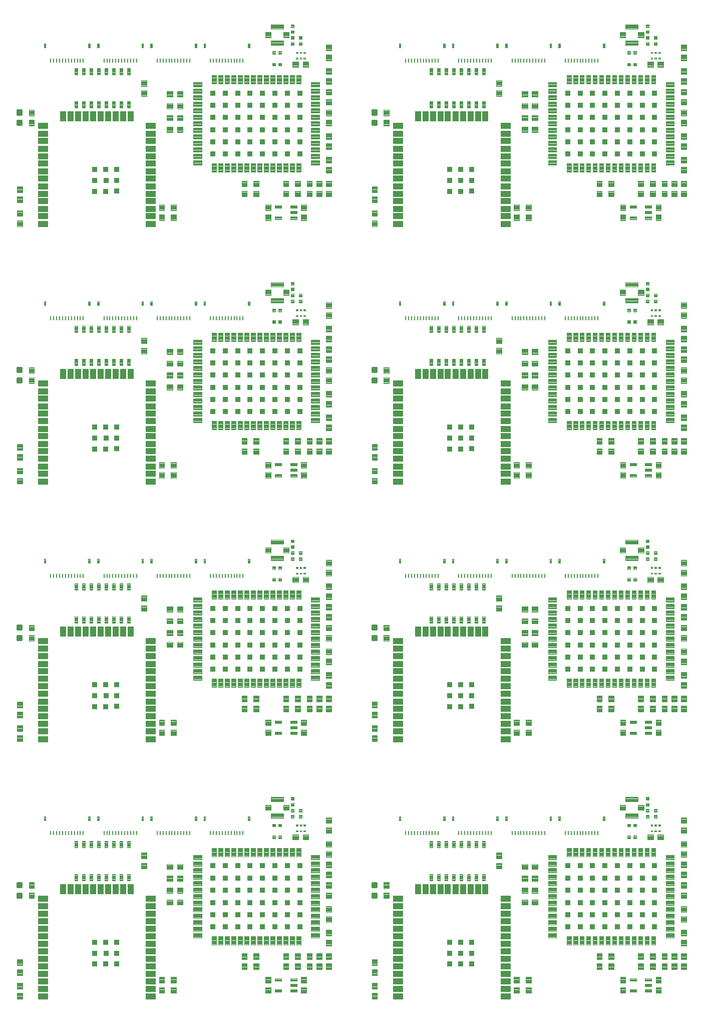
<source format=gtp>
G04 EAGLE Gerber RS-274X export*
G75*
%MOMM*%
%FSLAX34Y34*%
%LPD*%
%INSolderpaste Top*%
%IPPOS*%
%AMOC8*
5,1,8,0,0,1.08239X$1,22.5*%
G01*
%ADD10C,0.300000*%
%ADD11C,0.100000*%
%ADD12C,0.102000*%
%ADD13R,0.900000X0.900000*%
%ADD14R,0.250000X0.650000*%
%ADD15C,0.099000*%
%ADD16R,1.800000X1.000000*%
%ADD17R,1.000000X1.800000*%
%ADD18C,0.102300*%


D10*
X34000Y254730D02*
X41000Y254730D01*
X41000Y247730D01*
X34000Y247730D01*
X34000Y254730D01*
X34000Y250580D02*
X41000Y250580D01*
X41000Y253430D02*
X34000Y253430D01*
X34000Y272270D02*
X41000Y272270D01*
X41000Y265270D01*
X34000Y265270D01*
X34000Y272270D01*
X34000Y268120D02*
X41000Y268120D01*
X41000Y270970D02*
X34000Y270970D01*
D11*
X53000Y273500D02*
X53000Y263500D01*
X53000Y273500D02*
X62000Y273500D01*
X62000Y263500D01*
X53000Y263500D01*
X53000Y264450D02*
X62000Y264450D01*
X62000Y265400D02*
X53000Y265400D01*
X53000Y266350D02*
X62000Y266350D01*
X62000Y267300D02*
X53000Y267300D01*
X53000Y268250D02*
X62000Y268250D01*
X62000Y269200D02*
X53000Y269200D01*
X53000Y270150D02*
X62000Y270150D01*
X62000Y271100D02*
X53000Y271100D01*
X53000Y272050D02*
X62000Y272050D01*
X62000Y273000D02*
X53000Y273000D01*
X53000Y256500D02*
X53000Y246500D01*
X53000Y256500D02*
X62000Y256500D01*
X62000Y246500D01*
X53000Y246500D01*
X53000Y247450D02*
X62000Y247450D01*
X62000Y248400D02*
X53000Y248400D01*
X53000Y249350D02*
X62000Y249350D01*
X62000Y250300D02*
X53000Y250300D01*
X53000Y251250D02*
X62000Y251250D01*
X62000Y252200D02*
X53000Y252200D01*
X53000Y253150D02*
X62000Y253150D01*
X62000Y254100D02*
X53000Y254100D01*
X53000Y255050D02*
X62000Y255050D01*
X62000Y256000D02*
X53000Y256000D01*
X512000Y136500D02*
X512000Y126500D01*
X503000Y126500D01*
X503000Y136500D01*
X512000Y136500D01*
X512000Y127450D02*
X503000Y127450D01*
X503000Y128400D02*
X512000Y128400D01*
X512000Y129350D02*
X503000Y129350D01*
X503000Y130300D02*
X512000Y130300D01*
X512000Y131250D02*
X503000Y131250D01*
X503000Y132200D02*
X512000Y132200D01*
X512000Y133150D02*
X503000Y133150D01*
X503000Y134100D02*
X512000Y134100D01*
X512000Y135050D02*
X503000Y135050D01*
X503000Y136000D02*
X512000Y136000D01*
X512000Y143500D02*
X512000Y153500D01*
X512000Y143500D02*
X503000Y143500D01*
X503000Y153500D01*
X512000Y153500D01*
X512000Y144450D02*
X503000Y144450D01*
X503000Y145400D02*
X512000Y145400D01*
X512000Y146350D02*
X503000Y146350D01*
X503000Y147300D02*
X512000Y147300D01*
X512000Y148250D02*
X503000Y148250D01*
X503000Y149200D02*
X512000Y149200D01*
X512000Y150150D02*
X503000Y150150D01*
X503000Y151100D02*
X512000Y151100D01*
X512000Y152050D02*
X503000Y152050D01*
X503000Y153000D02*
X512000Y153000D01*
X492000Y136500D02*
X492000Y126500D01*
X483000Y126500D01*
X483000Y136500D01*
X492000Y136500D01*
X492000Y127450D02*
X483000Y127450D01*
X483000Y128400D02*
X492000Y128400D01*
X492000Y129350D02*
X483000Y129350D01*
X483000Y130300D02*
X492000Y130300D01*
X492000Y131250D02*
X483000Y131250D01*
X483000Y132200D02*
X492000Y132200D01*
X492000Y133150D02*
X483000Y133150D01*
X483000Y134100D02*
X492000Y134100D01*
X492000Y135050D02*
X483000Y135050D01*
X483000Y136000D02*
X492000Y136000D01*
X492000Y143500D02*
X492000Y153500D01*
X492000Y143500D02*
X483000Y143500D01*
X483000Y153500D01*
X492000Y153500D01*
X492000Y144450D02*
X483000Y144450D01*
X483000Y145400D02*
X492000Y145400D01*
X492000Y146350D02*
X483000Y146350D01*
X483000Y147300D02*
X492000Y147300D01*
X492000Y148250D02*
X483000Y148250D01*
X483000Y149200D02*
X492000Y149200D01*
X492000Y150150D02*
X483000Y150150D01*
X483000Y151100D02*
X492000Y151100D01*
X492000Y152050D02*
X483000Y152050D01*
X483000Y153000D02*
X492000Y153000D01*
D12*
X505260Y317410D02*
X505260Y331590D01*
X512740Y331590D01*
X512740Y317410D01*
X505260Y317410D01*
X505260Y318379D02*
X512740Y318379D01*
X512740Y319348D02*
X505260Y319348D01*
X505260Y320317D02*
X512740Y320317D01*
X512740Y321286D02*
X505260Y321286D01*
X505260Y322255D02*
X512740Y322255D01*
X512740Y323224D02*
X505260Y323224D01*
X505260Y324193D02*
X512740Y324193D01*
X512740Y325162D02*
X505260Y325162D01*
X505260Y326131D02*
X512740Y326131D01*
X512740Y327100D02*
X505260Y327100D01*
X505260Y328069D02*
X512740Y328069D01*
X512740Y329038D02*
X505260Y329038D01*
X505260Y330007D02*
X512740Y330007D01*
X512740Y330976D02*
X505260Y330976D01*
X494260Y331590D02*
X494260Y317410D01*
X494260Y331590D02*
X501740Y331590D01*
X501740Y317410D01*
X494260Y317410D01*
X494260Y318379D02*
X501740Y318379D01*
X501740Y319348D02*
X494260Y319348D01*
X494260Y320317D02*
X501740Y320317D01*
X501740Y321286D02*
X494260Y321286D01*
X494260Y322255D02*
X501740Y322255D01*
X501740Y323224D02*
X494260Y323224D01*
X494260Y324193D02*
X501740Y324193D01*
X501740Y325162D02*
X494260Y325162D01*
X494260Y326131D02*
X501740Y326131D01*
X501740Y327100D02*
X494260Y327100D01*
X494260Y328069D02*
X501740Y328069D01*
X501740Y329038D02*
X494260Y329038D01*
X494260Y330007D02*
X501740Y330007D01*
X501740Y330976D02*
X494260Y330976D01*
X483260Y331590D02*
X483260Y317410D01*
X483260Y331590D02*
X490740Y331590D01*
X490740Y317410D01*
X483260Y317410D01*
X483260Y318379D02*
X490740Y318379D01*
X490740Y319348D02*
X483260Y319348D01*
X483260Y320317D02*
X490740Y320317D01*
X490740Y321286D02*
X483260Y321286D01*
X483260Y322255D02*
X490740Y322255D01*
X490740Y323224D02*
X483260Y323224D01*
X483260Y324193D02*
X490740Y324193D01*
X490740Y325162D02*
X483260Y325162D01*
X483260Y326131D02*
X490740Y326131D01*
X490740Y327100D02*
X483260Y327100D01*
X483260Y328069D02*
X490740Y328069D01*
X490740Y329038D02*
X483260Y329038D01*
X483260Y330007D02*
X490740Y330007D01*
X490740Y330976D02*
X483260Y330976D01*
X472260Y331590D02*
X472260Y317410D01*
X472260Y331590D02*
X479740Y331590D01*
X479740Y317410D01*
X472260Y317410D01*
X472260Y318379D02*
X479740Y318379D01*
X479740Y319348D02*
X472260Y319348D01*
X472260Y320317D02*
X479740Y320317D01*
X479740Y321286D02*
X472260Y321286D01*
X472260Y322255D02*
X479740Y322255D01*
X479740Y323224D02*
X472260Y323224D01*
X472260Y324193D02*
X479740Y324193D01*
X479740Y325162D02*
X472260Y325162D01*
X472260Y326131D02*
X479740Y326131D01*
X479740Y327100D02*
X472260Y327100D01*
X472260Y328069D02*
X479740Y328069D01*
X479740Y329038D02*
X472260Y329038D01*
X472260Y330007D02*
X479740Y330007D01*
X479740Y330976D02*
X472260Y330976D01*
X461260Y331590D02*
X461260Y317410D01*
X461260Y331590D02*
X468740Y331590D01*
X468740Y317410D01*
X461260Y317410D01*
X461260Y318379D02*
X468740Y318379D01*
X468740Y319348D02*
X461260Y319348D01*
X461260Y320317D02*
X468740Y320317D01*
X468740Y321286D02*
X461260Y321286D01*
X461260Y322255D02*
X468740Y322255D01*
X468740Y323224D02*
X461260Y323224D01*
X461260Y324193D02*
X468740Y324193D01*
X468740Y325162D02*
X461260Y325162D01*
X461260Y326131D02*
X468740Y326131D01*
X468740Y327100D02*
X461260Y327100D01*
X461260Y328069D02*
X468740Y328069D01*
X468740Y329038D02*
X461260Y329038D01*
X461260Y330007D02*
X468740Y330007D01*
X468740Y330976D02*
X461260Y330976D01*
X450260Y331590D02*
X450260Y317410D01*
X450260Y331590D02*
X457740Y331590D01*
X457740Y317410D01*
X450260Y317410D01*
X450260Y318379D02*
X457740Y318379D01*
X457740Y319348D02*
X450260Y319348D01*
X450260Y320317D02*
X457740Y320317D01*
X457740Y321286D02*
X450260Y321286D01*
X450260Y322255D02*
X457740Y322255D01*
X457740Y323224D02*
X450260Y323224D01*
X450260Y324193D02*
X457740Y324193D01*
X457740Y325162D02*
X450260Y325162D01*
X450260Y326131D02*
X457740Y326131D01*
X457740Y327100D02*
X450260Y327100D01*
X450260Y328069D02*
X457740Y328069D01*
X457740Y329038D02*
X450260Y329038D01*
X450260Y330007D02*
X457740Y330007D01*
X457740Y330976D02*
X450260Y330976D01*
X439260Y331590D02*
X439260Y317410D01*
X439260Y331590D02*
X446740Y331590D01*
X446740Y317410D01*
X439260Y317410D01*
X439260Y318379D02*
X446740Y318379D01*
X446740Y319348D02*
X439260Y319348D01*
X439260Y320317D02*
X446740Y320317D01*
X446740Y321286D02*
X439260Y321286D01*
X439260Y322255D02*
X446740Y322255D01*
X446740Y323224D02*
X439260Y323224D01*
X439260Y324193D02*
X446740Y324193D01*
X446740Y325162D02*
X439260Y325162D01*
X439260Y326131D02*
X446740Y326131D01*
X446740Y327100D02*
X439260Y327100D01*
X439260Y328069D02*
X446740Y328069D01*
X446740Y329038D02*
X439260Y329038D01*
X439260Y330007D02*
X446740Y330007D01*
X446740Y330976D02*
X439260Y330976D01*
X428260Y331590D02*
X428260Y317410D01*
X428260Y331590D02*
X435740Y331590D01*
X435740Y317410D01*
X428260Y317410D01*
X428260Y318379D02*
X435740Y318379D01*
X435740Y319348D02*
X428260Y319348D01*
X428260Y320317D02*
X435740Y320317D01*
X435740Y321286D02*
X428260Y321286D01*
X428260Y322255D02*
X435740Y322255D01*
X435740Y323224D02*
X428260Y323224D01*
X428260Y324193D02*
X435740Y324193D01*
X435740Y325162D02*
X428260Y325162D01*
X428260Y326131D02*
X435740Y326131D01*
X435740Y327100D02*
X428260Y327100D01*
X428260Y328069D02*
X435740Y328069D01*
X435740Y329038D02*
X428260Y329038D01*
X428260Y330007D02*
X435740Y330007D01*
X435740Y330976D02*
X428260Y330976D01*
X417260Y331590D02*
X417260Y317410D01*
X417260Y331590D02*
X424740Y331590D01*
X424740Y317410D01*
X417260Y317410D01*
X417260Y318379D02*
X424740Y318379D01*
X424740Y319348D02*
X417260Y319348D01*
X417260Y320317D02*
X424740Y320317D01*
X424740Y321286D02*
X417260Y321286D01*
X417260Y322255D02*
X424740Y322255D01*
X424740Y323224D02*
X417260Y323224D01*
X417260Y324193D02*
X424740Y324193D01*
X424740Y325162D02*
X417260Y325162D01*
X417260Y326131D02*
X424740Y326131D01*
X424740Y327100D02*
X417260Y327100D01*
X417260Y328069D02*
X424740Y328069D01*
X424740Y329038D02*
X417260Y329038D01*
X417260Y330007D02*
X424740Y330007D01*
X424740Y330976D02*
X417260Y330976D01*
X406260Y331590D02*
X406260Y317410D01*
X406260Y331590D02*
X413740Y331590D01*
X413740Y317410D01*
X406260Y317410D01*
X406260Y318379D02*
X413740Y318379D01*
X413740Y319348D02*
X406260Y319348D01*
X406260Y320317D02*
X413740Y320317D01*
X413740Y321286D02*
X406260Y321286D01*
X406260Y322255D02*
X413740Y322255D01*
X413740Y323224D02*
X406260Y323224D01*
X406260Y324193D02*
X413740Y324193D01*
X413740Y325162D02*
X406260Y325162D01*
X406260Y326131D02*
X413740Y326131D01*
X413740Y327100D02*
X406260Y327100D01*
X406260Y328069D02*
X413740Y328069D01*
X413740Y329038D02*
X406260Y329038D01*
X406260Y330007D02*
X413740Y330007D01*
X413740Y330976D02*
X406260Y330976D01*
X395260Y331590D02*
X395260Y317410D01*
X395260Y331590D02*
X402740Y331590D01*
X402740Y317410D01*
X395260Y317410D01*
X395260Y318379D02*
X402740Y318379D01*
X402740Y319348D02*
X395260Y319348D01*
X395260Y320317D02*
X402740Y320317D01*
X402740Y321286D02*
X395260Y321286D01*
X395260Y322255D02*
X402740Y322255D01*
X402740Y323224D02*
X395260Y323224D01*
X395260Y324193D02*
X402740Y324193D01*
X402740Y325162D02*
X395260Y325162D01*
X395260Y326131D02*
X402740Y326131D01*
X402740Y327100D02*
X395260Y327100D01*
X395260Y328069D02*
X402740Y328069D01*
X402740Y329038D02*
X395260Y329038D01*
X395260Y330007D02*
X402740Y330007D01*
X402740Y330976D02*
X395260Y330976D01*
X384260Y331590D02*
X384260Y317410D01*
X384260Y331590D02*
X391740Y331590D01*
X391740Y317410D01*
X384260Y317410D01*
X384260Y318379D02*
X391740Y318379D01*
X391740Y319348D02*
X384260Y319348D01*
X384260Y320317D02*
X391740Y320317D01*
X391740Y321286D02*
X384260Y321286D01*
X384260Y322255D02*
X391740Y322255D01*
X391740Y323224D02*
X384260Y323224D01*
X384260Y324193D02*
X391740Y324193D01*
X391740Y325162D02*
X384260Y325162D01*
X384260Y326131D02*
X391740Y326131D01*
X391740Y327100D02*
X384260Y327100D01*
X384260Y328069D02*
X391740Y328069D01*
X391740Y329038D02*
X384260Y329038D01*
X384260Y330007D02*
X391740Y330007D01*
X391740Y330976D02*
X384260Y330976D01*
X373260Y331590D02*
X373260Y317410D01*
X373260Y331590D02*
X380740Y331590D01*
X380740Y317410D01*
X373260Y317410D01*
X373260Y318379D02*
X380740Y318379D01*
X380740Y319348D02*
X373260Y319348D01*
X373260Y320317D02*
X380740Y320317D01*
X380740Y321286D02*
X373260Y321286D01*
X373260Y322255D02*
X380740Y322255D01*
X380740Y323224D02*
X373260Y323224D01*
X373260Y324193D02*
X380740Y324193D01*
X380740Y325162D02*
X373260Y325162D01*
X373260Y326131D02*
X380740Y326131D01*
X380740Y327100D02*
X373260Y327100D01*
X373260Y328069D02*
X380740Y328069D01*
X380740Y329038D02*
X373260Y329038D01*
X373260Y330007D02*
X380740Y330007D01*
X380740Y330976D02*
X373260Y330976D01*
X362260Y331590D02*
X362260Y317410D01*
X362260Y331590D02*
X369740Y331590D01*
X369740Y317410D01*
X362260Y317410D01*
X362260Y318379D02*
X369740Y318379D01*
X369740Y319348D02*
X362260Y319348D01*
X362260Y320317D02*
X369740Y320317D01*
X369740Y321286D02*
X362260Y321286D01*
X362260Y322255D02*
X369740Y322255D01*
X369740Y323224D02*
X362260Y323224D01*
X362260Y324193D02*
X369740Y324193D01*
X369740Y325162D02*
X362260Y325162D01*
X362260Y326131D02*
X369740Y326131D01*
X369740Y327100D02*
X362260Y327100D01*
X362260Y328069D02*
X369740Y328069D01*
X369740Y329038D02*
X362260Y329038D01*
X362260Y330007D02*
X369740Y330007D01*
X369740Y330976D02*
X362260Y330976D01*
X345090Y319740D02*
X330910Y319740D01*
X345090Y319740D02*
X345090Y312260D01*
X330910Y312260D01*
X330910Y319740D01*
X330910Y313229D02*
X345090Y313229D01*
X345090Y314198D02*
X330910Y314198D01*
X330910Y315167D02*
X345090Y315167D01*
X345090Y316136D02*
X330910Y316136D01*
X330910Y317105D02*
X345090Y317105D01*
X345090Y318074D02*
X330910Y318074D01*
X330910Y319043D02*
X345090Y319043D01*
X345090Y308740D02*
X330910Y308740D01*
X345090Y308740D02*
X345090Y301260D01*
X330910Y301260D01*
X330910Y308740D01*
X330910Y302229D02*
X345090Y302229D01*
X345090Y303198D02*
X330910Y303198D01*
X330910Y304167D02*
X345090Y304167D01*
X345090Y305136D02*
X330910Y305136D01*
X330910Y306105D02*
X345090Y306105D01*
X345090Y307074D02*
X330910Y307074D01*
X330910Y308043D02*
X345090Y308043D01*
X345090Y297740D02*
X330910Y297740D01*
X345090Y297740D02*
X345090Y290260D01*
X330910Y290260D01*
X330910Y297740D01*
X330910Y291229D02*
X345090Y291229D01*
X345090Y292198D02*
X330910Y292198D01*
X330910Y293167D02*
X345090Y293167D01*
X345090Y294136D02*
X330910Y294136D01*
X330910Y295105D02*
X345090Y295105D01*
X345090Y296074D02*
X330910Y296074D01*
X330910Y297043D02*
X345090Y297043D01*
X345090Y286740D02*
X330910Y286740D01*
X345090Y286740D02*
X345090Y279260D01*
X330910Y279260D01*
X330910Y286740D01*
X330910Y280229D02*
X345090Y280229D01*
X345090Y281198D02*
X330910Y281198D01*
X330910Y282167D02*
X345090Y282167D01*
X345090Y283136D02*
X330910Y283136D01*
X330910Y284105D02*
X345090Y284105D01*
X345090Y285074D02*
X330910Y285074D01*
X330910Y286043D02*
X345090Y286043D01*
X345090Y275740D02*
X330910Y275740D01*
X345090Y275740D02*
X345090Y268260D01*
X330910Y268260D01*
X330910Y275740D01*
X330910Y269229D02*
X345090Y269229D01*
X345090Y270198D02*
X330910Y270198D01*
X330910Y271167D02*
X345090Y271167D01*
X345090Y272136D02*
X330910Y272136D01*
X330910Y273105D02*
X345090Y273105D01*
X345090Y274074D02*
X330910Y274074D01*
X330910Y275043D02*
X345090Y275043D01*
X345090Y264740D02*
X330910Y264740D01*
X345090Y264740D02*
X345090Y257260D01*
X330910Y257260D01*
X330910Y264740D01*
X330910Y258229D02*
X345090Y258229D01*
X345090Y259198D02*
X330910Y259198D01*
X330910Y260167D02*
X345090Y260167D01*
X345090Y261136D02*
X330910Y261136D01*
X330910Y262105D02*
X345090Y262105D01*
X345090Y263074D02*
X330910Y263074D01*
X330910Y264043D02*
X345090Y264043D01*
X345090Y253740D02*
X330910Y253740D01*
X345090Y253740D02*
X345090Y246260D01*
X330910Y246260D01*
X330910Y253740D01*
X330910Y247229D02*
X345090Y247229D01*
X345090Y248198D02*
X330910Y248198D01*
X330910Y249167D02*
X345090Y249167D01*
X345090Y250136D02*
X330910Y250136D01*
X330910Y251105D02*
X345090Y251105D01*
X345090Y252074D02*
X330910Y252074D01*
X330910Y253043D02*
X345090Y253043D01*
X345090Y242740D02*
X330910Y242740D01*
X345090Y242740D02*
X345090Y235260D01*
X330910Y235260D01*
X330910Y242740D01*
X330910Y236229D02*
X345090Y236229D01*
X345090Y237198D02*
X330910Y237198D01*
X330910Y238167D02*
X345090Y238167D01*
X345090Y239136D02*
X330910Y239136D01*
X330910Y240105D02*
X345090Y240105D01*
X345090Y241074D02*
X330910Y241074D01*
X330910Y242043D02*
X345090Y242043D01*
X345090Y231740D02*
X330910Y231740D01*
X345090Y231740D02*
X345090Y224260D01*
X330910Y224260D01*
X330910Y231740D01*
X330910Y225229D02*
X345090Y225229D01*
X345090Y226198D02*
X330910Y226198D01*
X330910Y227167D02*
X345090Y227167D01*
X345090Y228136D02*
X330910Y228136D01*
X330910Y229105D02*
X345090Y229105D01*
X345090Y230074D02*
X330910Y230074D01*
X330910Y231043D02*
X345090Y231043D01*
X345090Y220740D02*
X330910Y220740D01*
X345090Y220740D02*
X345090Y213260D01*
X330910Y213260D01*
X330910Y220740D01*
X330910Y214229D02*
X345090Y214229D01*
X345090Y215198D02*
X330910Y215198D01*
X330910Y216167D02*
X345090Y216167D01*
X345090Y217136D02*
X330910Y217136D01*
X330910Y218105D02*
X345090Y218105D01*
X345090Y219074D02*
X330910Y219074D01*
X330910Y220043D02*
X345090Y220043D01*
X345090Y209740D02*
X330910Y209740D01*
X345090Y209740D02*
X345090Y202260D01*
X330910Y202260D01*
X330910Y209740D01*
X330910Y203229D02*
X345090Y203229D01*
X345090Y204198D02*
X330910Y204198D01*
X330910Y205167D02*
X345090Y205167D01*
X345090Y206136D02*
X330910Y206136D01*
X330910Y207105D02*
X345090Y207105D01*
X345090Y208074D02*
X330910Y208074D01*
X330910Y209043D02*
X345090Y209043D01*
X345090Y198740D02*
X330910Y198740D01*
X345090Y198740D02*
X345090Y191260D01*
X330910Y191260D01*
X330910Y198740D01*
X330910Y192229D02*
X345090Y192229D01*
X345090Y193198D02*
X330910Y193198D01*
X330910Y194167D02*
X345090Y194167D01*
X345090Y195136D02*
X330910Y195136D01*
X330910Y196105D02*
X345090Y196105D01*
X345090Y197074D02*
X330910Y197074D01*
X330910Y198043D02*
X345090Y198043D01*
X345090Y187740D02*
X330910Y187740D01*
X345090Y187740D02*
X345090Y180260D01*
X330910Y180260D01*
X330910Y187740D01*
X330910Y181229D02*
X345090Y181229D01*
X345090Y182198D02*
X330910Y182198D01*
X330910Y183167D02*
X345090Y183167D01*
X345090Y184136D02*
X330910Y184136D01*
X330910Y185105D02*
X345090Y185105D01*
X345090Y186074D02*
X330910Y186074D01*
X330910Y187043D02*
X345090Y187043D01*
X369740Y182590D02*
X369740Y168410D01*
X362260Y168410D01*
X362260Y182590D01*
X369740Y182590D01*
X369740Y169379D02*
X362260Y169379D01*
X362260Y170348D02*
X369740Y170348D01*
X369740Y171317D02*
X362260Y171317D01*
X362260Y172286D02*
X369740Y172286D01*
X369740Y173255D02*
X362260Y173255D01*
X362260Y174224D02*
X369740Y174224D01*
X369740Y175193D02*
X362260Y175193D01*
X362260Y176162D02*
X369740Y176162D01*
X369740Y177131D02*
X362260Y177131D01*
X362260Y178100D02*
X369740Y178100D01*
X369740Y179069D02*
X362260Y179069D01*
X362260Y180038D02*
X369740Y180038D01*
X369740Y181007D02*
X362260Y181007D01*
X362260Y181976D02*
X369740Y181976D01*
X380740Y182590D02*
X380740Y168410D01*
X373260Y168410D01*
X373260Y182590D01*
X380740Y182590D01*
X380740Y169379D02*
X373260Y169379D01*
X373260Y170348D02*
X380740Y170348D01*
X380740Y171317D02*
X373260Y171317D01*
X373260Y172286D02*
X380740Y172286D01*
X380740Y173255D02*
X373260Y173255D01*
X373260Y174224D02*
X380740Y174224D01*
X380740Y175193D02*
X373260Y175193D01*
X373260Y176162D02*
X380740Y176162D01*
X380740Y177131D02*
X373260Y177131D01*
X373260Y178100D02*
X380740Y178100D01*
X380740Y179069D02*
X373260Y179069D01*
X373260Y180038D02*
X380740Y180038D01*
X380740Y181007D02*
X373260Y181007D01*
X373260Y181976D02*
X380740Y181976D01*
X391740Y182590D02*
X391740Y168410D01*
X384260Y168410D01*
X384260Y182590D01*
X391740Y182590D01*
X391740Y169379D02*
X384260Y169379D01*
X384260Y170348D02*
X391740Y170348D01*
X391740Y171317D02*
X384260Y171317D01*
X384260Y172286D02*
X391740Y172286D01*
X391740Y173255D02*
X384260Y173255D01*
X384260Y174224D02*
X391740Y174224D01*
X391740Y175193D02*
X384260Y175193D01*
X384260Y176162D02*
X391740Y176162D01*
X391740Y177131D02*
X384260Y177131D01*
X384260Y178100D02*
X391740Y178100D01*
X391740Y179069D02*
X384260Y179069D01*
X384260Y180038D02*
X391740Y180038D01*
X391740Y181007D02*
X384260Y181007D01*
X384260Y181976D02*
X391740Y181976D01*
X402740Y182590D02*
X402740Y168410D01*
X395260Y168410D01*
X395260Y182590D01*
X402740Y182590D01*
X402740Y169379D02*
X395260Y169379D01*
X395260Y170348D02*
X402740Y170348D01*
X402740Y171317D02*
X395260Y171317D01*
X395260Y172286D02*
X402740Y172286D01*
X402740Y173255D02*
X395260Y173255D01*
X395260Y174224D02*
X402740Y174224D01*
X402740Y175193D02*
X395260Y175193D01*
X395260Y176162D02*
X402740Y176162D01*
X402740Y177131D02*
X395260Y177131D01*
X395260Y178100D02*
X402740Y178100D01*
X402740Y179069D02*
X395260Y179069D01*
X395260Y180038D02*
X402740Y180038D01*
X402740Y181007D02*
X395260Y181007D01*
X395260Y181976D02*
X402740Y181976D01*
X413740Y182590D02*
X413740Y168410D01*
X406260Y168410D01*
X406260Y182590D01*
X413740Y182590D01*
X413740Y169379D02*
X406260Y169379D01*
X406260Y170348D02*
X413740Y170348D01*
X413740Y171317D02*
X406260Y171317D01*
X406260Y172286D02*
X413740Y172286D01*
X413740Y173255D02*
X406260Y173255D01*
X406260Y174224D02*
X413740Y174224D01*
X413740Y175193D02*
X406260Y175193D01*
X406260Y176162D02*
X413740Y176162D01*
X413740Y177131D02*
X406260Y177131D01*
X406260Y178100D02*
X413740Y178100D01*
X413740Y179069D02*
X406260Y179069D01*
X406260Y180038D02*
X413740Y180038D01*
X413740Y181007D02*
X406260Y181007D01*
X406260Y181976D02*
X413740Y181976D01*
X424740Y182590D02*
X424740Y168410D01*
X417260Y168410D01*
X417260Y182590D01*
X424740Y182590D01*
X424740Y169379D02*
X417260Y169379D01*
X417260Y170348D02*
X424740Y170348D01*
X424740Y171317D02*
X417260Y171317D01*
X417260Y172286D02*
X424740Y172286D01*
X424740Y173255D02*
X417260Y173255D01*
X417260Y174224D02*
X424740Y174224D01*
X424740Y175193D02*
X417260Y175193D01*
X417260Y176162D02*
X424740Y176162D01*
X424740Y177131D02*
X417260Y177131D01*
X417260Y178100D02*
X424740Y178100D01*
X424740Y179069D02*
X417260Y179069D01*
X417260Y180038D02*
X424740Y180038D01*
X424740Y181007D02*
X417260Y181007D01*
X417260Y181976D02*
X424740Y181976D01*
X435740Y182590D02*
X435740Y168410D01*
X428260Y168410D01*
X428260Y182590D01*
X435740Y182590D01*
X435740Y169379D02*
X428260Y169379D01*
X428260Y170348D02*
X435740Y170348D01*
X435740Y171317D02*
X428260Y171317D01*
X428260Y172286D02*
X435740Y172286D01*
X435740Y173255D02*
X428260Y173255D01*
X428260Y174224D02*
X435740Y174224D01*
X435740Y175193D02*
X428260Y175193D01*
X428260Y176162D02*
X435740Y176162D01*
X435740Y177131D02*
X428260Y177131D01*
X428260Y178100D02*
X435740Y178100D01*
X435740Y179069D02*
X428260Y179069D01*
X428260Y180038D02*
X435740Y180038D01*
X435740Y181007D02*
X428260Y181007D01*
X428260Y181976D02*
X435740Y181976D01*
X446740Y182590D02*
X446740Y168410D01*
X439260Y168410D01*
X439260Y182590D01*
X446740Y182590D01*
X446740Y169379D02*
X439260Y169379D01*
X439260Y170348D02*
X446740Y170348D01*
X446740Y171317D02*
X439260Y171317D01*
X439260Y172286D02*
X446740Y172286D01*
X446740Y173255D02*
X439260Y173255D01*
X439260Y174224D02*
X446740Y174224D01*
X446740Y175193D02*
X439260Y175193D01*
X439260Y176162D02*
X446740Y176162D01*
X446740Y177131D02*
X439260Y177131D01*
X439260Y178100D02*
X446740Y178100D01*
X446740Y179069D02*
X439260Y179069D01*
X439260Y180038D02*
X446740Y180038D01*
X446740Y181007D02*
X439260Y181007D01*
X439260Y181976D02*
X446740Y181976D01*
X457740Y182590D02*
X457740Y168410D01*
X450260Y168410D01*
X450260Y182590D01*
X457740Y182590D01*
X457740Y169379D02*
X450260Y169379D01*
X450260Y170348D02*
X457740Y170348D01*
X457740Y171317D02*
X450260Y171317D01*
X450260Y172286D02*
X457740Y172286D01*
X457740Y173255D02*
X450260Y173255D01*
X450260Y174224D02*
X457740Y174224D01*
X457740Y175193D02*
X450260Y175193D01*
X450260Y176162D02*
X457740Y176162D01*
X457740Y177131D02*
X450260Y177131D01*
X450260Y178100D02*
X457740Y178100D01*
X457740Y179069D02*
X450260Y179069D01*
X450260Y180038D02*
X457740Y180038D01*
X457740Y181007D02*
X450260Y181007D01*
X450260Y181976D02*
X457740Y181976D01*
X468740Y182590D02*
X468740Y168410D01*
X461260Y168410D01*
X461260Y182590D01*
X468740Y182590D01*
X468740Y169379D02*
X461260Y169379D01*
X461260Y170348D02*
X468740Y170348D01*
X468740Y171317D02*
X461260Y171317D01*
X461260Y172286D02*
X468740Y172286D01*
X468740Y173255D02*
X461260Y173255D01*
X461260Y174224D02*
X468740Y174224D01*
X468740Y175193D02*
X461260Y175193D01*
X461260Y176162D02*
X468740Y176162D01*
X468740Y177131D02*
X461260Y177131D01*
X461260Y178100D02*
X468740Y178100D01*
X468740Y179069D02*
X461260Y179069D01*
X461260Y180038D02*
X468740Y180038D01*
X468740Y181007D02*
X461260Y181007D01*
X461260Y181976D02*
X468740Y181976D01*
X479740Y182590D02*
X479740Y168410D01*
X472260Y168410D01*
X472260Y182590D01*
X479740Y182590D01*
X479740Y169379D02*
X472260Y169379D01*
X472260Y170348D02*
X479740Y170348D01*
X479740Y171317D02*
X472260Y171317D01*
X472260Y172286D02*
X479740Y172286D01*
X479740Y173255D02*
X472260Y173255D01*
X472260Y174224D02*
X479740Y174224D01*
X479740Y175193D02*
X472260Y175193D01*
X472260Y176162D02*
X479740Y176162D01*
X479740Y177131D02*
X472260Y177131D01*
X472260Y178100D02*
X479740Y178100D01*
X479740Y179069D02*
X472260Y179069D01*
X472260Y180038D02*
X479740Y180038D01*
X479740Y181007D02*
X472260Y181007D01*
X472260Y181976D02*
X479740Y181976D01*
X490740Y182590D02*
X490740Y168410D01*
X483260Y168410D01*
X483260Y182590D01*
X490740Y182590D01*
X490740Y169379D02*
X483260Y169379D01*
X483260Y170348D02*
X490740Y170348D01*
X490740Y171317D02*
X483260Y171317D01*
X483260Y172286D02*
X490740Y172286D01*
X490740Y173255D02*
X483260Y173255D01*
X483260Y174224D02*
X490740Y174224D01*
X490740Y175193D02*
X483260Y175193D01*
X483260Y176162D02*
X490740Y176162D01*
X490740Y177131D02*
X483260Y177131D01*
X483260Y178100D02*
X490740Y178100D01*
X490740Y179069D02*
X483260Y179069D01*
X483260Y180038D02*
X490740Y180038D01*
X490740Y181007D02*
X483260Y181007D01*
X483260Y181976D02*
X490740Y181976D01*
X501740Y182590D02*
X501740Y168410D01*
X494260Y168410D01*
X494260Y182590D01*
X501740Y182590D01*
X501740Y169379D02*
X494260Y169379D01*
X494260Y170348D02*
X501740Y170348D01*
X501740Y171317D02*
X494260Y171317D01*
X494260Y172286D02*
X501740Y172286D01*
X501740Y173255D02*
X494260Y173255D01*
X494260Y174224D02*
X501740Y174224D01*
X501740Y175193D02*
X494260Y175193D01*
X494260Y176162D02*
X501740Y176162D01*
X501740Y177131D02*
X494260Y177131D01*
X494260Y178100D02*
X501740Y178100D01*
X501740Y179069D02*
X494260Y179069D01*
X494260Y180038D02*
X501740Y180038D01*
X501740Y181007D02*
X494260Y181007D01*
X494260Y181976D02*
X501740Y181976D01*
X512740Y182590D02*
X512740Y168410D01*
X505260Y168410D01*
X505260Y182590D01*
X512740Y182590D01*
X512740Y169379D02*
X505260Y169379D01*
X505260Y170348D02*
X512740Y170348D01*
X512740Y171317D02*
X505260Y171317D01*
X505260Y172286D02*
X512740Y172286D01*
X512740Y173255D02*
X505260Y173255D01*
X505260Y174224D02*
X512740Y174224D01*
X512740Y175193D02*
X505260Y175193D01*
X505260Y176162D02*
X512740Y176162D01*
X512740Y177131D02*
X505260Y177131D01*
X505260Y178100D02*
X512740Y178100D01*
X512740Y179069D02*
X505260Y179069D01*
X505260Y180038D02*
X512740Y180038D01*
X512740Y181007D02*
X505260Y181007D01*
X505260Y181976D02*
X512740Y181976D01*
X529910Y180260D02*
X544090Y180260D01*
X529910Y180260D02*
X529910Y187740D01*
X544090Y187740D01*
X544090Y180260D01*
X544090Y181229D02*
X529910Y181229D01*
X529910Y182198D02*
X544090Y182198D01*
X544090Y183167D02*
X529910Y183167D01*
X529910Y184136D02*
X544090Y184136D01*
X544090Y185105D02*
X529910Y185105D01*
X529910Y186074D02*
X544090Y186074D01*
X544090Y187043D02*
X529910Y187043D01*
X529910Y191260D02*
X544090Y191260D01*
X529910Y191260D02*
X529910Y198740D01*
X544090Y198740D01*
X544090Y191260D01*
X544090Y192229D02*
X529910Y192229D01*
X529910Y193198D02*
X544090Y193198D01*
X544090Y194167D02*
X529910Y194167D01*
X529910Y195136D02*
X544090Y195136D01*
X544090Y196105D02*
X529910Y196105D01*
X529910Y197074D02*
X544090Y197074D01*
X544090Y198043D02*
X529910Y198043D01*
X529910Y202260D02*
X544090Y202260D01*
X529910Y202260D02*
X529910Y209740D01*
X544090Y209740D01*
X544090Y202260D01*
X544090Y203229D02*
X529910Y203229D01*
X529910Y204198D02*
X544090Y204198D01*
X544090Y205167D02*
X529910Y205167D01*
X529910Y206136D02*
X544090Y206136D01*
X544090Y207105D02*
X529910Y207105D01*
X529910Y208074D02*
X544090Y208074D01*
X544090Y209043D02*
X529910Y209043D01*
X529910Y213260D02*
X544090Y213260D01*
X529910Y213260D02*
X529910Y220740D01*
X544090Y220740D01*
X544090Y213260D01*
X544090Y214229D02*
X529910Y214229D01*
X529910Y215198D02*
X544090Y215198D01*
X544090Y216167D02*
X529910Y216167D01*
X529910Y217136D02*
X544090Y217136D01*
X544090Y218105D02*
X529910Y218105D01*
X529910Y219074D02*
X544090Y219074D01*
X544090Y220043D02*
X529910Y220043D01*
X529910Y224260D02*
X544090Y224260D01*
X529910Y224260D02*
X529910Y231740D01*
X544090Y231740D01*
X544090Y224260D01*
X544090Y225229D02*
X529910Y225229D01*
X529910Y226198D02*
X544090Y226198D01*
X544090Y227167D02*
X529910Y227167D01*
X529910Y228136D02*
X544090Y228136D01*
X544090Y229105D02*
X529910Y229105D01*
X529910Y230074D02*
X544090Y230074D01*
X544090Y231043D02*
X529910Y231043D01*
X529910Y235260D02*
X544090Y235260D01*
X529910Y235260D02*
X529910Y242740D01*
X544090Y242740D01*
X544090Y235260D01*
X544090Y236229D02*
X529910Y236229D01*
X529910Y237198D02*
X544090Y237198D01*
X544090Y238167D02*
X529910Y238167D01*
X529910Y239136D02*
X544090Y239136D01*
X544090Y240105D02*
X529910Y240105D01*
X529910Y241074D02*
X544090Y241074D01*
X544090Y242043D02*
X529910Y242043D01*
X529910Y246260D02*
X544090Y246260D01*
X529910Y246260D02*
X529910Y253740D01*
X544090Y253740D01*
X544090Y246260D01*
X544090Y247229D02*
X529910Y247229D01*
X529910Y248198D02*
X544090Y248198D01*
X544090Y249167D02*
X529910Y249167D01*
X529910Y250136D02*
X544090Y250136D01*
X544090Y251105D02*
X529910Y251105D01*
X529910Y252074D02*
X544090Y252074D01*
X544090Y253043D02*
X529910Y253043D01*
X529910Y257260D02*
X544090Y257260D01*
X529910Y257260D02*
X529910Y264740D01*
X544090Y264740D01*
X544090Y257260D01*
X544090Y258229D02*
X529910Y258229D01*
X529910Y259198D02*
X544090Y259198D01*
X544090Y260167D02*
X529910Y260167D01*
X529910Y261136D02*
X544090Y261136D01*
X544090Y262105D02*
X529910Y262105D01*
X529910Y263074D02*
X544090Y263074D01*
X544090Y264043D02*
X529910Y264043D01*
X529910Y268260D02*
X544090Y268260D01*
X529910Y268260D02*
X529910Y275740D01*
X544090Y275740D01*
X544090Y268260D01*
X544090Y269229D02*
X529910Y269229D01*
X529910Y270198D02*
X544090Y270198D01*
X544090Y271167D02*
X529910Y271167D01*
X529910Y272136D02*
X544090Y272136D01*
X544090Y273105D02*
X529910Y273105D01*
X529910Y274074D02*
X544090Y274074D01*
X544090Y275043D02*
X529910Y275043D01*
X529910Y279260D02*
X544090Y279260D01*
X529910Y279260D02*
X529910Y286740D01*
X544090Y286740D01*
X544090Y279260D01*
X544090Y280229D02*
X529910Y280229D01*
X529910Y281198D02*
X544090Y281198D01*
X544090Y282167D02*
X529910Y282167D01*
X529910Y283136D02*
X544090Y283136D01*
X544090Y284105D02*
X529910Y284105D01*
X529910Y285074D02*
X544090Y285074D01*
X544090Y286043D02*
X529910Y286043D01*
X529910Y290260D02*
X544090Y290260D01*
X529910Y290260D02*
X529910Y297740D01*
X544090Y297740D01*
X544090Y290260D01*
X544090Y291229D02*
X529910Y291229D01*
X529910Y292198D02*
X544090Y292198D01*
X544090Y293167D02*
X529910Y293167D01*
X529910Y294136D02*
X544090Y294136D01*
X544090Y295105D02*
X529910Y295105D01*
X529910Y296074D02*
X544090Y296074D01*
X544090Y297043D02*
X529910Y297043D01*
X529910Y301260D02*
X544090Y301260D01*
X529910Y301260D02*
X529910Y308740D01*
X544090Y308740D01*
X544090Y301260D01*
X544090Y302229D02*
X529910Y302229D01*
X529910Y303198D02*
X544090Y303198D01*
X544090Y304167D02*
X529910Y304167D01*
X529910Y305136D02*
X544090Y305136D01*
X544090Y306105D02*
X529910Y306105D01*
X529910Y307074D02*
X544090Y307074D01*
X544090Y308043D02*
X529910Y308043D01*
X529910Y312260D02*
X544090Y312260D01*
X529910Y312260D02*
X529910Y319740D01*
X544090Y319740D01*
X544090Y312260D01*
X544090Y313229D02*
X529910Y313229D01*
X529910Y314198D02*
X544090Y314198D01*
X544090Y315167D02*
X529910Y315167D01*
X529910Y316136D02*
X544090Y316136D01*
X544090Y317105D02*
X529910Y317105D01*
X529910Y318074D02*
X544090Y318074D01*
X544090Y319043D02*
X529910Y319043D01*
D13*
X448000Y239500D03*
X469000Y239500D03*
X490000Y239500D03*
X511000Y239500D03*
X448000Y219000D03*
X469000Y219000D03*
X490000Y219000D03*
X511000Y219000D03*
X448000Y198500D03*
X469000Y198500D03*
X490000Y198500D03*
X511000Y198500D03*
X448000Y301500D03*
X469000Y301500D03*
X490000Y301500D03*
X511000Y301500D03*
X448000Y281000D03*
X469000Y281000D03*
X490000Y281000D03*
X511000Y281000D03*
X448000Y260500D03*
X469000Y260500D03*
X490000Y260500D03*
X511000Y260500D03*
X364000Y239500D03*
X385000Y239500D03*
X406000Y239500D03*
X427000Y239500D03*
X364000Y219000D03*
X385000Y219000D03*
X406000Y219000D03*
X427000Y219000D03*
X364000Y198500D03*
X385000Y198500D03*
X406000Y198500D03*
X427000Y198500D03*
X364000Y301500D03*
X385000Y301500D03*
X406000Y301500D03*
X427000Y301500D03*
X364000Y281000D03*
X385000Y281000D03*
X406000Y281000D03*
X427000Y281000D03*
X364000Y260500D03*
X385000Y260500D03*
X406000Y260500D03*
X427000Y260500D03*
D11*
X413000Y153500D02*
X413000Y143500D01*
X413000Y153500D02*
X422000Y153500D01*
X422000Y143500D01*
X413000Y143500D01*
X413000Y144450D02*
X422000Y144450D01*
X422000Y145400D02*
X413000Y145400D01*
X413000Y146350D02*
X422000Y146350D01*
X422000Y147300D02*
X413000Y147300D01*
X413000Y148250D02*
X422000Y148250D01*
X422000Y149200D02*
X413000Y149200D01*
X413000Y150150D02*
X422000Y150150D01*
X422000Y151100D02*
X413000Y151100D01*
X413000Y152050D02*
X422000Y152050D01*
X422000Y153000D02*
X413000Y153000D01*
X413000Y136500D02*
X413000Y126500D01*
X413000Y136500D02*
X422000Y136500D01*
X422000Y126500D01*
X413000Y126500D01*
X413000Y127450D02*
X422000Y127450D01*
X422000Y128400D02*
X413000Y128400D01*
X413000Y129350D02*
X422000Y129350D01*
X422000Y130300D02*
X413000Y130300D01*
X413000Y131250D02*
X422000Y131250D01*
X422000Y132200D02*
X413000Y132200D01*
X413000Y133150D02*
X422000Y133150D01*
X422000Y134100D02*
X413000Y134100D01*
X413000Y135050D02*
X422000Y135050D01*
X422000Y136000D02*
X413000Y136000D01*
X442000Y136500D02*
X442000Y126500D01*
X433000Y126500D01*
X433000Y136500D01*
X442000Y136500D01*
X442000Y127450D02*
X433000Y127450D01*
X433000Y128400D02*
X442000Y128400D01*
X442000Y129350D02*
X433000Y129350D01*
X433000Y130300D02*
X442000Y130300D01*
X442000Y131250D02*
X433000Y131250D01*
X433000Y132200D02*
X442000Y132200D01*
X442000Y133150D02*
X433000Y133150D01*
X433000Y134100D02*
X442000Y134100D01*
X442000Y135050D02*
X433000Y135050D01*
X433000Y136000D02*
X442000Y136000D01*
X442000Y143500D02*
X442000Y153500D01*
X442000Y143500D02*
X433000Y143500D01*
X433000Y153500D01*
X442000Y153500D01*
X442000Y144450D02*
X433000Y144450D01*
X433000Y145400D02*
X442000Y145400D01*
X442000Y146350D02*
X433000Y146350D01*
X433000Y147300D02*
X442000Y147300D01*
X442000Y148250D02*
X433000Y148250D01*
X433000Y149200D02*
X442000Y149200D01*
X442000Y150150D02*
X433000Y150150D01*
X433000Y151100D02*
X442000Y151100D01*
X442000Y152050D02*
X433000Y152050D01*
X433000Y153000D02*
X442000Y153000D01*
X523000Y153500D02*
X523000Y143500D01*
X523000Y153500D02*
X532000Y153500D01*
X532000Y143500D01*
X523000Y143500D01*
X523000Y144450D02*
X532000Y144450D01*
X532000Y145400D02*
X523000Y145400D01*
X523000Y146350D02*
X532000Y146350D01*
X532000Y147300D02*
X523000Y147300D01*
X523000Y148250D02*
X532000Y148250D01*
X532000Y149200D02*
X523000Y149200D01*
X523000Y150150D02*
X532000Y150150D01*
X532000Y151100D02*
X523000Y151100D01*
X523000Y152050D02*
X532000Y152050D01*
X532000Y153000D02*
X523000Y153000D01*
X523000Y136500D02*
X523000Y126500D01*
X523000Y136500D02*
X532000Y136500D01*
X532000Y126500D01*
X523000Y126500D01*
X523000Y127450D02*
X532000Y127450D01*
X532000Y128400D02*
X523000Y128400D01*
X523000Y129350D02*
X532000Y129350D01*
X532000Y130300D02*
X523000Y130300D01*
X523000Y131250D02*
X532000Y131250D01*
X532000Y132200D02*
X523000Y132200D01*
X523000Y133150D02*
X532000Y133150D01*
X532000Y134100D02*
X523000Y134100D01*
X523000Y135050D02*
X532000Y135050D01*
X532000Y136000D02*
X523000Y136000D01*
X302000Y96500D02*
X302000Y86500D01*
X293000Y86500D01*
X293000Y96500D01*
X302000Y96500D01*
X302000Y87450D02*
X293000Y87450D01*
X293000Y88400D02*
X302000Y88400D01*
X302000Y89350D02*
X293000Y89350D01*
X293000Y90300D02*
X302000Y90300D01*
X302000Y91250D02*
X293000Y91250D01*
X293000Y92200D02*
X302000Y92200D01*
X302000Y93150D02*
X293000Y93150D01*
X293000Y94100D02*
X302000Y94100D01*
X302000Y95050D02*
X293000Y95050D01*
X293000Y96000D02*
X302000Y96000D01*
X302000Y103500D02*
X302000Y113500D01*
X302000Y103500D02*
X293000Y103500D01*
X293000Y113500D01*
X302000Y113500D01*
X302000Y104450D02*
X293000Y104450D01*
X293000Y105400D02*
X302000Y105400D01*
X302000Y106350D02*
X293000Y106350D01*
X293000Y107300D02*
X302000Y107300D01*
X302000Y108250D02*
X293000Y108250D01*
X293000Y109200D02*
X302000Y109200D01*
X302000Y110150D02*
X293000Y110150D01*
X293000Y111100D02*
X302000Y111100D01*
X302000Y112050D02*
X293000Y112050D01*
X293000Y113000D02*
X302000Y113000D01*
X282000Y96500D02*
X282000Y86500D01*
X273000Y86500D01*
X273000Y96500D01*
X282000Y96500D01*
X282000Y87450D02*
X273000Y87450D01*
X273000Y88400D02*
X282000Y88400D01*
X282000Y89350D02*
X273000Y89350D01*
X273000Y90300D02*
X282000Y90300D01*
X282000Y91250D02*
X273000Y91250D01*
X273000Y92200D02*
X282000Y92200D01*
X282000Y93150D02*
X273000Y93150D01*
X273000Y94100D02*
X282000Y94100D01*
X282000Y95050D02*
X273000Y95050D01*
X273000Y96000D02*
X282000Y96000D01*
X282000Y103500D02*
X282000Y113500D01*
X282000Y103500D02*
X273000Y103500D01*
X273000Y113500D01*
X282000Y113500D01*
X282000Y104450D02*
X273000Y104450D01*
X273000Y105400D02*
X282000Y105400D01*
X282000Y106350D02*
X273000Y106350D01*
X273000Y107300D02*
X282000Y107300D01*
X282000Y108250D02*
X273000Y108250D01*
X273000Y109200D02*
X282000Y109200D01*
X282000Y110150D02*
X273000Y110150D01*
X273000Y111100D02*
X282000Y111100D01*
X282000Y112050D02*
X273000Y112050D01*
X273000Y113000D02*
X282000Y113000D01*
X522000Y96500D02*
X522000Y86500D01*
X513000Y86500D01*
X513000Y96500D01*
X522000Y96500D01*
X522000Y87450D02*
X513000Y87450D01*
X513000Y88400D02*
X522000Y88400D01*
X522000Y89350D02*
X513000Y89350D01*
X513000Y90300D02*
X522000Y90300D01*
X522000Y91250D02*
X513000Y91250D01*
X513000Y92200D02*
X522000Y92200D01*
X522000Y93150D02*
X513000Y93150D01*
X513000Y94100D02*
X522000Y94100D01*
X522000Y95050D02*
X513000Y95050D01*
X513000Y96000D02*
X522000Y96000D01*
X522000Y103500D02*
X522000Y113500D01*
X522000Y103500D02*
X513000Y103500D01*
X513000Y113500D01*
X522000Y113500D01*
X522000Y104450D02*
X513000Y104450D01*
X513000Y105400D02*
X522000Y105400D01*
X522000Y106350D02*
X513000Y106350D01*
X513000Y107300D02*
X522000Y107300D01*
X522000Y108250D02*
X513000Y108250D01*
X513000Y109200D02*
X522000Y109200D01*
X522000Y110150D02*
X513000Y110150D01*
X513000Y111100D02*
X522000Y111100D01*
X522000Y112050D02*
X513000Y112050D01*
X513000Y113000D02*
X522000Y113000D01*
X453000Y113500D02*
X453000Y103500D01*
X453000Y113500D02*
X462000Y113500D01*
X462000Y103500D01*
X453000Y103500D01*
X453000Y104450D02*
X462000Y104450D01*
X462000Y105400D02*
X453000Y105400D01*
X453000Y106350D02*
X462000Y106350D01*
X462000Y107300D02*
X453000Y107300D01*
X453000Y108250D02*
X462000Y108250D01*
X462000Y109200D02*
X453000Y109200D01*
X453000Y110150D02*
X462000Y110150D01*
X462000Y111100D02*
X453000Y111100D01*
X453000Y112050D02*
X462000Y112050D01*
X462000Y113000D02*
X453000Y113000D01*
X453000Y96500D02*
X453000Y86500D01*
X453000Y96500D02*
X462000Y96500D01*
X462000Y86500D01*
X453000Y86500D01*
X453000Y87450D02*
X462000Y87450D01*
X462000Y88400D02*
X453000Y88400D01*
X453000Y89350D02*
X462000Y89350D01*
X462000Y90300D02*
X453000Y90300D01*
X453000Y91250D02*
X462000Y91250D01*
X462000Y92200D02*
X453000Y92200D01*
X453000Y93150D02*
X462000Y93150D01*
X462000Y94100D02*
X453000Y94100D01*
X453000Y95050D02*
X462000Y95050D01*
X462000Y96000D02*
X453000Y96000D01*
D12*
X224440Y343490D02*
X219460Y343490D01*
X224440Y343490D02*
X224440Y332510D01*
X219460Y332510D01*
X219460Y343490D01*
X219460Y333479D02*
X224440Y333479D01*
X224440Y334448D02*
X219460Y334448D01*
X219460Y335417D02*
X224440Y335417D01*
X224440Y336386D02*
X219460Y336386D01*
X219460Y337355D02*
X224440Y337355D01*
X224440Y338324D02*
X219460Y338324D01*
X219460Y339293D02*
X224440Y339293D01*
X224440Y340262D02*
X219460Y340262D01*
X219460Y341231D02*
X224440Y341231D01*
X224440Y342200D02*
X219460Y342200D01*
X219460Y343169D02*
X224440Y343169D01*
X211740Y343490D02*
X206760Y343490D01*
X211740Y343490D02*
X211740Y332510D01*
X206760Y332510D01*
X206760Y343490D01*
X206760Y333479D02*
X211740Y333479D01*
X211740Y334448D02*
X206760Y334448D01*
X206760Y335417D02*
X211740Y335417D01*
X211740Y336386D02*
X206760Y336386D01*
X206760Y337355D02*
X211740Y337355D01*
X211740Y338324D02*
X206760Y338324D01*
X206760Y339293D02*
X211740Y339293D01*
X211740Y340262D02*
X206760Y340262D01*
X206760Y341231D02*
X211740Y341231D01*
X211740Y342200D02*
X206760Y342200D01*
X206760Y343169D02*
X211740Y343169D01*
X199040Y343490D02*
X194060Y343490D01*
X199040Y343490D02*
X199040Y332510D01*
X194060Y332510D01*
X194060Y343490D01*
X194060Y333479D02*
X199040Y333479D01*
X199040Y334448D02*
X194060Y334448D01*
X194060Y335417D02*
X199040Y335417D01*
X199040Y336386D02*
X194060Y336386D01*
X194060Y337355D02*
X199040Y337355D01*
X199040Y338324D02*
X194060Y338324D01*
X194060Y339293D02*
X199040Y339293D01*
X199040Y340262D02*
X194060Y340262D01*
X194060Y341231D02*
X199040Y341231D01*
X199040Y342200D02*
X194060Y342200D01*
X194060Y343169D02*
X199040Y343169D01*
X186340Y343490D02*
X181360Y343490D01*
X186340Y343490D02*
X186340Y332510D01*
X181360Y332510D01*
X181360Y343490D01*
X181360Y333479D02*
X186340Y333479D01*
X186340Y334448D02*
X181360Y334448D01*
X181360Y335417D02*
X186340Y335417D01*
X186340Y336386D02*
X181360Y336386D01*
X181360Y337355D02*
X186340Y337355D01*
X186340Y338324D02*
X181360Y338324D01*
X181360Y339293D02*
X186340Y339293D01*
X186340Y340262D02*
X181360Y340262D01*
X181360Y341231D02*
X186340Y341231D01*
X186340Y342200D02*
X181360Y342200D01*
X181360Y343169D02*
X186340Y343169D01*
X173640Y343490D02*
X168660Y343490D01*
X173640Y343490D02*
X173640Y332510D01*
X168660Y332510D01*
X168660Y343490D01*
X168660Y333479D02*
X173640Y333479D01*
X173640Y334448D02*
X168660Y334448D01*
X168660Y335417D02*
X173640Y335417D01*
X173640Y336386D02*
X168660Y336386D01*
X168660Y337355D02*
X173640Y337355D01*
X173640Y338324D02*
X168660Y338324D01*
X168660Y339293D02*
X173640Y339293D01*
X173640Y340262D02*
X168660Y340262D01*
X168660Y341231D02*
X173640Y341231D01*
X173640Y342200D02*
X168660Y342200D01*
X168660Y343169D02*
X173640Y343169D01*
X160940Y343490D02*
X155960Y343490D01*
X160940Y343490D02*
X160940Y332510D01*
X155960Y332510D01*
X155960Y343490D01*
X155960Y333479D02*
X160940Y333479D01*
X160940Y334448D02*
X155960Y334448D01*
X155960Y335417D02*
X160940Y335417D01*
X160940Y336386D02*
X155960Y336386D01*
X155960Y337355D02*
X160940Y337355D01*
X160940Y338324D02*
X155960Y338324D01*
X155960Y339293D02*
X160940Y339293D01*
X160940Y340262D02*
X155960Y340262D01*
X155960Y341231D02*
X160940Y341231D01*
X160940Y342200D02*
X155960Y342200D01*
X155960Y343169D02*
X160940Y343169D01*
X148240Y343490D02*
X143260Y343490D01*
X148240Y343490D02*
X148240Y332510D01*
X143260Y332510D01*
X143260Y343490D01*
X143260Y333479D02*
X148240Y333479D01*
X148240Y334448D02*
X143260Y334448D01*
X143260Y335417D02*
X148240Y335417D01*
X148240Y336386D02*
X143260Y336386D01*
X143260Y337355D02*
X148240Y337355D01*
X148240Y338324D02*
X143260Y338324D01*
X143260Y339293D02*
X148240Y339293D01*
X148240Y340262D02*
X143260Y340262D01*
X143260Y341231D02*
X148240Y341231D01*
X148240Y342200D02*
X143260Y342200D01*
X143260Y343169D02*
X148240Y343169D01*
X135540Y343490D02*
X130560Y343490D01*
X135540Y343490D02*
X135540Y332510D01*
X130560Y332510D01*
X130560Y343490D01*
X130560Y333479D02*
X135540Y333479D01*
X135540Y334448D02*
X130560Y334448D01*
X130560Y335417D02*
X135540Y335417D01*
X135540Y336386D02*
X130560Y336386D01*
X130560Y337355D02*
X135540Y337355D01*
X135540Y338324D02*
X130560Y338324D01*
X130560Y339293D02*
X135540Y339293D01*
X135540Y340262D02*
X130560Y340262D01*
X130560Y341231D02*
X135540Y341231D01*
X135540Y342200D02*
X130560Y342200D01*
X130560Y343169D02*
X135540Y343169D01*
X135540Y287490D02*
X130560Y287490D01*
X135540Y287490D02*
X135540Y276510D01*
X130560Y276510D01*
X130560Y287490D01*
X130560Y277479D02*
X135540Y277479D01*
X135540Y278448D02*
X130560Y278448D01*
X130560Y279417D02*
X135540Y279417D01*
X135540Y280386D02*
X130560Y280386D01*
X130560Y281355D02*
X135540Y281355D01*
X135540Y282324D02*
X130560Y282324D01*
X130560Y283293D02*
X135540Y283293D01*
X135540Y284262D02*
X130560Y284262D01*
X130560Y285231D02*
X135540Y285231D01*
X135540Y286200D02*
X130560Y286200D01*
X130560Y287169D02*
X135540Y287169D01*
X143260Y287490D02*
X148240Y287490D01*
X148240Y276510D01*
X143260Y276510D01*
X143260Y287490D01*
X143260Y277479D02*
X148240Y277479D01*
X148240Y278448D02*
X143260Y278448D01*
X143260Y279417D02*
X148240Y279417D01*
X148240Y280386D02*
X143260Y280386D01*
X143260Y281355D02*
X148240Y281355D01*
X148240Y282324D02*
X143260Y282324D01*
X143260Y283293D02*
X148240Y283293D01*
X148240Y284262D02*
X143260Y284262D01*
X143260Y285231D02*
X148240Y285231D01*
X148240Y286200D02*
X143260Y286200D01*
X143260Y287169D02*
X148240Y287169D01*
X155960Y287490D02*
X160940Y287490D01*
X160940Y276510D01*
X155960Y276510D01*
X155960Y287490D01*
X155960Y277479D02*
X160940Y277479D01*
X160940Y278448D02*
X155960Y278448D01*
X155960Y279417D02*
X160940Y279417D01*
X160940Y280386D02*
X155960Y280386D01*
X155960Y281355D02*
X160940Y281355D01*
X160940Y282324D02*
X155960Y282324D01*
X155960Y283293D02*
X160940Y283293D01*
X160940Y284262D02*
X155960Y284262D01*
X155960Y285231D02*
X160940Y285231D01*
X160940Y286200D02*
X155960Y286200D01*
X155960Y287169D02*
X160940Y287169D01*
X168660Y287490D02*
X173640Y287490D01*
X173640Y276510D01*
X168660Y276510D01*
X168660Y287490D01*
X168660Y277479D02*
X173640Y277479D01*
X173640Y278448D02*
X168660Y278448D01*
X168660Y279417D02*
X173640Y279417D01*
X173640Y280386D02*
X168660Y280386D01*
X168660Y281355D02*
X173640Y281355D01*
X173640Y282324D02*
X168660Y282324D01*
X168660Y283293D02*
X173640Y283293D01*
X173640Y284262D02*
X168660Y284262D01*
X168660Y285231D02*
X173640Y285231D01*
X173640Y286200D02*
X168660Y286200D01*
X168660Y287169D02*
X173640Y287169D01*
X181360Y287490D02*
X186340Y287490D01*
X186340Y276510D01*
X181360Y276510D01*
X181360Y287490D01*
X181360Y277479D02*
X186340Y277479D01*
X186340Y278448D02*
X181360Y278448D01*
X181360Y279417D02*
X186340Y279417D01*
X186340Y280386D02*
X181360Y280386D01*
X181360Y281355D02*
X186340Y281355D01*
X186340Y282324D02*
X181360Y282324D01*
X181360Y283293D02*
X186340Y283293D01*
X186340Y284262D02*
X181360Y284262D01*
X181360Y285231D02*
X186340Y285231D01*
X186340Y286200D02*
X181360Y286200D01*
X181360Y287169D02*
X186340Y287169D01*
X194060Y287490D02*
X199040Y287490D01*
X199040Y276510D01*
X194060Y276510D01*
X194060Y287490D01*
X194060Y277479D02*
X199040Y277479D01*
X199040Y278448D02*
X194060Y278448D01*
X194060Y279417D02*
X199040Y279417D01*
X199040Y280386D02*
X194060Y280386D01*
X194060Y281355D02*
X199040Y281355D01*
X199040Y282324D02*
X194060Y282324D01*
X194060Y283293D02*
X199040Y283293D01*
X199040Y284262D02*
X194060Y284262D01*
X194060Y285231D02*
X199040Y285231D01*
X199040Y286200D02*
X194060Y286200D01*
X194060Y287169D02*
X199040Y287169D01*
X206760Y287490D02*
X211740Y287490D01*
X211740Y276510D01*
X206760Y276510D01*
X206760Y287490D01*
X206760Y277479D02*
X211740Y277479D01*
X211740Y278448D02*
X206760Y278448D01*
X206760Y279417D02*
X211740Y279417D01*
X211740Y280386D02*
X206760Y280386D01*
X206760Y281355D02*
X211740Y281355D01*
X211740Y282324D02*
X206760Y282324D01*
X206760Y283293D02*
X211740Y283293D01*
X211740Y284262D02*
X206760Y284262D01*
X206760Y285231D02*
X211740Y285231D01*
X211740Y286200D02*
X206760Y286200D01*
X206760Y287169D02*
X211740Y287169D01*
X219460Y287490D02*
X224440Y287490D01*
X224440Y276510D01*
X219460Y276510D01*
X219460Y287490D01*
X219460Y277479D02*
X224440Y277479D01*
X224440Y278448D02*
X219460Y278448D01*
X219460Y279417D02*
X224440Y279417D01*
X224440Y280386D02*
X219460Y280386D01*
X219460Y281355D02*
X224440Y281355D01*
X224440Y282324D02*
X219460Y282324D01*
X219460Y283293D02*
X224440Y283293D01*
X224440Y284262D02*
X219460Y284262D01*
X219460Y285231D02*
X224440Y285231D01*
X224440Y286200D02*
X219460Y286200D01*
X219460Y287169D02*
X224440Y287169D01*
D11*
X252100Y296500D02*
X252100Y306500D01*
X252100Y296500D02*
X243100Y296500D01*
X243100Y306500D01*
X252100Y306500D01*
X252100Y297450D02*
X243100Y297450D01*
X243100Y298400D02*
X252100Y298400D01*
X252100Y299350D02*
X243100Y299350D01*
X243100Y300300D02*
X252100Y300300D01*
X252100Y301250D02*
X243100Y301250D01*
X243100Y302200D02*
X252100Y302200D01*
X252100Y303150D02*
X243100Y303150D01*
X243100Y304100D02*
X252100Y304100D01*
X252100Y305050D02*
X243100Y305050D01*
X243100Y306000D02*
X252100Y306000D01*
X252100Y313500D02*
X252100Y323500D01*
X252100Y313500D02*
X243100Y313500D01*
X243100Y323500D01*
X252100Y323500D01*
X252100Y314450D02*
X243100Y314450D01*
X243100Y315400D02*
X252100Y315400D01*
X252100Y316350D02*
X243100Y316350D01*
X243100Y317300D02*
X252100Y317300D01*
X252100Y318250D02*
X243100Y318250D01*
X243100Y319200D02*
X252100Y319200D01*
X252100Y320150D02*
X243100Y320150D01*
X243100Y321100D02*
X252100Y321100D01*
X252100Y322050D02*
X243100Y322050D01*
X243100Y323000D02*
X252100Y323000D01*
X156500Y385000D02*
X153500Y385000D01*
X156500Y385000D02*
X156500Y378000D01*
X153500Y378000D01*
X153500Y385000D01*
X153500Y378950D02*
X156500Y378950D01*
X156500Y379900D02*
X153500Y379900D01*
X153500Y380850D02*
X156500Y380850D01*
X156500Y381800D02*
X153500Y381800D01*
X153500Y382750D02*
X156500Y382750D01*
X156500Y383700D02*
X153500Y383700D01*
X153500Y384650D02*
X156500Y384650D01*
D14*
X145000Y356500D03*
X140000Y356500D03*
D11*
X81500Y385000D02*
X78500Y385000D01*
X81500Y385000D02*
X81500Y378000D01*
X78500Y378000D01*
X78500Y385000D01*
X78500Y378950D02*
X81500Y378950D01*
X81500Y379900D02*
X78500Y379900D01*
X78500Y380850D02*
X81500Y380850D01*
X81500Y381800D02*
X78500Y381800D01*
X78500Y382750D02*
X81500Y382750D01*
X81500Y383700D02*
X78500Y383700D01*
X78500Y384650D02*
X81500Y384650D01*
D14*
X135000Y356500D03*
X130000Y356500D03*
X125000Y356500D03*
X120000Y356500D03*
X115000Y356500D03*
X110000Y356500D03*
X105000Y356500D03*
X100000Y356500D03*
X95000Y356500D03*
X90000Y356500D03*
D11*
X243500Y385000D02*
X246500Y385000D01*
X246500Y378000D01*
X243500Y378000D01*
X243500Y385000D01*
X243500Y378950D02*
X246500Y378950D01*
X246500Y379900D02*
X243500Y379900D01*
X243500Y380850D02*
X246500Y380850D01*
X246500Y381800D02*
X243500Y381800D01*
X243500Y382750D02*
X246500Y382750D01*
X246500Y383700D02*
X243500Y383700D01*
X243500Y384650D02*
X246500Y384650D01*
D14*
X235000Y356500D03*
X230000Y356500D03*
D11*
X171500Y385000D02*
X168500Y385000D01*
X171500Y385000D02*
X171500Y378000D01*
X168500Y378000D01*
X168500Y385000D01*
X168500Y378950D02*
X171500Y378950D01*
X171500Y379900D02*
X168500Y379900D01*
X168500Y380850D02*
X171500Y380850D01*
X171500Y381800D02*
X168500Y381800D01*
X168500Y382750D02*
X171500Y382750D01*
X171500Y383700D02*
X168500Y383700D01*
X168500Y384650D02*
X171500Y384650D01*
D14*
X225000Y356500D03*
X220000Y356500D03*
X215000Y356500D03*
X210000Y356500D03*
X205000Y356500D03*
X200000Y356500D03*
X195000Y356500D03*
X190000Y356500D03*
X185000Y356500D03*
X180000Y356500D03*
D15*
X506006Y92755D02*
X506006Y88245D01*
X494996Y88245D01*
X494996Y92755D01*
X506006Y92755D01*
X506006Y89185D02*
X494996Y89185D01*
X494996Y90125D02*
X506006Y90125D01*
X506006Y91065D02*
X494996Y91065D01*
X494996Y92005D02*
X506006Y92005D01*
X506006Y97745D02*
X506006Y102255D01*
X506006Y97745D02*
X494996Y97745D01*
X494996Y102255D01*
X506006Y102255D01*
X506006Y98685D02*
X494996Y98685D01*
X494996Y99625D02*
X506006Y99625D01*
X506006Y100565D02*
X494996Y100565D01*
X494996Y101505D02*
X506006Y101505D01*
X506006Y107245D02*
X506006Y111755D01*
X506006Y107245D02*
X494996Y107245D01*
X494996Y111755D01*
X506006Y111755D01*
X506006Y108185D02*
X494996Y108185D01*
X494996Y109125D02*
X506006Y109125D01*
X506006Y110065D02*
X494996Y110065D01*
X494996Y111005D02*
X506006Y111005D01*
X480004Y111755D02*
X480004Y107245D01*
X468994Y107245D01*
X468994Y111755D01*
X480004Y111755D01*
X480004Y108185D02*
X468994Y108185D01*
X468994Y109125D02*
X480004Y109125D01*
X480004Y110065D02*
X468994Y110065D01*
X468994Y111005D02*
X480004Y111005D01*
X480004Y92755D02*
X480004Y88245D01*
X468994Y88245D01*
X468994Y92755D01*
X480004Y92755D01*
X480004Y89185D02*
X468994Y89185D01*
X468994Y90125D02*
X480004Y90125D01*
X480004Y91065D02*
X468994Y91065D01*
X468994Y92005D02*
X480004Y92005D01*
D11*
X426500Y385000D02*
X423500Y385000D01*
X426500Y385000D02*
X426500Y378000D01*
X423500Y378000D01*
X423500Y385000D01*
X423500Y378950D02*
X426500Y378950D01*
X426500Y379900D02*
X423500Y379900D01*
X423500Y380850D02*
X426500Y380850D01*
X426500Y381800D02*
X423500Y381800D01*
X423500Y382750D02*
X426500Y382750D01*
X426500Y383700D02*
X423500Y383700D01*
X423500Y384650D02*
X426500Y384650D01*
D14*
X415000Y356500D03*
X410000Y356500D03*
D11*
X351500Y385000D02*
X348500Y385000D01*
X351500Y385000D02*
X351500Y378000D01*
X348500Y378000D01*
X348500Y385000D01*
X348500Y378950D02*
X351500Y378950D01*
X351500Y379900D02*
X348500Y379900D01*
X348500Y380850D02*
X351500Y380850D01*
X351500Y381800D02*
X348500Y381800D01*
X348500Y382750D02*
X351500Y382750D01*
X351500Y383700D02*
X348500Y383700D01*
X348500Y384650D02*
X351500Y384650D01*
D14*
X405000Y356500D03*
X400000Y356500D03*
X395000Y356500D03*
X390000Y356500D03*
X385000Y356500D03*
X380000Y356500D03*
X375000Y356500D03*
X370000Y356500D03*
X365000Y356500D03*
X360000Y356500D03*
D13*
X201400Y172500D03*
X201400Y154000D03*
X201400Y136000D03*
X182900Y172500D03*
X183400Y154000D03*
X182900Y135500D03*
X164400Y135500D03*
X164400Y154000D03*
X164400Y172500D03*
D16*
X258900Y246000D03*
X258900Y233000D03*
X258900Y220500D03*
X258900Y207500D03*
X258900Y195000D03*
X258900Y182500D03*
X258900Y169500D03*
X258900Y157000D03*
X258900Y144000D03*
X258900Y131500D03*
X258900Y119000D03*
X258900Y106000D03*
X258900Y93500D03*
X258900Y80500D03*
X76900Y246000D03*
X76900Y233000D03*
X76900Y220500D03*
X76900Y207500D03*
X76900Y195000D03*
X76900Y182500D03*
X76900Y169500D03*
X76900Y157000D03*
X76900Y144000D03*
X76900Y131500D03*
X76900Y119000D03*
X76900Y106000D03*
X76900Y93500D03*
X76900Y80500D03*
D17*
X110900Y262000D03*
X123400Y262000D03*
X136400Y262000D03*
X148900Y262000D03*
X161400Y262000D03*
X174400Y262000D03*
X186900Y262000D03*
X199900Y262000D03*
X212400Y262000D03*
X224900Y262000D03*
D11*
X42000Y86500D02*
X42000Y76500D01*
X33000Y76500D01*
X33000Y86500D01*
X42000Y86500D01*
X42000Y77450D02*
X33000Y77450D01*
X33000Y78400D02*
X42000Y78400D01*
X42000Y79350D02*
X33000Y79350D01*
X33000Y80300D02*
X42000Y80300D01*
X42000Y81250D02*
X33000Y81250D01*
X33000Y82200D02*
X42000Y82200D01*
X42000Y83150D02*
X33000Y83150D01*
X33000Y84100D02*
X42000Y84100D01*
X42000Y85050D02*
X33000Y85050D01*
X33000Y86000D02*
X42000Y86000D01*
X42000Y93500D02*
X42000Y103500D01*
X42000Y93500D02*
X33000Y93500D01*
X33000Y103500D01*
X42000Y103500D01*
X42000Y94450D02*
X33000Y94450D01*
X33000Y95400D02*
X42000Y95400D01*
X42000Y96350D02*
X33000Y96350D01*
X33000Y97300D02*
X42000Y97300D01*
X42000Y98250D02*
X33000Y98250D01*
X33000Y99200D02*
X42000Y99200D01*
X42000Y100150D02*
X33000Y100150D01*
X33000Y101100D02*
X42000Y101100D01*
X42000Y102050D02*
X33000Y102050D01*
X33000Y103000D02*
X42000Y103000D01*
X42000Y116500D02*
X42000Y126500D01*
X42000Y116500D02*
X33000Y116500D01*
X33000Y126500D01*
X42000Y126500D01*
X42000Y117450D02*
X33000Y117450D01*
X33000Y118400D02*
X42000Y118400D01*
X42000Y119350D02*
X33000Y119350D01*
X33000Y120300D02*
X42000Y120300D01*
X42000Y121250D02*
X33000Y121250D01*
X33000Y122200D02*
X42000Y122200D01*
X42000Y123150D02*
X33000Y123150D01*
X33000Y124100D02*
X42000Y124100D01*
X42000Y125050D02*
X33000Y125050D01*
X33000Y126000D02*
X42000Y126000D01*
X42000Y133500D02*
X42000Y143500D01*
X42000Y133500D02*
X33000Y133500D01*
X33000Y143500D01*
X42000Y143500D01*
X42000Y134450D02*
X33000Y134450D01*
X33000Y135400D02*
X42000Y135400D01*
X42000Y136350D02*
X33000Y136350D01*
X33000Y137300D02*
X42000Y137300D01*
X42000Y138250D02*
X33000Y138250D01*
X33000Y139200D02*
X42000Y139200D01*
X42000Y140150D02*
X33000Y140150D01*
X33000Y141100D02*
X42000Y141100D01*
X42000Y142050D02*
X33000Y142050D01*
X33000Y143000D02*
X42000Y143000D01*
X333500Y385000D02*
X336500Y385000D01*
X336500Y378000D01*
X333500Y378000D01*
X333500Y385000D01*
X333500Y378950D02*
X336500Y378950D01*
X336500Y379900D02*
X333500Y379900D01*
X333500Y380850D02*
X336500Y380850D01*
X336500Y381800D02*
X333500Y381800D01*
X333500Y382750D02*
X336500Y382750D01*
X336500Y383700D02*
X333500Y383700D01*
X333500Y384650D02*
X336500Y384650D01*
D14*
X325000Y356500D03*
X320000Y356500D03*
D11*
X261500Y385000D02*
X258500Y385000D01*
X261500Y385000D02*
X261500Y378000D01*
X258500Y378000D01*
X258500Y385000D01*
X258500Y378950D02*
X261500Y378950D01*
X261500Y379900D02*
X258500Y379900D01*
X258500Y380850D02*
X261500Y380850D01*
X261500Y381800D02*
X258500Y381800D01*
X258500Y382750D02*
X261500Y382750D01*
X261500Y383700D02*
X258500Y383700D01*
X258500Y384650D02*
X261500Y384650D01*
D14*
X315000Y356500D03*
X310000Y356500D03*
X305000Y356500D03*
X300000Y356500D03*
X295000Y356500D03*
X290000Y356500D03*
X285000Y356500D03*
X280000Y356500D03*
X275000Y356500D03*
X270000Y356500D03*
D12*
X475010Y372490D02*
X479990Y372490D01*
X479990Y367510D01*
X475010Y367510D01*
X475010Y372490D01*
X475010Y368479D02*
X479990Y368479D01*
X479990Y369448D02*
X475010Y369448D01*
X475010Y370417D02*
X479990Y370417D01*
X479990Y371386D02*
X475010Y371386D01*
X475010Y372355D02*
X479990Y372355D01*
X469990Y372490D02*
X465010Y372490D01*
X469990Y372490D02*
X469990Y367510D01*
X465010Y367510D01*
X465010Y372490D01*
X465010Y368479D02*
X469990Y368479D01*
X469990Y369448D02*
X465010Y369448D01*
X465010Y370417D02*
X469990Y370417D01*
X469990Y371386D02*
X465010Y371386D01*
X465010Y372355D02*
X469990Y372355D01*
X510010Y392510D02*
X510010Y397490D01*
X514990Y397490D01*
X514990Y392510D01*
X510010Y392510D01*
X510010Y393479D02*
X514990Y393479D01*
X514990Y394448D02*
X510010Y394448D01*
X510010Y395417D02*
X514990Y395417D01*
X514990Y396386D02*
X510010Y396386D01*
X510010Y397355D02*
X514990Y397355D01*
X510010Y387490D02*
X510010Y382510D01*
X510010Y387490D02*
X514990Y387490D01*
X514990Y382510D01*
X510010Y382510D01*
X510010Y383479D02*
X514990Y383479D01*
X514990Y384448D02*
X510010Y384448D01*
X510010Y385417D02*
X514990Y385417D01*
X514990Y386386D02*
X510010Y386386D01*
X510010Y387355D02*
X514990Y387355D01*
X496410Y392510D02*
X496410Y397490D01*
X501390Y397490D01*
X501390Y392510D01*
X496410Y392510D01*
X496410Y393479D02*
X501390Y393479D01*
X501390Y394448D02*
X496410Y394448D01*
X496410Y395417D02*
X501390Y395417D01*
X501390Y396386D02*
X496410Y396386D01*
X496410Y397355D02*
X501390Y397355D01*
X496410Y387490D02*
X496410Y382510D01*
X496410Y387490D02*
X501390Y387490D01*
X501390Y382510D01*
X496410Y382510D01*
X496410Y383479D02*
X501390Y383479D01*
X501390Y384448D02*
X496410Y384448D01*
X496410Y385417D02*
X501390Y385417D01*
X501390Y386386D02*
X496410Y386386D01*
X496410Y387355D02*
X501390Y387355D01*
X469990Y347510D02*
X465010Y347510D01*
X465010Y352490D01*
X469990Y352490D01*
X469990Y347510D01*
X469990Y348479D02*
X465010Y348479D01*
X465010Y349448D02*
X469990Y349448D01*
X469990Y350417D02*
X465010Y350417D01*
X465010Y351386D02*
X469990Y351386D01*
X469990Y352355D02*
X465010Y352355D01*
X475010Y347510D02*
X479990Y347510D01*
X475010Y347510D02*
X475010Y352490D01*
X479990Y352490D01*
X479990Y347510D01*
X479990Y348479D02*
X475010Y348479D01*
X475010Y349448D02*
X479990Y349448D01*
X479990Y350417D02*
X475010Y350417D01*
X475010Y351386D02*
X479990Y351386D01*
X479990Y352355D02*
X475010Y352355D01*
X501390Y402510D02*
X501390Y407490D01*
X501390Y402510D02*
X496410Y402510D01*
X496410Y407490D01*
X501390Y407490D01*
X501390Y403479D02*
X496410Y403479D01*
X496410Y404448D02*
X501390Y404448D01*
X501390Y405417D02*
X496410Y405417D01*
X496410Y406386D02*
X501390Y406386D01*
X501390Y407355D02*
X496410Y407355D01*
X501390Y412510D02*
X501390Y417490D01*
X501390Y412510D02*
X496410Y412510D01*
X496410Y417490D01*
X501390Y417490D01*
X501390Y413479D02*
X496410Y413479D01*
X496410Y414448D02*
X501390Y414448D01*
X501390Y415417D02*
X496410Y415417D01*
X496410Y416386D02*
X501390Y416386D01*
X501390Y417355D02*
X496410Y417355D01*
D18*
X517461Y371165D02*
X517461Y368887D01*
X517461Y371165D02*
X520539Y371165D01*
X520539Y368887D01*
X517461Y368887D01*
X517461Y369859D02*
X520539Y369859D01*
X520539Y370831D02*
X517461Y370831D01*
X510961Y371165D02*
X510961Y368887D01*
X510961Y371165D02*
X514039Y371165D01*
X514039Y368887D01*
X510961Y368887D01*
X510961Y369859D02*
X514039Y369859D01*
X514039Y370831D02*
X510961Y370831D01*
X504461Y371165D02*
X504461Y368887D01*
X504461Y371165D02*
X507539Y371165D01*
X507539Y368887D01*
X504461Y368887D01*
X504461Y369859D02*
X507539Y369859D01*
X507539Y370831D02*
X504461Y370831D01*
X504461Y361513D02*
X504461Y359235D01*
X504461Y361513D02*
X507539Y361513D01*
X507539Y359235D01*
X504461Y359235D01*
X504461Y360207D02*
X507539Y360207D01*
X507539Y361179D02*
X504461Y361179D01*
X510961Y361513D02*
X510961Y359235D01*
X510961Y361513D02*
X514039Y361513D01*
X514039Y359235D01*
X510961Y359235D01*
X510961Y360207D02*
X514039Y360207D01*
X514039Y361179D02*
X510961Y361179D01*
X517461Y361513D02*
X517461Y359235D01*
X517461Y361513D02*
X520539Y361513D01*
X520539Y359235D01*
X517461Y359235D01*
X517461Y360207D02*
X520539Y360207D01*
X520539Y361179D02*
X517461Y361179D01*
D12*
X482990Y410010D02*
X462010Y410010D01*
X462010Y417490D01*
X482990Y417490D01*
X482990Y410010D01*
X482990Y410979D02*
X462010Y410979D01*
X462010Y411948D02*
X482990Y411948D01*
X482990Y412917D02*
X462010Y412917D01*
X462010Y413886D02*
X482990Y413886D01*
X482990Y414855D02*
X462010Y414855D01*
X462010Y415824D02*
X482990Y415824D01*
X482990Y416793D02*
X462010Y416793D01*
X462010Y382510D02*
X482990Y382510D01*
X462010Y382510D02*
X462010Y389990D01*
X482990Y389990D01*
X482990Y382510D01*
X482990Y383479D02*
X462010Y383479D01*
X462010Y384448D02*
X482990Y384448D01*
X482990Y385417D02*
X462010Y385417D01*
X462010Y386386D02*
X482990Y386386D01*
X482990Y387355D02*
X462010Y387355D01*
X462010Y388324D02*
X482990Y388324D01*
X482990Y389293D02*
X462010Y389293D01*
D11*
X483000Y395500D02*
X492500Y395500D01*
X483000Y395500D02*
X483000Y404500D01*
X492500Y404500D01*
X492500Y395500D01*
X492500Y396450D02*
X483000Y396450D01*
X483000Y397400D02*
X492500Y397400D01*
X492500Y398350D02*
X483000Y398350D01*
X483000Y399300D02*
X492500Y399300D01*
X492500Y400250D02*
X483000Y400250D01*
X483000Y401200D02*
X492500Y401200D01*
X492500Y402150D02*
X483000Y402150D01*
X483000Y403100D02*
X492500Y403100D01*
X492500Y404050D02*
X483000Y404050D01*
X462000Y395500D02*
X452500Y395500D01*
X452500Y404500D01*
X462000Y404500D01*
X462000Y395500D01*
X462000Y396450D02*
X452500Y396450D01*
X452500Y397400D02*
X462000Y397400D01*
X462000Y398350D02*
X452500Y398350D01*
X452500Y399300D02*
X462000Y399300D01*
X462000Y400250D02*
X452500Y400250D01*
X452500Y401200D02*
X462000Y401200D01*
X462000Y402150D02*
X452500Y402150D01*
X452500Y403100D02*
X462000Y403100D01*
X462000Y404050D02*
X452500Y404050D01*
X499000Y345500D02*
X509000Y345500D01*
X499000Y345500D02*
X499000Y354500D01*
X509000Y354500D01*
X509000Y345500D01*
X509000Y346450D02*
X499000Y346450D01*
X499000Y347400D02*
X509000Y347400D01*
X509000Y348350D02*
X499000Y348350D01*
X499000Y349300D02*
X509000Y349300D01*
X509000Y350250D02*
X499000Y350250D01*
X499000Y351200D02*
X509000Y351200D01*
X509000Y352150D02*
X499000Y352150D01*
X499000Y353100D02*
X509000Y353100D01*
X509000Y354050D02*
X499000Y354050D01*
X516000Y345500D02*
X526000Y345500D01*
X516000Y345500D02*
X516000Y354500D01*
X526000Y354500D01*
X526000Y345500D01*
X526000Y346450D02*
X516000Y346450D01*
X516000Y347400D02*
X526000Y347400D01*
X526000Y348350D02*
X516000Y348350D01*
X516000Y349300D02*
X526000Y349300D01*
X526000Y350250D02*
X516000Y350250D01*
X516000Y351200D02*
X526000Y351200D01*
X526000Y352150D02*
X516000Y352150D01*
X516000Y353100D02*
X526000Y353100D01*
X526000Y354050D02*
X516000Y354050D01*
X555500Y273500D02*
X555500Y263500D01*
X555500Y273500D02*
X564500Y273500D01*
X564500Y263500D01*
X555500Y263500D01*
X555500Y264450D02*
X564500Y264450D01*
X564500Y265400D02*
X555500Y265400D01*
X555500Y266350D02*
X564500Y266350D01*
X564500Y267300D02*
X555500Y267300D01*
X555500Y268250D02*
X564500Y268250D01*
X564500Y269200D02*
X555500Y269200D01*
X555500Y270150D02*
X564500Y270150D01*
X564500Y271100D02*
X555500Y271100D01*
X555500Y272050D02*
X564500Y272050D01*
X564500Y273000D02*
X555500Y273000D01*
X555500Y256500D02*
X555500Y246500D01*
X555500Y256500D02*
X564500Y256500D01*
X564500Y246500D01*
X555500Y246500D01*
X555500Y247450D02*
X564500Y247450D01*
X564500Y248400D02*
X555500Y248400D01*
X555500Y249350D02*
X564500Y249350D01*
X564500Y250300D02*
X555500Y250300D01*
X555500Y251250D02*
X564500Y251250D01*
X564500Y252200D02*
X555500Y252200D01*
X555500Y253150D02*
X564500Y253150D01*
X564500Y254100D02*
X555500Y254100D01*
X555500Y255050D02*
X564500Y255050D01*
X564500Y256000D02*
X555500Y256000D01*
X564500Y316500D02*
X564500Y326500D01*
X564500Y316500D02*
X555500Y316500D01*
X555500Y326500D01*
X564500Y326500D01*
X564500Y317450D02*
X555500Y317450D01*
X555500Y318400D02*
X564500Y318400D01*
X564500Y319350D02*
X555500Y319350D01*
X555500Y320300D02*
X564500Y320300D01*
X564500Y321250D02*
X555500Y321250D01*
X555500Y322200D02*
X564500Y322200D01*
X564500Y323150D02*
X555500Y323150D01*
X555500Y324100D02*
X564500Y324100D01*
X564500Y325050D02*
X555500Y325050D01*
X555500Y326000D02*
X564500Y326000D01*
X564500Y333500D02*
X564500Y343500D01*
X564500Y333500D02*
X555500Y333500D01*
X555500Y343500D01*
X564500Y343500D01*
X564500Y334450D02*
X555500Y334450D01*
X555500Y335400D02*
X564500Y335400D01*
X564500Y336350D02*
X555500Y336350D01*
X555500Y337300D02*
X564500Y337300D01*
X564500Y338250D02*
X555500Y338250D01*
X555500Y339200D02*
X564500Y339200D01*
X564500Y340150D02*
X555500Y340150D01*
X555500Y341100D02*
X564500Y341100D01*
X564500Y342050D02*
X555500Y342050D01*
X555500Y343000D02*
X564500Y343000D01*
X555500Y153500D02*
X555500Y143500D01*
X555500Y153500D02*
X564500Y153500D01*
X564500Y143500D01*
X555500Y143500D01*
X555500Y144450D02*
X564500Y144450D01*
X564500Y145400D02*
X555500Y145400D01*
X555500Y146350D02*
X564500Y146350D01*
X564500Y147300D02*
X555500Y147300D01*
X555500Y148250D02*
X564500Y148250D01*
X564500Y149200D02*
X555500Y149200D01*
X555500Y150150D02*
X564500Y150150D01*
X564500Y151100D02*
X555500Y151100D01*
X555500Y152050D02*
X564500Y152050D01*
X564500Y153000D02*
X555500Y153000D01*
X555500Y136500D02*
X555500Y126500D01*
X555500Y136500D02*
X564500Y136500D01*
X564500Y126500D01*
X555500Y126500D01*
X555500Y127450D02*
X564500Y127450D01*
X564500Y128400D02*
X555500Y128400D01*
X555500Y129350D02*
X564500Y129350D01*
X564500Y130300D02*
X555500Y130300D01*
X555500Y131250D02*
X564500Y131250D01*
X564500Y132200D02*
X555500Y132200D01*
X555500Y133150D02*
X564500Y133150D01*
X564500Y134100D02*
X555500Y134100D01*
X555500Y135050D02*
X564500Y135050D01*
X564500Y136000D02*
X555500Y136000D01*
X555500Y183500D02*
X555500Y193500D01*
X564500Y193500D01*
X564500Y183500D01*
X555500Y183500D01*
X555500Y184450D02*
X564500Y184450D01*
X564500Y185400D02*
X555500Y185400D01*
X555500Y186350D02*
X564500Y186350D01*
X564500Y187300D02*
X555500Y187300D01*
X555500Y188250D02*
X564500Y188250D01*
X564500Y189200D02*
X555500Y189200D01*
X555500Y190150D02*
X564500Y190150D01*
X564500Y191100D02*
X555500Y191100D01*
X555500Y192050D02*
X564500Y192050D01*
X564500Y193000D02*
X555500Y193000D01*
X555500Y176500D02*
X555500Y166500D01*
X555500Y176500D02*
X564500Y176500D01*
X564500Y166500D01*
X555500Y166500D01*
X555500Y167450D02*
X564500Y167450D01*
X564500Y168400D02*
X555500Y168400D01*
X555500Y169350D02*
X564500Y169350D01*
X564500Y170300D02*
X555500Y170300D01*
X555500Y171250D02*
X564500Y171250D01*
X564500Y172200D02*
X555500Y172200D01*
X555500Y173150D02*
X564500Y173150D01*
X564500Y174100D02*
X555500Y174100D01*
X555500Y175050D02*
X564500Y175050D01*
X564500Y176000D02*
X555500Y176000D01*
X555500Y223500D02*
X555500Y233500D01*
X564500Y233500D01*
X564500Y223500D01*
X555500Y223500D01*
X555500Y224450D02*
X564500Y224450D01*
X564500Y225400D02*
X555500Y225400D01*
X555500Y226350D02*
X564500Y226350D01*
X564500Y227300D02*
X555500Y227300D01*
X555500Y228250D02*
X564500Y228250D01*
X564500Y229200D02*
X555500Y229200D01*
X555500Y230150D02*
X564500Y230150D01*
X564500Y231100D02*
X555500Y231100D01*
X555500Y232050D02*
X564500Y232050D01*
X564500Y233000D02*
X555500Y233000D01*
X555500Y216500D02*
X555500Y206500D01*
X555500Y216500D02*
X564500Y216500D01*
X564500Y206500D01*
X555500Y206500D01*
X555500Y207450D02*
X564500Y207450D01*
X564500Y208400D02*
X555500Y208400D01*
X555500Y209350D02*
X564500Y209350D01*
X564500Y210300D02*
X555500Y210300D01*
X555500Y211250D02*
X564500Y211250D01*
X564500Y212200D02*
X555500Y212200D01*
X555500Y213150D02*
X564500Y213150D01*
X564500Y214100D02*
X555500Y214100D01*
X555500Y215050D02*
X564500Y215050D01*
X564500Y216000D02*
X555500Y216000D01*
X539500Y153500D02*
X539500Y143500D01*
X539500Y153500D02*
X548500Y153500D01*
X548500Y143500D01*
X539500Y143500D01*
X539500Y144450D02*
X548500Y144450D01*
X548500Y145400D02*
X539500Y145400D01*
X539500Y146350D02*
X548500Y146350D01*
X548500Y147300D02*
X539500Y147300D01*
X539500Y148250D02*
X548500Y148250D01*
X548500Y149200D02*
X539500Y149200D01*
X539500Y150150D02*
X548500Y150150D01*
X548500Y151100D02*
X539500Y151100D01*
X539500Y152050D02*
X548500Y152050D01*
X548500Y153000D02*
X539500Y153000D01*
X539500Y136500D02*
X539500Y126500D01*
X539500Y136500D02*
X548500Y136500D01*
X548500Y126500D01*
X539500Y126500D01*
X539500Y127450D02*
X548500Y127450D01*
X548500Y128400D02*
X539500Y128400D01*
X539500Y129350D02*
X548500Y129350D01*
X548500Y130300D02*
X539500Y130300D01*
X539500Y131250D02*
X548500Y131250D01*
X548500Y132200D02*
X539500Y132200D01*
X539500Y133150D02*
X548500Y133150D01*
X548500Y134100D02*
X539500Y134100D01*
X539500Y135050D02*
X548500Y135050D01*
X548500Y136000D02*
X539500Y136000D01*
X313500Y244500D02*
X303500Y244500D01*
X313500Y244500D02*
X313500Y235500D01*
X303500Y235500D01*
X303500Y244500D01*
X303500Y236450D02*
X313500Y236450D01*
X313500Y237400D02*
X303500Y237400D01*
X303500Y238350D02*
X313500Y238350D01*
X313500Y239300D02*
X303500Y239300D01*
X303500Y240250D02*
X313500Y240250D01*
X313500Y241200D02*
X303500Y241200D01*
X303500Y242150D02*
X313500Y242150D01*
X313500Y243100D02*
X303500Y243100D01*
X303500Y244050D02*
X313500Y244050D01*
X296500Y244500D02*
X286500Y244500D01*
X296500Y244500D02*
X296500Y235500D01*
X286500Y235500D01*
X286500Y244500D01*
X286500Y236450D02*
X296500Y236450D01*
X296500Y237400D02*
X286500Y237400D01*
X286500Y238350D02*
X296500Y238350D01*
X296500Y239300D02*
X286500Y239300D01*
X286500Y240250D02*
X296500Y240250D01*
X296500Y241200D02*
X286500Y241200D01*
X286500Y242150D02*
X296500Y242150D01*
X296500Y243100D02*
X286500Y243100D01*
X286500Y244050D02*
X296500Y244050D01*
X303500Y264500D02*
X313500Y264500D01*
X313500Y255500D01*
X303500Y255500D01*
X303500Y264500D01*
X303500Y256450D02*
X313500Y256450D01*
X313500Y257400D02*
X303500Y257400D01*
X303500Y258350D02*
X313500Y258350D01*
X313500Y259300D02*
X303500Y259300D01*
X303500Y260250D02*
X313500Y260250D01*
X313500Y261200D02*
X303500Y261200D01*
X303500Y262150D02*
X313500Y262150D01*
X313500Y263100D02*
X303500Y263100D01*
X303500Y264050D02*
X313500Y264050D01*
X296500Y264500D02*
X286500Y264500D01*
X296500Y264500D02*
X296500Y255500D01*
X286500Y255500D01*
X286500Y264500D01*
X286500Y256450D02*
X296500Y256450D01*
X296500Y257400D02*
X286500Y257400D01*
X286500Y258350D02*
X296500Y258350D01*
X296500Y259300D02*
X286500Y259300D01*
X286500Y260250D02*
X296500Y260250D01*
X296500Y261200D02*
X286500Y261200D01*
X286500Y262150D02*
X296500Y262150D01*
X296500Y263100D02*
X286500Y263100D01*
X286500Y264050D02*
X296500Y264050D01*
X303500Y284500D02*
X313500Y284500D01*
X313500Y275500D01*
X303500Y275500D01*
X303500Y284500D01*
X303500Y276450D02*
X313500Y276450D01*
X313500Y277400D02*
X303500Y277400D01*
X303500Y278350D02*
X313500Y278350D01*
X313500Y279300D02*
X303500Y279300D01*
X303500Y280250D02*
X313500Y280250D01*
X313500Y281200D02*
X303500Y281200D01*
X303500Y282150D02*
X313500Y282150D01*
X313500Y283100D02*
X303500Y283100D01*
X303500Y284050D02*
X313500Y284050D01*
X296500Y284500D02*
X286500Y284500D01*
X296500Y284500D02*
X296500Y275500D01*
X286500Y275500D01*
X286500Y284500D01*
X286500Y276450D02*
X296500Y276450D01*
X296500Y277400D02*
X286500Y277400D01*
X286500Y278350D02*
X296500Y278350D01*
X296500Y279300D02*
X286500Y279300D01*
X286500Y280250D02*
X296500Y280250D01*
X296500Y281200D02*
X286500Y281200D01*
X286500Y282150D02*
X296500Y282150D01*
X296500Y283100D02*
X286500Y283100D01*
X286500Y284050D02*
X296500Y284050D01*
X303500Y304500D02*
X313500Y304500D01*
X313500Y295500D01*
X303500Y295500D01*
X303500Y304500D01*
X303500Y296450D02*
X313500Y296450D01*
X313500Y297400D02*
X303500Y297400D01*
X303500Y298350D02*
X313500Y298350D01*
X313500Y299300D02*
X303500Y299300D01*
X303500Y300250D02*
X313500Y300250D01*
X313500Y301200D02*
X303500Y301200D01*
X303500Y302150D02*
X313500Y302150D01*
X313500Y303100D02*
X303500Y303100D01*
X303500Y304050D02*
X313500Y304050D01*
X296500Y304500D02*
X286500Y304500D01*
X296500Y304500D02*
X296500Y295500D01*
X286500Y295500D01*
X286500Y304500D01*
X286500Y296450D02*
X296500Y296450D01*
X296500Y297400D02*
X286500Y297400D01*
X286500Y298350D02*
X296500Y298350D01*
X296500Y299300D02*
X286500Y299300D01*
X286500Y300250D02*
X296500Y300250D01*
X296500Y301200D02*
X286500Y301200D01*
X286500Y302150D02*
X296500Y302150D01*
X296500Y303100D02*
X286500Y303100D01*
X286500Y304050D02*
X296500Y304050D01*
X564500Y356500D02*
X564500Y366500D01*
X564500Y356500D02*
X555500Y356500D01*
X555500Y366500D01*
X564500Y366500D01*
X564500Y357450D02*
X555500Y357450D01*
X555500Y358400D02*
X564500Y358400D01*
X564500Y359350D02*
X555500Y359350D01*
X555500Y360300D02*
X564500Y360300D01*
X564500Y361250D02*
X555500Y361250D01*
X555500Y362200D02*
X564500Y362200D01*
X564500Y363150D02*
X555500Y363150D01*
X555500Y364100D02*
X564500Y364100D01*
X564500Y365050D02*
X555500Y365050D01*
X555500Y366000D02*
X564500Y366000D01*
X564500Y373500D02*
X564500Y383500D01*
X564500Y373500D02*
X555500Y373500D01*
X555500Y383500D01*
X564500Y383500D01*
X564500Y374450D02*
X555500Y374450D01*
X555500Y375400D02*
X564500Y375400D01*
X564500Y376350D02*
X555500Y376350D01*
X555500Y377300D02*
X564500Y377300D01*
X564500Y378250D02*
X555500Y378250D01*
X555500Y379200D02*
X564500Y379200D01*
X564500Y380150D02*
X555500Y380150D01*
X555500Y381100D02*
X564500Y381100D01*
X564500Y382050D02*
X555500Y382050D01*
X555500Y383000D02*
X564500Y383000D01*
X564500Y291500D02*
X564500Y281500D01*
X555500Y281500D01*
X555500Y291500D01*
X564500Y291500D01*
X564500Y282450D02*
X555500Y282450D01*
X555500Y283400D02*
X564500Y283400D01*
X564500Y284350D02*
X555500Y284350D01*
X555500Y285300D02*
X564500Y285300D01*
X564500Y286250D02*
X555500Y286250D01*
X555500Y287200D02*
X564500Y287200D01*
X564500Y288150D02*
X555500Y288150D01*
X555500Y289100D02*
X564500Y289100D01*
X564500Y290050D02*
X555500Y290050D01*
X555500Y291000D02*
X564500Y291000D01*
X564500Y298500D02*
X564500Y308500D01*
X564500Y298500D02*
X555500Y298500D01*
X555500Y308500D01*
X564500Y308500D01*
X564500Y299450D02*
X555500Y299450D01*
X555500Y300400D02*
X564500Y300400D01*
X564500Y301350D02*
X555500Y301350D01*
X555500Y302300D02*
X564500Y302300D01*
X564500Y303250D02*
X555500Y303250D01*
X555500Y304200D02*
X564500Y304200D01*
X564500Y305150D02*
X555500Y305150D01*
X555500Y306100D02*
X564500Y306100D01*
X564500Y307050D02*
X555500Y307050D01*
X555500Y308000D02*
X564500Y308000D01*
D10*
X634075Y254730D02*
X641075Y254730D01*
X641075Y247730D01*
X634075Y247730D01*
X634075Y254730D01*
X634075Y250580D02*
X641075Y250580D01*
X641075Y253430D02*
X634075Y253430D01*
X634075Y272270D02*
X641075Y272270D01*
X641075Y265270D01*
X634075Y265270D01*
X634075Y272270D01*
X634075Y268120D02*
X641075Y268120D01*
X641075Y270970D02*
X634075Y270970D01*
D11*
X653075Y273500D02*
X653075Y263500D01*
X653075Y273500D02*
X662075Y273500D01*
X662075Y263500D01*
X653075Y263500D01*
X653075Y264450D02*
X662075Y264450D01*
X662075Y265400D02*
X653075Y265400D01*
X653075Y266350D02*
X662075Y266350D01*
X662075Y267300D02*
X653075Y267300D01*
X653075Y268250D02*
X662075Y268250D01*
X662075Y269200D02*
X653075Y269200D01*
X653075Y270150D02*
X662075Y270150D01*
X662075Y271100D02*
X653075Y271100D01*
X653075Y272050D02*
X662075Y272050D01*
X662075Y273000D02*
X653075Y273000D01*
X653075Y256500D02*
X653075Y246500D01*
X653075Y256500D02*
X662075Y256500D01*
X662075Y246500D01*
X653075Y246500D01*
X653075Y247450D02*
X662075Y247450D01*
X662075Y248400D02*
X653075Y248400D01*
X653075Y249350D02*
X662075Y249350D01*
X662075Y250300D02*
X653075Y250300D01*
X653075Y251250D02*
X662075Y251250D01*
X662075Y252200D02*
X653075Y252200D01*
X653075Y253150D02*
X662075Y253150D01*
X662075Y254100D02*
X653075Y254100D01*
X653075Y255050D02*
X662075Y255050D01*
X662075Y256000D02*
X653075Y256000D01*
X1112075Y136500D02*
X1112075Y126500D01*
X1103075Y126500D01*
X1103075Y136500D01*
X1112075Y136500D01*
X1112075Y127450D02*
X1103075Y127450D01*
X1103075Y128400D02*
X1112075Y128400D01*
X1112075Y129350D02*
X1103075Y129350D01*
X1103075Y130300D02*
X1112075Y130300D01*
X1112075Y131250D02*
X1103075Y131250D01*
X1103075Y132200D02*
X1112075Y132200D01*
X1112075Y133150D02*
X1103075Y133150D01*
X1103075Y134100D02*
X1112075Y134100D01*
X1112075Y135050D02*
X1103075Y135050D01*
X1103075Y136000D02*
X1112075Y136000D01*
X1112075Y143500D02*
X1112075Y153500D01*
X1112075Y143500D02*
X1103075Y143500D01*
X1103075Y153500D01*
X1112075Y153500D01*
X1112075Y144450D02*
X1103075Y144450D01*
X1103075Y145400D02*
X1112075Y145400D01*
X1112075Y146350D02*
X1103075Y146350D01*
X1103075Y147300D02*
X1112075Y147300D01*
X1112075Y148250D02*
X1103075Y148250D01*
X1103075Y149200D02*
X1112075Y149200D01*
X1112075Y150150D02*
X1103075Y150150D01*
X1103075Y151100D02*
X1112075Y151100D01*
X1112075Y152050D02*
X1103075Y152050D01*
X1103075Y153000D02*
X1112075Y153000D01*
X1092075Y136500D02*
X1092075Y126500D01*
X1083075Y126500D01*
X1083075Y136500D01*
X1092075Y136500D01*
X1092075Y127450D02*
X1083075Y127450D01*
X1083075Y128400D02*
X1092075Y128400D01*
X1092075Y129350D02*
X1083075Y129350D01*
X1083075Y130300D02*
X1092075Y130300D01*
X1092075Y131250D02*
X1083075Y131250D01*
X1083075Y132200D02*
X1092075Y132200D01*
X1092075Y133150D02*
X1083075Y133150D01*
X1083075Y134100D02*
X1092075Y134100D01*
X1092075Y135050D02*
X1083075Y135050D01*
X1083075Y136000D02*
X1092075Y136000D01*
X1092075Y143500D02*
X1092075Y153500D01*
X1092075Y143500D02*
X1083075Y143500D01*
X1083075Y153500D01*
X1092075Y153500D01*
X1092075Y144450D02*
X1083075Y144450D01*
X1083075Y145400D02*
X1092075Y145400D01*
X1092075Y146350D02*
X1083075Y146350D01*
X1083075Y147300D02*
X1092075Y147300D01*
X1092075Y148250D02*
X1083075Y148250D01*
X1083075Y149200D02*
X1092075Y149200D01*
X1092075Y150150D02*
X1083075Y150150D01*
X1083075Y151100D02*
X1092075Y151100D01*
X1092075Y152050D02*
X1083075Y152050D01*
X1083075Y153000D02*
X1092075Y153000D01*
D12*
X1105335Y317410D02*
X1105335Y331590D01*
X1112815Y331590D01*
X1112815Y317410D01*
X1105335Y317410D01*
X1105335Y318379D02*
X1112815Y318379D01*
X1112815Y319348D02*
X1105335Y319348D01*
X1105335Y320317D02*
X1112815Y320317D01*
X1112815Y321286D02*
X1105335Y321286D01*
X1105335Y322255D02*
X1112815Y322255D01*
X1112815Y323224D02*
X1105335Y323224D01*
X1105335Y324193D02*
X1112815Y324193D01*
X1112815Y325162D02*
X1105335Y325162D01*
X1105335Y326131D02*
X1112815Y326131D01*
X1112815Y327100D02*
X1105335Y327100D01*
X1105335Y328069D02*
X1112815Y328069D01*
X1112815Y329038D02*
X1105335Y329038D01*
X1105335Y330007D02*
X1112815Y330007D01*
X1112815Y330976D02*
X1105335Y330976D01*
X1094335Y331590D02*
X1094335Y317410D01*
X1094335Y331590D02*
X1101815Y331590D01*
X1101815Y317410D01*
X1094335Y317410D01*
X1094335Y318379D02*
X1101815Y318379D01*
X1101815Y319348D02*
X1094335Y319348D01*
X1094335Y320317D02*
X1101815Y320317D01*
X1101815Y321286D02*
X1094335Y321286D01*
X1094335Y322255D02*
X1101815Y322255D01*
X1101815Y323224D02*
X1094335Y323224D01*
X1094335Y324193D02*
X1101815Y324193D01*
X1101815Y325162D02*
X1094335Y325162D01*
X1094335Y326131D02*
X1101815Y326131D01*
X1101815Y327100D02*
X1094335Y327100D01*
X1094335Y328069D02*
X1101815Y328069D01*
X1101815Y329038D02*
X1094335Y329038D01*
X1094335Y330007D02*
X1101815Y330007D01*
X1101815Y330976D02*
X1094335Y330976D01*
X1083335Y331590D02*
X1083335Y317410D01*
X1083335Y331590D02*
X1090815Y331590D01*
X1090815Y317410D01*
X1083335Y317410D01*
X1083335Y318379D02*
X1090815Y318379D01*
X1090815Y319348D02*
X1083335Y319348D01*
X1083335Y320317D02*
X1090815Y320317D01*
X1090815Y321286D02*
X1083335Y321286D01*
X1083335Y322255D02*
X1090815Y322255D01*
X1090815Y323224D02*
X1083335Y323224D01*
X1083335Y324193D02*
X1090815Y324193D01*
X1090815Y325162D02*
X1083335Y325162D01*
X1083335Y326131D02*
X1090815Y326131D01*
X1090815Y327100D02*
X1083335Y327100D01*
X1083335Y328069D02*
X1090815Y328069D01*
X1090815Y329038D02*
X1083335Y329038D01*
X1083335Y330007D02*
X1090815Y330007D01*
X1090815Y330976D02*
X1083335Y330976D01*
X1072335Y331590D02*
X1072335Y317410D01*
X1072335Y331590D02*
X1079815Y331590D01*
X1079815Y317410D01*
X1072335Y317410D01*
X1072335Y318379D02*
X1079815Y318379D01*
X1079815Y319348D02*
X1072335Y319348D01*
X1072335Y320317D02*
X1079815Y320317D01*
X1079815Y321286D02*
X1072335Y321286D01*
X1072335Y322255D02*
X1079815Y322255D01*
X1079815Y323224D02*
X1072335Y323224D01*
X1072335Y324193D02*
X1079815Y324193D01*
X1079815Y325162D02*
X1072335Y325162D01*
X1072335Y326131D02*
X1079815Y326131D01*
X1079815Y327100D02*
X1072335Y327100D01*
X1072335Y328069D02*
X1079815Y328069D01*
X1079815Y329038D02*
X1072335Y329038D01*
X1072335Y330007D02*
X1079815Y330007D01*
X1079815Y330976D02*
X1072335Y330976D01*
X1061335Y331590D02*
X1061335Y317410D01*
X1061335Y331590D02*
X1068815Y331590D01*
X1068815Y317410D01*
X1061335Y317410D01*
X1061335Y318379D02*
X1068815Y318379D01*
X1068815Y319348D02*
X1061335Y319348D01*
X1061335Y320317D02*
X1068815Y320317D01*
X1068815Y321286D02*
X1061335Y321286D01*
X1061335Y322255D02*
X1068815Y322255D01*
X1068815Y323224D02*
X1061335Y323224D01*
X1061335Y324193D02*
X1068815Y324193D01*
X1068815Y325162D02*
X1061335Y325162D01*
X1061335Y326131D02*
X1068815Y326131D01*
X1068815Y327100D02*
X1061335Y327100D01*
X1061335Y328069D02*
X1068815Y328069D01*
X1068815Y329038D02*
X1061335Y329038D01*
X1061335Y330007D02*
X1068815Y330007D01*
X1068815Y330976D02*
X1061335Y330976D01*
X1050335Y331590D02*
X1050335Y317410D01*
X1050335Y331590D02*
X1057815Y331590D01*
X1057815Y317410D01*
X1050335Y317410D01*
X1050335Y318379D02*
X1057815Y318379D01*
X1057815Y319348D02*
X1050335Y319348D01*
X1050335Y320317D02*
X1057815Y320317D01*
X1057815Y321286D02*
X1050335Y321286D01*
X1050335Y322255D02*
X1057815Y322255D01*
X1057815Y323224D02*
X1050335Y323224D01*
X1050335Y324193D02*
X1057815Y324193D01*
X1057815Y325162D02*
X1050335Y325162D01*
X1050335Y326131D02*
X1057815Y326131D01*
X1057815Y327100D02*
X1050335Y327100D01*
X1050335Y328069D02*
X1057815Y328069D01*
X1057815Y329038D02*
X1050335Y329038D01*
X1050335Y330007D02*
X1057815Y330007D01*
X1057815Y330976D02*
X1050335Y330976D01*
X1039335Y331590D02*
X1039335Y317410D01*
X1039335Y331590D02*
X1046815Y331590D01*
X1046815Y317410D01*
X1039335Y317410D01*
X1039335Y318379D02*
X1046815Y318379D01*
X1046815Y319348D02*
X1039335Y319348D01*
X1039335Y320317D02*
X1046815Y320317D01*
X1046815Y321286D02*
X1039335Y321286D01*
X1039335Y322255D02*
X1046815Y322255D01*
X1046815Y323224D02*
X1039335Y323224D01*
X1039335Y324193D02*
X1046815Y324193D01*
X1046815Y325162D02*
X1039335Y325162D01*
X1039335Y326131D02*
X1046815Y326131D01*
X1046815Y327100D02*
X1039335Y327100D01*
X1039335Y328069D02*
X1046815Y328069D01*
X1046815Y329038D02*
X1039335Y329038D01*
X1039335Y330007D02*
X1046815Y330007D01*
X1046815Y330976D02*
X1039335Y330976D01*
X1028335Y331590D02*
X1028335Y317410D01*
X1028335Y331590D02*
X1035815Y331590D01*
X1035815Y317410D01*
X1028335Y317410D01*
X1028335Y318379D02*
X1035815Y318379D01*
X1035815Y319348D02*
X1028335Y319348D01*
X1028335Y320317D02*
X1035815Y320317D01*
X1035815Y321286D02*
X1028335Y321286D01*
X1028335Y322255D02*
X1035815Y322255D01*
X1035815Y323224D02*
X1028335Y323224D01*
X1028335Y324193D02*
X1035815Y324193D01*
X1035815Y325162D02*
X1028335Y325162D01*
X1028335Y326131D02*
X1035815Y326131D01*
X1035815Y327100D02*
X1028335Y327100D01*
X1028335Y328069D02*
X1035815Y328069D01*
X1035815Y329038D02*
X1028335Y329038D01*
X1028335Y330007D02*
X1035815Y330007D01*
X1035815Y330976D02*
X1028335Y330976D01*
X1017335Y331590D02*
X1017335Y317410D01*
X1017335Y331590D02*
X1024815Y331590D01*
X1024815Y317410D01*
X1017335Y317410D01*
X1017335Y318379D02*
X1024815Y318379D01*
X1024815Y319348D02*
X1017335Y319348D01*
X1017335Y320317D02*
X1024815Y320317D01*
X1024815Y321286D02*
X1017335Y321286D01*
X1017335Y322255D02*
X1024815Y322255D01*
X1024815Y323224D02*
X1017335Y323224D01*
X1017335Y324193D02*
X1024815Y324193D01*
X1024815Y325162D02*
X1017335Y325162D01*
X1017335Y326131D02*
X1024815Y326131D01*
X1024815Y327100D02*
X1017335Y327100D01*
X1017335Y328069D02*
X1024815Y328069D01*
X1024815Y329038D02*
X1017335Y329038D01*
X1017335Y330007D02*
X1024815Y330007D01*
X1024815Y330976D02*
X1017335Y330976D01*
X1006335Y331590D02*
X1006335Y317410D01*
X1006335Y331590D02*
X1013815Y331590D01*
X1013815Y317410D01*
X1006335Y317410D01*
X1006335Y318379D02*
X1013815Y318379D01*
X1013815Y319348D02*
X1006335Y319348D01*
X1006335Y320317D02*
X1013815Y320317D01*
X1013815Y321286D02*
X1006335Y321286D01*
X1006335Y322255D02*
X1013815Y322255D01*
X1013815Y323224D02*
X1006335Y323224D01*
X1006335Y324193D02*
X1013815Y324193D01*
X1013815Y325162D02*
X1006335Y325162D01*
X1006335Y326131D02*
X1013815Y326131D01*
X1013815Y327100D02*
X1006335Y327100D01*
X1006335Y328069D02*
X1013815Y328069D01*
X1013815Y329038D02*
X1006335Y329038D01*
X1006335Y330007D02*
X1013815Y330007D01*
X1013815Y330976D02*
X1006335Y330976D01*
X995335Y331590D02*
X995335Y317410D01*
X995335Y331590D02*
X1002815Y331590D01*
X1002815Y317410D01*
X995335Y317410D01*
X995335Y318379D02*
X1002815Y318379D01*
X1002815Y319348D02*
X995335Y319348D01*
X995335Y320317D02*
X1002815Y320317D01*
X1002815Y321286D02*
X995335Y321286D01*
X995335Y322255D02*
X1002815Y322255D01*
X1002815Y323224D02*
X995335Y323224D01*
X995335Y324193D02*
X1002815Y324193D01*
X1002815Y325162D02*
X995335Y325162D01*
X995335Y326131D02*
X1002815Y326131D01*
X1002815Y327100D02*
X995335Y327100D01*
X995335Y328069D02*
X1002815Y328069D01*
X1002815Y329038D02*
X995335Y329038D01*
X995335Y330007D02*
X1002815Y330007D01*
X1002815Y330976D02*
X995335Y330976D01*
X984335Y331590D02*
X984335Y317410D01*
X984335Y331590D02*
X991815Y331590D01*
X991815Y317410D01*
X984335Y317410D01*
X984335Y318379D02*
X991815Y318379D01*
X991815Y319348D02*
X984335Y319348D01*
X984335Y320317D02*
X991815Y320317D01*
X991815Y321286D02*
X984335Y321286D01*
X984335Y322255D02*
X991815Y322255D01*
X991815Y323224D02*
X984335Y323224D01*
X984335Y324193D02*
X991815Y324193D01*
X991815Y325162D02*
X984335Y325162D01*
X984335Y326131D02*
X991815Y326131D01*
X991815Y327100D02*
X984335Y327100D01*
X984335Y328069D02*
X991815Y328069D01*
X991815Y329038D02*
X984335Y329038D01*
X984335Y330007D02*
X991815Y330007D01*
X991815Y330976D02*
X984335Y330976D01*
X973335Y331590D02*
X973335Y317410D01*
X973335Y331590D02*
X980815Y331590D01*
X980815Y317410D01*
X973335Y317410D01*
X973335Y318379D02*
X980815Y318379D01*
X980815Y319348D02*
X973335Y319348D01*
X973335Y320317D02*
X980815Y320317D01*
X980815Y321286D02*
X973335Y321286D01*
X973335Y322255D02*
X980815Y322255D01*
X980815Y323224D02*
X973335Y323224D01*
X973335Y324193D02*
X980815Y324193D01*
X980815Y325162D02*
X973335Y325162D01*
X973335Y326131D02*
X980815Y326131D01*
X980815Y327100D02*
X973335Y327100D01*
X973335Y328069D02*
X980815Y328069D01*
X980815Y329038D02*
X973335Y329038D01*
X973335Y330007D02*
X980815Y330007D01*
X980815Y330976D02*
X973335Y330976D01*
X962335Y331590D02*
X962335Y317410D01*
X962335Y331590D02*
X969815Y331590D01*
X969815Y317410D01*
X962335Y317410D01*
X962335Y318379D02*
X969815Y318379D01*
X969815Y319348D02*
X962335Y319348D01*
X962335Y320317D02*
X969815Y320317D01*
X969815Y321286D02*
X962335Y321286D01*
X962335Y322255D02*
X969815Y322255D01*
X969815Y323224D02*
X962335Y323224D01*
X962335Y324193D02*
X969815Y324193D01*
X969815Y325162D02*
X962335Y325162D01*
X962335Y326131D02*
X969815Y326131D01*
X969815Y327100D02*
X962335Y327100D01*
X962335Y328069D02*
X969815Y328069D01*
X969815Y329038D02*
X962335Y329038D01*
X962335Y330007D02*
X969815Y330007D01*
X969815Y330976D02*
X962335Y330976D01*
X945165Y319740D02*
X930985Y319740D01*
X945165Y319740D02*
X945165Y312260D01*
X930985Y312260D01*
X930985Y319740D01*
X930985Y313229D02*
X945165Y313229D01*
X945165Y314198D02*
X930985Y314198D01*
X930985Y315167D02*
X945165Y315167D01*
X945165Y316136D02*
X930985Y316136D01*
X930985Y317105D02*
X945165Y317105D01*
X945165Y318074D02*
X930985Y318074D01*
X930985Y319043D02*
X945165Y319043D01*
X945165Y308740D02*
X930985Y308740D01*
X945165Y308740D02*
X945165Y301260D01*
X930985Y301260D01*
X930985Y308740D01*
X930985Y302229D02*
X945165Y302229D01*
X945165Y303198D02*
X930985Y303198D01*
X930985Y304167D02*
X945165Y304167D01*
X945165Y305136D02*
X930985Y305136D01*
X930985Y306105D02*
X945165Y306105D01*
X945165Y307074D02*
X930985Y307074D01*
X930985Y308043D02*
X945165Y308043D01*
X945165Y297740D02*
X930985Y297740D01*
X945165Y297740D02*
X945165Y290260D01*
X930985Y290260D01*
X930985Y297740D01*
X930985Y291229D02*
X945165Y291229D01*
X945165Y292198D02*
X930985Y292198D01*
X930985Y293167D02*
X945165Y293167D01*
X945165Y294136D02*
X930985Y294136D01*
X930985Y295105D02*
X945165Y295105D01*
X945165Y296074D02*
X930985Y296074D01*
X930985Y297043D02*
X945165Y297043D01*
X945165Y286740D02*
X930985Y286740D01*
X945165Y286740D02*
X945165Y279260D01*
X930985Y279260D01*
X930985Y286740D01*
X930985Y280229D02*
X945165Y280229D01*
X945165Y281198D02*
X930985Y281198D01*
X930985Y282167D02*
X945165Y282167D01*
X945165Y283136D02*
X930985Y283136D01*
X930985Y284105D02*
X945165Y284105D01*
X945165Y285074D02*
X930985Y285074D01*
X930985Y286043D02*
X945165Y286043D01*
X945165Y275740D02*
X930985Y275740D01*
X945165Y275740D02*
X945165Y268260D01*
X930985Y268260D01*
X930985Y275740D01*
X930985Y269229D02*
X945165Y269229D01*
X945165Y270198D02*
X930985Y270198D01*
X930985Y271167D02*
X945165Y271167D01*
X945165Y272136D02*
X930985Y272136D01*
X930985Y273105D02*
X945165Y273105D01*
X945165Y274074D02*
X930985Y274074D01*
X930985Y275043D02*
X945165Y275043D01*
X945165Y264740D02*
X930985Y264740D01*
X945165Y264740D02*
X945165Y257260D01*
X930985Y257260D01*
X930985Y264740D01*
X930985Y258229D02*
X945165Y258229D01*
X945165Y259198D02*
X930985Y259198D01*
X930985Y260167D02*
X945165Y260167D01*
X945165Y261136D02*
X930985Y261136D01*
X930985Y262105D02*
X945165Y262105D01*
X945165Y263074D02*
X930985Y263074D01*
X930985Y264043D02*
X945165Y264043D01*
X945165Y253740D02*
X930985Y253740D01*
X945165Y253740D02*
X945165Y246260D01*
X930985Y246260D01*
X930985Y253740D01*
X930985Y247229D02*
X945165Y247229D01*
X945165Y248198D02*
X930985Y248198D01*
X930985Y249167D02*
X945165Y249167D01*
X945165Y250136D02*
X930985Y250136D01*
X930985Y251105D02*
X945165Y251105D01*
X945165Y252074D02*
X930985Y252074D01*
X930985Y253043D02*
X945165Y253043D01*
X945165Y242740D02*
X930985Y242740D01*
X945165Y242740D02*
X945165Y235260D01*
X930985Y235260D01*
X930985Y242740D01*
X930985Y236229D02*
X945165Y236229D01*
X945165Y237198D02*
X930985Y237198D01*
X930985Y238167D02*
X945165Y238167D01*
X945165Y239136D02*
X930985Y239136D01*
X930985Y240105D02*
X945165Y240105D01*
X945165Y241074D02*
X930985Y241074D01*
X930985Y242043D02*
X945165Y242043D01*
X945165Y231740D02*
X930985Y231740D01*
X945165Y231740D02*
X945165Y224260D01*
X930985Y224260D01*
X930985Y231740D01*
X930985Y225229D02*
X945165Y225229D01*
X945165Y226198D02*
X930985Y226198D01*
X930985Y227167D02*
X945165Y227167D01*
X945165Y228136D02*
X930985Y228136D01*
X930985Y229105D02*
X945165Y229105D01*
X945165Y230074D02*
X930985Y230074D01*
X930985Y231043D02*
X945165Y231043D01*
X945165Y220740D02*
X930985Y220740D01*
X945165Y220740D02*
X945165Y213260D01*
X930985Y213260D01*
X930985Y220740D01*
X930985Y214229D02*
X945165Y214229D01*
X945165Y215198D02*
X930985Y215198D01*
X930985Y216167D02*
X945165Y216167D01*
X945165Y217136D02*
X930985Y217136D01*
X930985Y218105D02*
X945165Y218105D01*
X945165Y219074D02*
X930985Y219074D01*
X930985Y220043D02*
X945165Y220043D01*
X945165Y209740D02*
X930985Y209740D01*
X945165Y209740D02*
X945165Y202260D01*
X930985Y202260D01*
X930985Y209740D01*
X930985Y203229D02*
X945165Y203229D01*
X945165Y204198D02*
X930985Y204198D01*
X930985Y205167D02*
X945165Y205167D01*
X945165Y206136D02*
X930985Y206136D01*
X930985Y207105D02*
X945165Y207105D01*
X945165Y208074D02*
X930985Y208074D01*
X930985Y209043D02*
X945165Y209043D01*
X945165Y198740D02*
X930985Y198740D01*
X945165Y198740D02*
X945165Y191260D01*
X930985Y191260D01*
X930985Y198740D01*
X930985Y192229D02*
X945165Y192229D01*
X945165Y193198D02*
X930985Y193198D01*
X930985Y194167D02*
X945165Y194167D01*
X945165Y195136D02*
X930985Y195136D01*
X930985Y196105D02*
X945165Y196105D01*
X945165Y197074D02*
X930985Y197074D01*
X930985Y198043D02*
X945165Y198043D01*
X945165Y187740D02*
X930985Y187740D01*
X945165Y187740D02*
X945165Y180260D01*
X930985Y180260D01*
X930985Y187740D01*
X930985Y181229D02*
X945165Y181229D01*
X945165Y182198D02*
X930985Y182198D01*
X930985Y183167D02*
X945165Y183167D01*
X945165Y184136D02*
X930985Y184136D01*
X930985Y185105D02*
X945165Y185105D01*
X945165Y186074D02*
X930985Y186074D01*
X930985Y187043D02*
X945165Y187043D01*
X969815Y182590D02*
X969815Y168410D01*
X962335Y168410D01*
X962335Y182590D01*
X969815Y182590D01*
X969815Y169379D02*
X962335Y169379D01*
X962335Y170348D02*
X969815Y170348D01*
X969815Y171317D02*
X962335Y171317D01*
X962335Y172286D02*
X969815Y172286D01*
X969815Y173255D02*
X962335Y173255D01*
X962335Y174224D02*
X969815Y174224D01*
X969815Y175193D02*
X962335Y175193D01*
X962335Y176162D02*
X969815Y176162D01*
X969815Y177131D02*
X962335Y177131D01*
X962335Y178100D02*
X969815Y178100D01*
X969815Y179069D02*
X962335Y179069D01*
X962335Y180038D02*
X969815Y180038D01*
X969815Y181007D02*
X962335Y181007D01*
X962335Y181976D02*
X969815Y181976D01*
X980815Y182590D02*
X980815Y168410D01*
X973335Y168410D01*
X973335Y182590D01*
X980815Y182590D01*
X980815Y169379D02*
X973335Y169379D01*
X973335Y170348D02*
X980815Y170348D01*
X980815Y171317D02*
X973335Y171317D01*
X973335Y172286D02*
X980815Y172286D01*
X980815Y173255D02*
X973335Y173255D01*
X973335Y174224D02*
X980815Y174224D01*
X980815Y175193D02*
X973335Y175193D01*
X973335Y176162D02*
X980815Y176162D01*
X980815Y177131D02*
X973335Y177131D01*
X973335Y178100D02*
X980815Y178100D01*
X980815Y179069D02*
X973335Y179069D01*
X973335Y180038D02*
X980815Y180038D01*
X980815Y181007D02*
X973335Y181007D01*
X973335Y181976D02*
X980815Y181976D01*
X991815Y182590D02*
X991815Y168410D01*
X984335Y168410D01*
X984335Y182590D01*
X991815Y182590D01*
X991815Y169379D02*
X984335Y169379D01*
X984335Y170348D02*
X991815Y170348D01*
X991815Y171317D02*
X984335Y171317D01*
X984335Y172286D02*
X991815Y172286D01*
X991815Y173255D02*
X984335Y173255D01*
X984335Y174224D02*
X991815Y174224D01*
X991815Y175193D02*
X984335Y175193D01*
X984335Y176162D02*
X991815Y176162D01*
X991815Y177131D02*
X984335Y177131D01*
X984335Y178100D02*
X991815Y178100D01*
X991815Y179069D02*
X984335Y179069D01*
X984335Y180038D02*
X991815Y180038D01*
X991815Y181007D02*
X984335Y181007D01*
X984335Y181976D02*
X991815Y181976D01*
X1002815Y182590D02*
X1002815Y168410D01*
X995335Y168410D01*
X995335Y182590D01*
X1002815Y182590D01*
X1002815Y169379D02*
X995335Y169379D01*
X995335Y170348D02*
X1002815Y170348D01*
X1002815Y171317D02*
X995335Y171317D01*
X995335Y172286D02*
X1002815Y172286D01*
X1002815Y173255D02*
X995335Y173255D01*
X995335Y174224D02*
X1002815Y174224D01*
X1002815Y175193D02*
X995335Y175193D01*
X995335Y176162D02*
X1002815Y176162D01*
X1002815Y177131D02*
X995335Y177131D01*
X995335Y178100D02*
X1002815Y178100D01*
X1002815Y179069D02*
X995335Y179069D01*
X995335Y180038D02*
X1002815Y180038D01*
X1002815Y181007D02*
X995335Y181007D01*
X995335Y181976D02*
X1002815Y181976D01*
X1013815Y182590D02*
X1013815Y168410D01*
X1006335Y168410D01*
X1006335Y182590D01*
X1013815Y182590D01*
X1013815Y169379D02*
X1006335Y169379D01*
X1006335Y170348D02*
X1013815Y170348D01*
X1013815Y171317D02*
X1006335Y171317D01*
X1006335Y172286D02*
X1013815Y172286D01*
X1013815Y173255D02*
X1006335Y173255D01*
X1006335Y174224D02*
X1013815Y174224D01*
X1013815Y175193D02*
X1006335Y175193D01*
X1006335Y176162D02*
X1013815Y176162D01*
X1013815Y177131D02*
X1006335Y177131D01*
X1006335Y178100D02*
X1013815Y178100D01*
X1013815Y179069D02*
X1006335Y179069D01*
X1006335Y180038D02*
X1013815Y180038D01*
X1013815Y181007D02*
X1006335Y181007D01*
X1006335Y181976D02*
X1013815Y181976D01*
X1024815Y182590D02*
X1024815Y168410D01*
X1017335Y168410D01*
X1017335Y182590D01*
X1024815Y182590D01*
X1024815Y169379D02*
X1017335Y169379D01*
X1017335Y170348D02*
X1024815Y170348D01*
X1024815Y171317D02*
X1017335Y171317D01*
X1017335Y172286D02*
X1024815Y172286D01*
X1024815Y173255D02*
X1017335Y173255D01*
X1017335Y174224D02*
X1024815Y174224D01*
X1024815Y175193D02*
X1017335Y175193D01*
X1017335Y176162D02*
X1024815Y176162D01*
X1024815Y177131D02*
X1017335Y177131D01*
X1017335Y178100D02*
X1024815Y178100D01*
X1024815Y179069D02*
X1017335Y179069D01*
X1017335Y180038D02*
X1024815Y180038D01*
X1024815Y181007D02*
X1017335Y181007D01*
X1017335Y181976D02*
X1024815Y181976D01*
X1035815Y182590D02*
X1035815Y168410D01*
X1028335Y168410D01*
X1028335Y182590D01*
X1035815Y182590D01*
X1035815Y169379D02*
X1028335Y169379D01*
X1028335Y170348D02*
X1035815Y170348D01*
X1035815Y171317D02*
X1028335Y171317D01*
X1028335Y172286D02*
X1035815Y172286D01*
X1035815Y173255D02*
X1028335Y173255D01*
X1028335Y174224D02*
X1035815Y174224D01*
X1035815Y175193D02*
X1028335Y175193D01*
X1028335Y176162D02*
X1035815Y176162D01*
X1035815Y177131D02*
X1028335Y177131D01*
X1028335Y178100D02*
X1035815Y178100D01*
X1035815Y179069D02*
X1028335Y179069D01*
X1028335Y180038D02*
X1035815Y180038D01*
X1035815Y181007D02*
X1028335Y181007D01*
X1028335Y181976D02*
X1035815Y181976D01*
X1046815Y182590D02*
X1046815Y168410D01*
X1039335Y168410D01*
X1039335Y182590D01*
X1046815Y182590D01*
X1046815Y169379D02*
X1039335Y169379D01*
X1039335Y170348D02*
X1046815Y170348D01*
X1046815Y171317D02*
X1039335Y171317D01*
X1039335Y172286D02*
X1046815Y172286D01*
X1046815Y173255D02*
X1039335Y173255D01*
X1039335Y174224D02*
X1046815Y174224D01*
X1046815Y175193D02*
X1039335Y175193D01*
X1039335Y176162D02*
X1046815Y176162D01*
X1046815Y177131D02*
X1039335Y177131D01*
X1039335Y178100D02*
X1046815Y178100D01*
X1046815Y179069D02*
X1039335Y179069D01*
X1039335Y180038D02*
X1046815Y180038D01*
X1046815Y181007D02*
X1039335Y181007D01*
X1039335Y181976D02*
X1046815Y181976D01*
X1057815Y182590D02*
X1057815Y168410D01*
X1050335Y168410D01*
X1050335Y182590D01*
X1057815Y182590D01*
X1057815Y169379D02*
X1050335Y169379D01*
X1050335Y170348D02*
X1057815Y170348D01*
X1057815Y171317D02*
X1050335Y171317D01*
X1050335Y172286D02*
X1057815Y172286D01*
X1057815Y173255D02*
X1050335Y173255D01*
X1050335Y174224D02*
X1057815Y174224D01*
X1057815Y175193D02*
X1050335Y175193D01*
X1050335Y176162D02*
X1057815Y176162D01*
X1057815Y177131D02*
X1050335Y177131D01*
X1050335Y178100D02*
X1057815Y178100D01*
X1057815Y179069D02*
X1050335Y179069D01*
X1050335Y180038D02*
X1057815Y180038D01*
X1057815Y181007D02*
X1050335Y181007D01*
X1050335Y181976D02*
X1057815Y181976D01*
X1068815Y182590D02*
X1068815Y168410D01*
X1061335Y168410D01*
X1061335Y182590D01*
X1068815Y182590D01*
X1068815Y169379D02*
X1061335Y169379D01*
X1061335Y170348D02*
X1068815Y170348D01*
X1068815Y171317D02*
X1061335Y171317D01*
X1061335Y172286D02*
X1068815Y172286D01*
X1068815Y173255D02*
X1061335Y173255D01*
X1061335Y174224D02*
X1068815Y174224D01*
X1068815Y175193D02*
X1061335Y175193D01*
X1061335Y176162D02*
X1068815Y176162D01*
X1068815Y177131D02*
X1061335Y177131D01*
X1061335Y178100D02*
X1068815Y178100D01*
X1068815Y179069D02*
X1061335Y179069D01*
X1061335Y180038D02*
X1068815Y180038D01*
X1068815Y181007D02*
X1061335Y181007D01*
X1061335Y181976D02*
X1068815Y181976D01*
X1079815Y182590D02*
X1079815Y168410D01*
X1072335Y168410D01*
X1072335Y182590D01*
X1079815Y182590D01*
X1079815Y169379D02*
X1072335Y169379D01*
X1072335Y170348D02*
X1079815Y170348D01*
X1079815Y171317D02*
X1072335Y171317D01*
X1072335Y172286D02*
X1079815Y172286D01*
X1079815Y173255D02*
X1072335Y173255D01*
X1072335Y174224D02*
X1079815Y174224D01*
X1079815Y175193D02*
X1072335Y175193D01*
X1072335Y176162D02*
X1079815Y176162D01*
X1079815Y177131D02*
X1072335Y177131D01*
X1072335Y178100D02*
X1079815Y178100D01*
X1079815Y179069D02*
X1072335Y179069D01*
X1072335Y180038D02*
X1079815Y180038D01*
X1079815Y181007D02*
X1072335Y181007D01*
X1072335Y181976D02*
X1079815Y181976D01*
X1090815Y182590D02*
X1090815Y168410D01*
X1083335Y168410D01*
X1083335Y182590D01*
X1090815Y182590D01*
X1090815Y169379D02*
X1083335Y169379D01*
X1083335Y170348D02*
X1090815Y170348D01*
X1090815Y171317D02*
X1083335Y171317D01*
X1083335Y172286D02*
X1090815Y172286D01*
X1090815Y173255D02*
X1083335Y173255D01*
X1083335Y174224D02*
X1090815Y174224D01*
X1090815Y175193D02*
X1083335Y175193D01*
X1083335Y176162D02*
X1090815Y176162D01*
X1090815Y177131D02*
X1083335Y177131D01*
X1083335Y178100D02*
X1090815Y178100D01*
X1090815Y179069D02*
X1083335Y179069D01*
X1083335Y180038D02*
X1090815Y180038D01*
X1090815Y181007D02*
X1083335Y181007D01*
X1083335Y181976D02*
X1090815Y181976D01*
X1101815Y182590D02*
X1101815Y168410D01*
X1094335Y168410D01*
X1094335Y182590D01*
X1101815Y182590D01*
X1101815Y169379D02*
X1094335Y169379D01*
X1094335Y170348D02*
X1101815Y170348D01*
X1101815Y171317D02*
X1094335Y171317D01*
X1094335Y172286D02*
X1101815Y172286D01*
X1101815Y173255D02*
X1094335Y173255D01*
X1094335Y174224D02*
X1101815Y174224D01*
X1101815Y175193D02*
X1094335Y175193D01*
X1094335Y176162D02*
X1101815Y176162D01*
X1101815Y177131D02*
X1094335Y177131D01*
X1094335Y178100D02*
X1101815Y178100D01*
X1101815Y179069D02*
X1094335Y179069D01*
X1094335Y180038D02*
X1101815Y180038D01*
X1101815Y181007D02*
X1094335Y181007D01*
X1094335Y181976D02*
X1101815Y181976D01*
X1112815Y182590D02*
X1112815Y168410D01*
X1105335Y168410D01*
X1105335Y182590D01*
X1112815Y182590D01*
X1112815Y169379D02*
X1105335Y169379D01*
X1105335Y170348D02*
X1112815Y170348D01*
X1112815Y171317D02*
X1105335Y171317D01*
X1105335Y172286D02*
X1112815Y172286D01*
X1112815Y173255D02*
X1105335Y173255D01*
X1105335Y174224D02*
X1112815Y174224D01*
X1112815Y175193D02*
X1105335Y175193D01*
X1105335Y176162D02*
X1112815Y176162D01*
X1112815Y177131D02*
X1105335Y177131D01*
X1105335Y178100D02*
X1112815Y178100D01*
X1112815Y179069D02*
X1105335Y179069D01*
X1105335Y180038D02*
X1112815Y180038D01*
X1112815Y181007D02*
X1105335Y181007D01*
X1105335Y181976D02*
X1112815Y181976D01*
X1129985Y180260D02*
X1144165Y180260D01*
X1129985Y180260D02*
X1129985Y187740D01*
X1144165Y187740D01*
X1144165Y180260D01*
X1144165Y181229D02*
X1129985Y181229D01*
X1129985Y182198D02*
X1144165Y182198D01*
X1144165Y183167D02*
X1129985Y183167D01*
X1129985Y184136D02*
X1144165Y184136D01*
X1144165Y185105D02*
X1129985Y185105D01*
X1129985Y186074D02*
X1144165Y186074D01*
X1144165Y187043D02*
X1129985Y187043D01*
X1129985Y191260D02*
X1144165Y191260D01*
X1129985Y191260D02*
X1129985Y198740D01*
X1144165Y198740D01*
X1144165Y191260D01*
X1144165Y192229D02*
X1129985Y192229D01*
X1129985Y193198D02*
X1144165Y193198D01*
X1144165Y194167D02*
X1129985Y194167D01*
X1129985Y195136D02*
X1144165Y195136D01*
X1144165Y196105D02*
X1129985Y196105D01*
X1129985Y197074D02*
X1144165Y197074D01*
X1144165Y198043D02*
X1129985Y198043D01*
X1129985Y202260D02*
X1144165Y202260D01*
X1129985Y202260D02*
X1129985Y209740D01*
X1144165Y209740D01*
X1144165Y202260D01*
X1144165Y203229D02*
X1129985Y203229D01*
X1129985Y204198D02*
X1144165Y204198D01*
X1144165Y205167D02*
X1129985Y205167D01*
X1129985Y206136D02*
X1144165Y206136D01*
X1144165Y207105D02*
X1129985Y207105D01*
X1129985Y208074D02*
X1144165Y208074D01*
X1144165Y209043D02*
X1129985Y209043D01*
X1129985Y213260D02*
X1144165Y213260D01*
X1129985Y213260D02*
X1129985Y220740D01*
X1144165Y220740D01*
X1144165Y213260D01*
X1144165Y214229D02*
X1129985Y214229D01*
X1129985Y215198D02*
X1144165Y215198D01*
X1144165Y216167D02*
X1129985Y216167D01*
X1129985Y217136D02*
X1144165Y217136D01*
X1144165Y218105D02*
X1129985Y218105D01*
X1129985Y219074D02*
X1144165Y219074D01*
X1144165Y220043D02*
X1129985Y220043D01*
X1129985Y224260D02*
X1144165Y224260D01*
X1129985Y224260D02*
X1129985Y231740D01*
X1144165Y231740D01*
X1144165Y224260D01*
X1144165Y225229D02*
X1129985Y225229D01*
X1129985Y226198D02*
X1144165Y226198D01*
X1144165Y227167D02*
X1129985Y227167D01*
X1129985Y228136D02*
X1144165Y228136D01*
X1144165Y229105D02*
X1129985Y229105D01*
X1129985Y230074D02*
X1144165Y230074D01*
X1144165Y231043D02*
X1129985Y231043D01*
X1129985Y235260D02*
X1144165Y235260D01*
X1129985Y235260D02*
X1129985Y242740D01*
X1144165Y242740D01*
X1144165Y235260D01*
X1144165Y236229D02*
X1129985Y236229D01*
X1129985Y237198D02*
X1144165Y237198D01*
X1144165Y238167D02*
X1129985Y238167D01*
X1129985Y239136D02*
X1144165Y239136D01*
X1144165Y240105D02*
X1129985Y240105D01*
X1129985Y241074D02*
X1144165Y241074D01*
X1144165Y242043D02*
X1129985Y242043D01*
X1129985Y246260D02*
X1144165Y246260D01*
X1129985Y246260D02*
X1129985Y253740D01*
X1144165Y253740D01*
X1144165Y246260D01*
X1144165Y247229D02*
X1129985Y247229D01*
X1129985Y248198D02*
X1144165Y248198D01*
X1144165Y249167D02*
X1129985Y249167D01*
X1129985Y250136D02*
X1144165Y250136D01*
X1144165Y251105D02*
X1129985Y251105D01*
X1129985Y252074D02*
X1144165Y252074D01*
X1144165Y253043D02*
X1129985Y253043D01*
X1129985Y257260D02*
X1144165Y257260D01*
X1129985Y257260D02*
X1129985Y264740D01*
X1144165Y264740D01*
X1144165Y257260D01*
X1144165Y258229D02*
X1129985Y258229D01*
X1129985Y259198D02*
X1144165Y259198D01*
X1144165Y260167D02*
X1129985Y260167D01*
X1129985Y261136D02*
X1144165Y261136D01*
X1144165Y262105D02*
X1129985Y262105D01*
X1129985Y263074D02*
X1144165Y263074D01*
X1144165Y264043D02*
X1129985Y264043D01*
X1129985Y268260D02*
X1144165Y268260D01*
X1129985Y268260D02*
X1129985Y275740D01*
X1144165Y275740D01*
X1144165Y268260D01*
X1144165Y269229D02*
X1129985Y269229D01*
X1129985Y270198D02*
X1144165Y270198D01*
X1144165Y271167D02*
X1129985Y271167D01*
X1129985Y272136D02*
X1144165Y272136D01*
X1144165Y273105D02*
X1129985Y273105D01*
X1129985Y274074D02*
X1144165Y274074D01*
X1144165Y275043D02*
X1129985Y275043D01*
X1129985Y279260D02*
X1144165Y279260D01*
X1129985Y279260D02*
X1129985Y286740D01*
X1144165Y286740D01*
X1144165Y279260D01*
X1144165Y280229D02*
X1129985Y280229D01*
X1129985Y281198D02*
X1144165Y281198D01*
X1144165Y282167D02*
X1129985Y282167D01*
X1129985Y283136D02*
X1144165Y283136D01*
X1144165Y284105D02*
X1129985Y284105D01*
X1129985Y285074D02*
X1144165Y285074D01*
X1144165Y286043D02*
X1129985Y286043D01*
X1129985Y290260D02*
X1144165Y290260D01*
X1129985Y290260D02*
X1129985Y297740D01*
X1144165Y297740D01*
X1144165Y290260D01*
X1144165Y291229D02*
X1129985Y291229D01*
X1129985Y292198D02*
X1144165Y292198D01*
X1144165Y293167D02*
X1129985Y293167D01*
X1129985Y294136D02*
X1144165Y294136D01*
X1144165Y295105D02*
X1129985Y295105D01*
X1129985Y296074D02*
X1144165Y296074D01*
X1144165Y297043D02*
X1129985Y297043D01*
X1129985Y301260D02*
X1144165Y301260D01*
X1129985Y301260D02*
X1129985Y308740D01*
X1144165Y308740D01*
X1144165Y301260D01*
X1144165Y302229D02*
X1129985Y302229D01*
X1129985Y303198D02*
X1144165Y303198D01*
X1144165Y304167D02*
X1129985Y304167D01*
X1129985Y305136D02*
X1144165Y305136D01*
X1144165Y306105D02*
X1129985Y306105D01*
X1129985Y307074D02*
X1144165Y307074D01*
X1144165Y308043D02*
X1129985Y308043D01*
X1129985Y312260D02*
X1144165Y312260D01*
X1129985Y312260D02*
X1129985Y319740D01*
X1144165Y319740D01*
X1144165Y312260D01*
X1144165Y313229D02*
X1129985Y313229D01*
X1129985Y314198D02*
X1144165Y314198D01*
X1144165Y315167D02*
X1129985Y315167D01*
X1129985Y316136D02*
X1144165Y316136D01*
X1144165Y317105D02*
X1129985Y317105D01*
X1129985Y318074D02*
X1144165Y318074D01*
X1144165Y319043D02*
X1129985Y319043D01*
D13*
X1048075Y239500D03*
X1069075Y239500D03*
X1090075Y239500D03*
X1111075Y239500D03*
X1048075Y219000D03*
X1069075Y219000D03*
X1090075Y219000D03*
X1111075Y219000D03*
X1048075Y198500D03*
X1069075Y198500D03*
X1090075Y198500D03*
X1111075Y198500D03*
X1048075Y301500D03*
X1069075Y301500D03*
X1090075Y301500D03*
X1111075Y301500D03*
X1048075Y281000D03*
X1069075Y281000D03*
X1090075Y281000D03*
X1111075Y281000D03*
X1048075Y260500D03*
X1069075Y260500D03*
X1090075Y260500D03*
X1111075Y260500D03*
X964075Y239500D03*
X985075Y239500D03*
X1006075Y239500D03*
X1027075Y239500D03*
X964075Y219000D03*
X985075Y219000D03*
X1006075Y219000D03*
X1027075Y219000D03*
X964075Y198500D03*
X985075Y198500D03*
X1006075Y198500D03*
X1027075Y198500D03*
X964075Y301500D03*
X985075Y301500D03*
X1006075Y301500D03*
X1027075Y301500D03*
X964075Y281000D03*
X985075Y281000D03*
X1006075Y281000D03*
X1027075Y281000D03*
X964075Y260500D03*
X985075Y260500D03*
X1006075Y260500D03*
X1027075Y260500D03*
D11*
X1013075Y153500D02*
X1013075Y143500D01*
X1013075Y153500D02*
X1022075Y153500D01*
X1022075Y143500D01*
X1013075Y143500D01*
X1013075Y144450D02*
X1022075Y144450D01*
X1022075Y145400D02*
X1013075Y145400D01*
X1013075Y146350D02*
X1022075Y146350D01*
X1022075Y147300D02*
X1013075Y147300D01*
X1013075Y148250D02*
X1022075Y148250D01*
X1022075Y149200D02*
X1013075Y149200D01*
X1013075Y150150D02*
X1022075Y150150D01*
X1022075Y151100D02*
X1013075Y151100D01*
X1013075Y152050D02*
X1022075Y152050D01*
X1022075Y153000D02*
X1013075Y153000D01*
X1013075Y136500D02*
X1013075Y126500D01*
X1013075Y136500D02*
X1022075Y136500D01*
X1022075Y126500D01*
X1013075Y126500D01*
X1013075Y127450D02*
X1022075Y127450D01*
X1022075Y128400D02*
X1013075Y128400D01*
X1013075Y129350D02*
X1022075Y129350D01*
X1022075Y130300D02*
X1013075Y130300D01*
X1013075Y131250D02*
X1022075Y131250D01*
X1022075Y132200D02*
X1013075Y132200D01*
X1013075Y133150D02*
X1022075Y133150D01*
X1022075Y134100D02*
X1013075Y134100D01*
X1013075Y135050D02*
X1022075Y135050D01*
X1022075Y136000D02*
X1013075Y136000D01*
X1042075Y136500D02*
X1042075Y126500D01*
X1033075Y126500D01*
X1033075Y136500D01*
X1042075Y136500D01*
X1042075Y127450D02*
X1033075Y127450D01*
X1033075Y128400D02*
X1042075Y128400D01*
X1042075Y129350D02*
X1033075Y129350D01*
X1033075Y130300D02*
X1042075Y130300D01*
X1042075Y131250D02*
X1033075Y131250D01*
X1033075Y132200D02*
X1042075Y132200D01*
X1042075Y133150D02*
X1033075Y133150D01*
X1033075Y134100D02*
X1042075Y134100D01*
X1042075Y135050D02*
X1033075Y135050D01*
X1033075Y136000D02*
X1042075Y136000D01*
X1042075Y143500D02*
X1042075Y153500D01*
X1042075Y143500D02*
X1033075Y143500D01*
X1033075Y153500D01*
X1042075Y153500D01*
X1042075Y144450D02*
X1033075Y144450D01*
X1033075Y145400D02*
X1042075Y145400D01*
X1042075Y146350D02*
X1033075Y146350D01*
X1033075Y147300D02*
X1042075Y147300D01*
X1042075Y148250D02*
X1033075Y148250D01*
X1033075Y149200D02*
X1042075Y149200D01*
X1042075Y150150D02*
X1033075Y150150D01*
X1033075Y151100D02*
X1042075Y151100D01*
X1042075Y152050D02*
X1033075Y152050D01*
X1033075Y153000D02*
X1042075Y153000D01*
X1123075Y153500D02*
X1123075Y143500D01*
X1123075Y153500D02*
X1132075Y153500D01*
X1132075Y143500D01*
X1123075Y143500D01*
X1123075Y144450D02*
X1132075Y144450D01*
X1132075Y145400D02*
X1123075Y145400D01*
X1123075Y146350D02*
X1132075Y146350D01*
X1132075Y147300D02*
X1123075Y147300D01*
X1123075Y148250D02*
X1132075Y148250D01*
X1132075Y149200D02*
X1123075Y149200D01*
X1123075Y150150D02*
X1132075Y150150D01*
X1132075Y151100D02*
X1123075Y151100D01*
X1123075Y152050D02*
X1132075Y152050D01*
X1132075Y153000D02*
X1123075Y153000D01*
X1123075Y136500D02*
X1123075Y126500D01*
X1123075Y136500D02*
X1132075Y136500D01*
X1132075Y126500D01*
X1123075Y126500D01*
X1123075Y127450D02*
X1132075Y127450D01*
X1132075Y128400D02*
X1123075Y128400D01*
X1123075Y129350D02*
X1132075Y129350D01*
X1132075Y130300D02*
X1123075Y130300D01*
X1123075Y131250D02*
X1132075Y131250D01*
X1132075Y132200D02*
X1123075Y132200D01*
X1123075Y133150D02*
X1132075Y133150D01*
X1132075Y134100D02*
X1123075Y134100D01*
X1123075Y135050D02*
X1132075Y135050D01*
X1132075Y136000D02*
X1123075Y136000D01*
X902075Y96500D02*
X902075Y86500D01*
X893075Y86500D01*
X893075Y96500D01*
X902075Y96500D01*
X902075Y87450D02*
X893075Y87450D01*
X893075Y88400D02*
X902075Y88400D01*
X902075Y89350D02*
X893075Y89350D01*
X893075Y90300D02*
X902075Y90300D01*
X902075Y91250D02*
X893075Y91250D01*
X893075Y92200D02*
X902075Y92200D01*
X902075Y93150D02*
X893075Y93150D01*
X893075Y94100D02*
X902075Y94100D01*
X902075Y95050D02*
X893075Y95050D01*
X893075Y96000D02*
X902075Y96000D01*
X902075Y103500D02*
X902075Y113500D01*
X902075Y103500D02*
X893075Y103500D01*
X893075Y113500D01*
X902075Y113500D01*
X902075Y104450D02*
X893075Y104450D01*
X893075Y105400D02*
X902075Y105400D01*
X902075Y106350D02*
X893075Y106350D01*
X893075Y107300D02*
X902075Y107300D01*
X902075Y108250D02*
X893075Y108250D01*
X893075Y109200D02*
X902075Y109200D01*
X902075Y110150D02*
X893075Y110150D01*
X893075Y111100D02*
X902075Y111100D01*
X902075Y112050D02*
X893075Y112050D01*
X893075Y113000D02*
X902075Y113000D01*
X882075Y96500D02*
X882075Y86500D01*
X873075Y86500D01*
X873075Y96500D01*
X882075Y96500D01*
X882075Y87450D02*
X873075Y87450D01*
X873075Y88400D02*
X882075Y88400D01*
X882075Y89350D02*
X873075Y89350D01*
X873075Y90300D02*
X882075Y90300D01*
X882075Y91250D02*
X873075Y91250D01*
X873075Y92200D02*
X882075Y92200D01*
X882075Y93150D02*
X873075Y93150D01*
X873075Y94100D02*
X882075Y94100D01*
X882075Y95050D02*
X873075Y95050D01*
X873075Y96000D02*
X882075Y96000D01*
X882075Y103500D02*
X882075Y113500D01*
X882075Y103500D02*
X873075Y103500D01*
X873075Y113500D01*
X882075Y113500D01*
X882075Y104450D02*
X873075Y104450D01*
X873075Y105400D02*
X882075Y105400D01*
X882075Y106350D02*
X873075Y106350D01*
X873075Y107300D02*
X882075Y107300D01*
X882075Y108250D02*
X873075Y108250D01*
X873075Y109200D02*
X882075Y109200D01*
X882075Y110150D02*
X873075Y110150D01*
X873075Y111100D02*
X882075Y111100D01*
X882075Y112050D02*
X873075Y112050D01*
X873075Y113000D02*
X882075Y113000D01*
X1122075Y96500D02*
X1122075Y86500D01*
X1113075Y86500D01*
X1113075Y96500D01*
X1122075Y96500D01*
X1122075Y87450D02*
X1113075Y87450D01*
X1113075Y88400D02*
X1122075Y88400D01*
X1122075Y89350D02*
X1113075Y89350D01*
X1113075Y90300D02*
X1122075Y90300D01*
X1122075Y91250D02*
X1113075Y91250D01*
X1113075Y92200D02*
X1122075Y92200D01*
X1122075Y93150D02*
X1113075Y93150D01*
X1113075Y94100D02*
X1122075Y94100D01*
X1122075Y95050D02*
X1113075Y95050D01*
X1113075Y96000D02*
X1122075Y96000D01*
X1122075Y103500D02*
X1122075Y113500D01*
X1122075Y103500D02*
X1113075Y103500D01*
X1113075Y113500D01*
X1122075Y113500D01*
X1122075Y104450D02*
X1113075Y104450D01*
X1113075Y105400D02*
X1122075Y105400D01*
X1122075Y106350D02*
X1113075Y106350D01*
X1113075Y107300D02*
X1122075Y107300D01*
X1122075Y108250D02*
X1113075Y108250D01*
X1113075Y109200D02*
X1122075Y109200D01*
X1122075Y110150D02*
X1113075Y110150D01*
X1113075Y111100D02*
X1122075Y111100D01*
X1122075Y112050D02*
X1113075Y112050D01*
X1113075Y113000D02*
X1122075Y113000D01*
X1053075Y113500D02*
X1053075Y103500D01*
X1053075Y113500D02*
X1062075Y113500D01*
X1062075Y103500D01*
X1053075Y103500D01*
X1053075Y104450D02*
X1062075Y104450D01*
X1062075Y105400D02*
X1053075Y105400D01*
X1053075Y106350D02*
X1062075Y106350D01*
X1062075Y107300D02*
X1053075Y107300D01*
X1053075Y108250D02*
X1062075Y108250D01*
X1062075Y109200D02*
X1053075Y109200D01*
X1053075Y110150D02*
X1062075Y110150D01*
X1062075Y111100D02*
X1053075Y111100D01*
X1053075Y112050D02*
X1062075Y112050D01*
X1062075Y113000D02*
X1053075Y113000D01*
X1053075Y96500D02*
X1053075Y86500D01*
X1053075Y96500D02*
X1062075Y96500D01*
X1062075Y86500D01*
X1053075Y86500D01*
X1053075Y87450D02*
X1062075Y87450D01*
X1062075Y88400D02*
X1053075Y88400D01*
X1053075Y89350D02*
X1062075Y89350D01*
X1062075Y90300D02*
X1053075Y90300D01*
X1053075Y91250D02*
X1062075Y91250D01*
X1062075Y92200D02*
X1053075Y92200D01*
X1053075Y93150D02*
X1062075Y93150D01*
X1062075Y94100D02*
X1053075Y94100D01*
X1053075Y95050D02*
X1062075Y95050D01*
X1062075Y96000D02*
X1053075Y96000D01*
D12*
X824515Y343490D02*
X819535Y343490D01*
X824515Y343490D02*
X824515Y332510D01*
X819535Y332510D01*
X819535Y343490D01*
X819535Y333479D02*
X824515Y333479D01*
X824515Y334448D02*
X819535Y334448D01*
X819535Y335417D02*
X824515Y335417D01*
X824515Y336386D02*
X819535Y336386D01*
X819535Y337355D02*
X824515Y337355D01*
X824515Y338324D02*
X819535Y338324D01*
X819535Y339293D02*
X824515Y339293D01*
X824515Y340262D02*
X819535Y340262D01*
X819535Y341231D02*
X824515Y341231D01*
X824515Y342200D02*
X819535Y342200D01*
X819535Y343169D02*
X824515Y343169D01*
X811815Y343490D02*
X806835Y343490D01*
X811815Y343490D02*
X811815Y332510D01*
X806835Y332510D01*
X806835Y343490D01*
X806835Y333479D02*
X811815Y333479D01*
X811815Y334448D02*
X806835Y334448D01*
X806835Y335417D02*
X811815Y335417D01*
X811815Y336386D02*
X806835Y336386D01*
X806835Y337355D02*
X811815Y337355D01*
X811815Y338324D02*
X806835Y338324D01*
X806835Y339293D02*
X811815Y339293D01*
X811815Y340262D02*
X806835Y340262D01*
X806835Y341231D02*
X811815Y341231D01*
X811815Y342200D02*
X806835Y342200D01*
X806835Y343169D02*
X811815Y343169D01*
X799115Y343490D02*
X794135Y343490D01*
X799115Y343490D02*
X799115Y332510D01*
X794135Y332510D01*
X794135Y343490D01*
X794135Y333479D02*
X799115Y333479D01*
X799115Y334448D02*
X794135Y334448D01*
X794135Y335417D02*
X799115Y335417D01*
X799115Y336386D02*
X794135Y336386D01*
X794135Y337355D02*
X799115Y337355D01*
X799115Y338324D02*
X794135Y338324D01*
X794135Y339293D02*
X799115Y339293D01*
X799115Y340262D02*
X794135Y340262D01*
X794135Y341231D02*
X799115Y341231D01*
X799115Y342200D02*
X794135Y342200D01*
X794135Y343169D02*
X799115Y343169D01*
X786415Y343490D02*
X781435Y343490D01*
X786415Y343490D02*
X786415Y332510D01*
X781435Y332510D01*
X781435Y343490D01*
X781435Y333479D02*
X786415Y333479D01*
X786415Y334448D02*
X781435Y334448D01*
X781435Y335417D02*
X786415Y335417D01*
X786415Y336386D02*
X781435Y336386D01*
X781435Y337355D02*
X786415Y337355D01*
X786415Y338324D02*
X781435Y338324D01*
X781435Y339293D02*
X786415Y339293D01*
X786415Y340262D02*
X781435Y340262D01*
X781435Y341231D02*
X786415Y341231D01*
X786415Y342200D02*
X781435Y342200D01*
X781435Y343169D02*
X786415Y343169D01*
X773715Y343490D02*
X768735Y343490D01*
X773715Y343490D02*
X773715Y332510D01*
X768735Y332510D01*
X768735Y343490D01*
X768735Y333479D02*
X773715Y333479D01*
X773715Y334448D02*
X768735Y334448D01*
X768735Y335417D02*
X773715Y335417D01*
X773715Y336386D02*
X768735Y336386D01*
X768735Y337355D02*
X773715Y337355D01*
X773715Y338324D02*
X768735Y338324D01*
X768735Y339293D02*
X773715Y339293D01*
X773715Y340262D02*
X768735Y340262D01*
X768735Y341231D02*
X773715Y341231D01*
X773715Y342200D02*
X768735Y342200D01*
X768735Y343169D02*
X773715Y343169D01*
X761015Y343490D02*
X756035Y343490D01*
X761015Y343490D02*
X761015Y332510D01*
X756035Y332510D01*
X756035Y343490D01*
X756035Y333479D02*
X761015Y333479D01*
X761015Y334448D02*
X756035Y334448D01*
X756035Y335417D02*
X761015Y335417D01*
X761015Y336386D02*
X756035Y336386D01*
X756035Y337355D02*
X761015Y337355D01*
X761015Y338324D02*
X756035Y338324D01*
X756035Y339293D02*
X761015Y339293D01*
X761015Y340262D02*
X756035Y340262D01*
X756035Y341231D02*
X761015Y341231D01*
X761015Y342200D02*
X756035Y342200D01*
X756035Y343169D02*
X761015Y343169D01*
X748315Y343490D02*
X743335Y343490D01*
X748315Y343490D02*
X748315Y332510D01*
X743335Y332510D01*
X743335Y343490D01*
X743335Y333479D02*
X748315Y333479D01*
X748315Y334448D02*
X743335Y334448D01*
X743335Y335417D02*
X748315Y335417D01*
X748315Y336386D02*
X743335Y336386D01*
X743335Y337355D02*
X748315Y337355D01*
X748315Y338324D02*
X743335Y338324D01*
X743335Y339293D02*
X748315Y339293D01*
X748315Y340262D02*
X743335Y340262D01*
X743335Y341231D02*
X748315Y341231D01*
X748315Y342200D02*
X743335Y342200D01*
X743335Y343169D02*
X748315Y343169D01*
X735615Y343490D02*
X730635Y343490D01*
X735615Y343490D02*
X735615Y332510D01*
X730635Y332510D01*
X730635Y343490D01*
X730635Y333479D02*
X735615Y333479D01*
X735615Y334448D02*
X730635Y334448D01*
X730635Y335417D02*
X735615Y335417D01*
X735615Y336386D02*
X730635Y336386D01*
X730635Y337355D02*
X735615Y337355D01*
X735615Y338324D02*
X730635Y338324D01*
X730635Y339293D02*
X735615Y339293D01*
X735615Y340262D02*
X730635Y340262D01*
X730635Y341231D02*
X735615Y341231D01*
X735615Y342200D02*
X730635Y342200D01*
X730635Y343169D02*
X735615Y343169D01*
X735615Y287490D02*
X730635Y287490D01*
X735615Y287490D02*
X735615Y276510D01*
X730635Y276510D01*
X730635Y287490D01*
X730635Y277479D02*
X735615Y277479D01*
X735615Y278448D02*
X730635Y278448D01*
X730635Y279417D02*
X735615Y279417D01*
X735615Y280386D02*
X730635Y280386D01*
X730635Y281355D02*
X735615Y281355D01*
X735615Y282324D02*
X730635Y282324D01*
X730635Y283293D02*
X735615Y283293D01*
X735615Y284262D02*
X730635Y284262D01*
X730635Y285231D02*
X735615Y285231D01*
X735615Y286200D02*
X730635Y286200D01*
X730635Y287169D02*
X735615Y287169D01*
X743335Y287490D02*
X748315Y287490D01*
X748315Y276510D01*
X743335Y276510D01*
X743335Y287490D01*
X743335Y277479D02*
X748315Y277479D01*
X748315Y278448D02*
X743335Y278448D01*
X743335Y279417D02*
X748315Y279417D01*
X748315Y280386D02*
X743335Y280386D01*
X743335Y281355D02*
X748315Y281355D01*
X748315Y282324D02*
X743335Y282324D01*
X743335Y283293D02*
X748315Y283293D01*
X748315Y284262D02*
X743335Y284262D01*
X743335Y285231D02*
X748315Y285231D01*
X748315Y286200D02*
X743335Y286200D01*
X743335Y287169D02*
X748315Y287169D01*
X756035Y287490D02*
X761015Y287490D01*
X761015Y276510D01*
X756035Y276510D01*
X756035Y287490D01*
X756035Y277479D02*
X761015Y277479D01*
X761015Y278448D02*
X756035Y278448D01*
X756035Y279417D02*
X761015Y279417D01*
X761015Y280386D02*
X756035Y280386D01*
X756035Y281355D02*
X761015Y281355D01*
X761015Y282324D02*
X756035Y282324D01*
X756035Y283293D02*
X761015Y283293D01*
X761015Y284262D02*
X756035Y284262D01*
X756035Y285231D02*
X761015Y285231D01*
X761015Y286200D02*
X756035Y286200D01*
X756035Y287169D02*
X761015Y287169D01*
X768735Y287490D02*
X773715Y287490D01*
X773715Y276510D01*
X768735Y276510D01*
X768735Y287490D01*
X768735Y277479D02*
X773715Y277479D01*
X773715Y278448D02*
X768735Y278448D01*
X768735Y279417D02*
X773715Y279417D01*
X773715Y280386D02*
X768735Y280386D01*
X768735Y281355D02*
X773715Y281355D01*
X773715Y282324D02*
X768735Y282324D01*
X768735Y283293D02*
X773715Y283293D01*
X773715Y284262D02*
X768735Y284262D01*
X768735Y285231D02*
X773715Y285231D01*
X773715Y286200D02*
X768735Y286200D01*
X768735Y287169D02*
X773715Y287169D01*
X781435Y287490D02*
X786415Y287490D01*
X786415Y276510D01*
X781435Y276510D01*
X781435Y287490D01*
X781435Y277479D02*
X786415Y277479D01*
X786415Y278448D02*
X781435Y278448D01*
X781435Y279417D02*
X786415Y279417D01*
X786415Y280386D02*
X781435Y280386D01*
X781435Y281355D02*
X786415Y281355D01*
X786415Y282324D02*
X781435Y282324D01*
X781435Y283293D02*
X786415Y283293D01*
X786415Y284262D02*
X781435Y284262D01*
X781435Y285231D02*
X786415Y285231D01*
X786415Y286200D02*
X781435Y286200D01*
X781435Y287169D02*
X786415Y287169D01*
X794135Y287490D02*
X799115Y287490D01*
X799115Y276510D01*
X794135Y276510D01*
X794135Y287490D01*
X794135Y277479D02*
X799115Y277479D01*
X799115Y278448D02*
X794135Y278448D01*
X794135Y279417D02*
X799115Y279417D01*
X799115Y280386D02*
X794135Y280386D01*
X794135Y281355D02*
X799115Y281355D01*
X799115Y282324D02*
X794135Y282324D01*
X794135Y283293D02*
X799115Y283293D01*
X799115Y284262D02*
X794135Y284262D01*
X794135Y285231D02*
X799115Y285231D01*
X799115Y286200D02*
X794135Y286200D01*
X794135Y287169D02*
X799115Y287169D01*
X806835Y287490D02*
X811815Y287490D01*
X811815Y276510D01*
X806835Y276510D01*
X806835Y287490D01*
X806835Y277479D02*
X811815Y277479D01*
X811815Y278448D02*
X806835Y278448D01*
X806835Y279417D02*
X811815Y279417D01*
X811815Y280386D02*
X806835Y280386D01*
X806835Y281355D02*
X811815Y281355D01*
X811815Y282324D02*
X806835Y282324D01*
X806835Y283293D02*
X811815Y283293D01*
X811815Y284262D02*
X806835Y284262D01*
X806835Y285231D02*
X811815Y285231D01*
X811815Y286200D02*
X806835Y286200D01*
X806835Y287169D02*
X811815Y287169D01*
X819535Y287490D02*
X824515Y287490D01*
X824515Y276510D01*
X819535Y276510D01*
X819535Y287490D01*
X819535Y277479D02*
X824515Y277479D01*
X824515Y278448D02*
X819535Y278448D01*
X819535Y279417D02*
X824515Y279417D01*
X824515Y280386D02*
X819535Y280386D01*
X819535Y281355D02*
X824515Y281355D01*
X824515Y282324D02*
X819535Y282324D01*
X819535Y283293D02*
X824515Y283293D01*
X824515Y284262D02*
X819535Y284262D01*
X819535Y285231D02*
X824515Y285231D01*
X824515Y286200D02*
X819535Y286200D01*
X819535Y287169D02*
X824515Y287169D01*
D11*
X852175Y296500D02*
X852175Y306500D01*
X852175Y296500D02*
X843175Y296500D01*
X843175Y306500D01*
X852175Y306500D01*
X852175Y297450D02*
X843175Y297450D01*
X843175Y298400D02*
X852175Y298400D01*
X852175Y299350D02*
X843175Y299350D01*
X843175Y300300D02*
X852175Y300300D01*
X852175Y301250D02*
X843175Y301250D01*
X843175Y302200D02*
X852175Y302200D01*
X852175Y303150D02*
X843175Y303150D01*
X843175Y304100D02*
X852175Y304100D01*
X852175Y305050D02*
X843175Y305050D01*
X843175Y306000D02*
X852175Y306000D01*
X852175Y313500D02*
X852175Y323500D01*
X852175Y313500D02*
X843175Y313500D01*
X843175Y323500D01*
X852175Y323500D01*
X852175Y314450D02*
X843175Y314450D01*
X843175Y315400D02*
X852175Y315400D01*
X852175Y316350D02*
X843175Y316350D01*
X843175Y317300D02*
X852175Y317300D01*
X852175Y318250D02*
X843175Y318250D01*
X843175Y319200D02*
X852175Y319200D01*
X852175Y320150D02*
X843175Y320150D01*
X843175Y321100D02*
X852175Y321100D01*
X852175Y322050D02*
X843175Y322050D01*
X843175Y323000D02*
X852175Y323000D01*
X756575Y385000D02*
X753575Y385000D01*
X756575Y385000D02*
X756575Y378000D01*
X753575Y378000D01*
X753575Y385000D01*
X753575Y378950D02*
X756575Y378950D01*
X756575Y379900D02*
X753575Y379900D01*
X753575Y380850D02*
X756575Y380850D01*
X756575Y381800D02*
X753575Y381800D01*
X753575Y382750D02*
X756575Y382750D01*
X756575Y383700D02*
X753575Y383700D01*
X753575Y384650D02*
X756575Y384650D01*
D14*
X745075Y356500D03*
X740075Y356500D03*
D11*
X681575Y385000D02*
X678575Y385000D01*
X681575Y385000D02*
X681575Y378000D01*
X678575Y378000D01*
X678575Y385000D01*
X678575Y378950D02*
X681575Y378950D01*
X681575Y379900D02*
X678575Y379900D01*
X678575Y380850D02*
X681575Y380850D01*
X681575Y381800D02*
X678575Y381800D01*
X678575Y382750D02*
X681575Y382750D01*
X681575Y383700D02*
X678575Y383700D01*
X678575Y384650D02*
X681575Y384650D01*
D14*
X735075Y356500D03*
X730075Y356500D03*
X725075Y356500D03*
X720075Y356500D03*
X715075Y356500D03*
X710075Y356500D03*
X705075Y356500D03*
X700075Y356500D03*
X695075Y356500D03*
X690075Y356500D03*
D11*
X843575Y385000D02*
X846575Y385000D01*
X846575Y378000D01*
X843575Y378000D01*
X843575Y385000D01*
X843575Y378950D02*
X846575Y378950D01*
X846575Y379900D02*
X843575Y379900D01*
X843575Y380850D02*
X846575Y380850D01*
X846575Y381800D02*
X843575Y381800D01*
X843575Y382750D02*
X846575Y382750D01*
X846575Y383700D02*
X843575Y383700D01*
X843575Y384650D02*
X846575Y384650D01*
D14*
X835075Y356500D03*
X830075Y356500D03*
D11*
X771575Y385000D02*
X768575Y385000D01*
X771575Y385000D02*
X771575Y378000D01*
X768575Y378000D01*
X768575Y385000D01*
X768575Y378950D02*
X771575Y378950D01*
X771575Y379900D02*
X768575Y379900D01*
X768575Y380850D02*
X771575Y380850D01*
X771575Y381800D02*
X768575Y381800D01*
X768575Y382750D02*
X771575Y382750D01*
X771575Y383700D02*
X768575Y383700D01*
X768575Y384650D02*
X771575Y384650D01*
D14*
X825075Y356500D03*
X820075Y356500D03*
X815075Y356500D03*
X810075Y356500D03*
X805075Y356500D03*
X800075Y356500D03*
X795075Y356500D03*
X790075Y356500D03*
X785075Y356500D03*
X780075Y356500D03*
D15*
X1106081Y92755D02*
X1106081Y88245D01*
X1095071Y88245D01*
X1095071Y92755D01*
X1106081Y92755D01*
X1106081Y89185D02*
X1095071Y89185D01*
X1095071Y90125D02*
X1106081Y90125D01*
X1106081Y91065D02*
X1095071Y91065D01*
X1095071Y92005D02*
X1106081Y92005D01*
X1106081Y97745D02*
X1106081Y102255D01*
X1106081Y97745D02*
X1095071Y97745D01*
X1095071Y102255D01*
X1106081Y102255D01*
X1106081Y98685D02*
X1095071Y98685D01*
X1095071Y99625D02*
X1106081Y99625D01*
X1106081Y100565D02*
X1095071Y100565D01*
X1095071Y101505D02*
X1106081Y101505D01*
X1106081Y107245D02*
X1106081Y111755D01*
X1106081Y107245D02*
X1095071Y107245D01*
X1095071Y111755D01*
X1106081Y111755D01*
X1106081Y108185D02*
X1095071Y108185D01*
X1095071Y109125D02*
X1106081Y109125D01*
X1106081Y110065D02*
X1095071Y110065D01*
X1095071Y111005D02*
X1106081Y111005D01*
X1080079Y111755D02*
X1080079Y107245D01*
X1069069Y107245D01*
X1069069Y111755D01*
X1080079Y111755D01*
X1080079Y108185D02*
X1069069Y108185D01*
X1069069Y109125D02*
X1080079Y109125D01*
X1080079Y110065D02*
X1069069Y110065D01*
X1069069Y111005D02*
X1080079Y111005D01*
X1080079Y92755D02*
X1080079Y88245D01*
X1069069Y88245D01*
X1069069Y92755D01*
X1080079Y92755D01*
X1080079Y89185D02*
X1069069Y89185D01*
X1069069Y90125D02*
X1080079Y90125D01*
X1080079Y91065D02*
X1069069Y91065D01*
X1069069Y92005D02*
X1080079Y92005D01*
D11*
X1026575Y385000D02*
X1023575Y385000D01*
X1026575Y385000D02*
X1026575Y378000D01*
X1023575Y378000D01*
X1023575Y385000D01*
X1023575Y378950D02*
X1026575Y378950D01*
X1026575Y379900D02*
X1023575Y379900D01*
X1023575Y380850D02*
X1026575Y380850D01*
X1026575Y381800D02*
X1023575Y381800D01*
X1023575Y382750D02*
X1026575Y382750D01*
X1026575Y383700D02*
X1023575Y383700D01*
X1023575Y384650D02*
X1026575Y384650D01*
D14*
X1015075Y356500D03*
X1010075Y356500D03*
D11*
X951575Y385000D02*
X948575Y385000D01*
X951575Y385000D02*
X951575Y378000D01*
X948575Y378000D01*
X948575Y385000D01*
X948575Y378950D02*
X951575Y378950D01*
X951575Y379900D02*
X948575Y379900D01*
X948575Y380850D02*
X951575Y380850D01*
X951575Y381800D02*
X948575Y381800D01*
X948575Y382750D02*
X951575Y382750D01*
X951575Y383700D02*
X948575Y383700D01*
X948575Y384650D02*
X951575Y384650D01*
D14*
X1005075Y356500D03*
X1000075Y356500D03*
X995075Y356500D03*
X990075Y356500D03*
X985075Y356500D03*
X980075Y356500D03*
X975075Y356500D03*
X970075Y356500D03*
X965075Y356500D03*
X960075Y356500D03*
D13*
X801475Y172500D03*
X801475Y154000D03*
X801475Y136000D03*
X782975Y172500D03*
X783475Y154000D03*
X782975Y135500D03*
X764475Y135500D03*
X764475Y154000D03*
X764475Y172500D03*
D16*
X858975Y246000D03*
X858975Y233000D03*
X858975Y220500D03*
X858975Y207500D03*
X858975Y195000D03*
X858975Y182500D03*
X858975Y169500D03*
X858975Y157000D03*
X858975Y144000D03*
X858975Y131500D03*
X858975Y119000D03*
X858975Y106000D03*
X858975Y93500D03*
X858975Y80500D03*
X676975Y246000D03*
X676975Y233000D03*
X676975Y220500D03*
X676975Y207500D03*
X676975Y195000D03*
X676975Y182500D03*
X676975Y169500D03*
X676975Y157000D03*
X676975Y144000D03*
X676975Y131500D03*
X676975Y119000D03*
X676975Y106000D03*
X676975Y93500D03*
X676975Y80500D03*
D17*
X710975Y262000D03*
X723475Y262000D03*
X736475Y262000D03*
X748975Y262000D03*
X761475Y262000D03*
X774475Y262000D03*
X786975Y262000D03*
X799975Y262000D03*
X812475Y262000D03*
X824975Y262000D03*
D11*
X642075Y86500D02*
X642075Y76500D01*
X633075Y76500D01*
X633075Y86500D01*
X642075Y86500D01*
X642075Y77450D02*
X633075Y77450D01*
X633075Y78400D02*
X642075Y78400D01*
X642075Y79350D02*
X633075Y79350D01*
X633075Y80300D02*
X642075Y80300D01*
X642075Y81250D02*
X633075Y81250D01*
X633075Y82200D02*
X642075Y82200D01*
X642075Y83150D02*
X633075Y83150D01*
X633075Y84100D02*
X642075Y84100D01*
X642075Y85050D02*
X633075Y85050D01*
X633075Y86000D02*
X642075Y86000D01*
X642075Y93500D02*
X642075Y103500D01*
X642075Y93500D02*
X633075Y93500D01*
X633075Y103500D01*
X642075Y103500D01*
X642075Y94450D02*
X633075Y94450D01*
X633075Y95400D02*
X642075Y95400D01*
X642075Y96350D02*
X633075Y96350D01*
X633075Y97300D02*
X642075Y97300D01*
X642075Y98250D02*
X633075Y98250D01*
X633075Y99200D02*
X642075Y99200D01*
X642075Y100150D02*
X633075Y100150D01*
X633075Y101100D02*
X642075Y101100D01*
X642075Y102050D02*
X633075Y102050D01*
X633075Y103000D02*
X642075Y103000D01*
X642075Y116500D02*
X642075Y126500D01*
X642075Y116500D02*
X633075Y116500D01*
X633075Y126500D01*
X642075Y126500D01*
X642075Y117450D02*
X633075Y117450D01*
X633075Y118400D02*
X642075Y118400D01*
X642075Y119350D02*
X633075Y119350D01*
X633075Y120300D02*
X642075Y120300D01*
X642075Y121250D02*
X633075Y121250D01*
X633075Y122200D02*
X642075Y122200D01*
X642075Y123150D02*
X633075Y123150D01*
X633075Y124100D02*
X642075Y124100D01*
X642075Y125050D02*
X633075Y125050D01*
X633075Y126000D02*
X642075Y126000D01*
X642075Y133500D02*
X642075Y143500D01*
X642075Y133500D02*
X633075Y133500D01*
X633075Y143500D01*
X642075Y143500D01*
X642075Y134450D02*
X633075Y134450D01*
X633075Y135400D02*
X642075Y135400D01*
X642075Y136350D02*
X633075Y136350D01*
X633075Y137300D02*
X642075Y137300D01*
X642075Y138250D02*
X633075Y138250D01*
X633075Y139200D02*
X642075Y139200D01*
X642075Y140150D02*
X633075Y140150D01*
X633075Y141100D02*
X642075Y141100D01*
X642075Y142050D02*
X633075Y142050D01*
X633075Y143000D02*
X642075Y143000D01*
X933575Y385000D02*
X936575Y385000D01*
X936575Y378000D01*
X933575Y378000D01*
X933575Y385000D01*
X933575Y378950D02*
X936575Y378950D01*
X936575Y379900D02*
X933575Y379900D01*
X933575Y380850D02*
X936575Y380850D01*
X936575Y381800D02*
X933575Y381800D01*
X933575Y382750D02*
X936575Y382750D01*
X936575Y383700D02*
X933575Y383700D01*
X933575Y384650D02*
X936575Y384650D01*
D14*
X925075Y356500D03*
X920075Y356500D03*
D11*
X861575Y385000D02*
X858575Y385000D01*
X861575Y385000D02*
X861575Y378000D01*
X858575Y378000D01*
X858575Y385000D01*
X858575Y378950D02*
X861575Y378950D01*
X861575Y379900D02*
X858575Y379900D01*
X858575Y380850D02*
X861575Y380850D01*
X861575Y381800D02*
X858575Y381800D01*
X858575Y382750D02*
X861575Y382750D01*
X861575Y383700D02*
X858575Y383700D01*
X858575Y384650D02*
X861575Y384650D01*
D14*
X915075Y356500D03*
X910075Y356500D03*
X905075Y356500D03*
X900075Y356500D03*
X895075Y356500D03*
X890075Y356500D03*
X885075Y356500D03*
X880075Y356500D03*
X875075Y356500D03*
X870075Y356500D03*
D12*
X1075085Y372490D02*
X1080065Y372490D01*
X1080065Y367510D01*
X1075085Y367510D01*
X1075085Y372490D01*
X1075085Y368479D02*
X1080065Y368479D01*
X1080065Y369448D02*
X1075085Y369448D01*
X1075085Y370417D02*
X1080065Y370417D01*
X1080065Y371386D02*
X1075085Y371386D01*
X1075085Y372355D02*
X1080065Y372355D01*
X1070065Y372490D02*
X1065085Y372490D01*
X1070065Y372490D02*
X1070065Y367510D01*
X1065085Y367510D01*
X1065085Y372490D01*
X1065085Y368479D02*
X1070065Y368479D01*
X1070065Y369448D02*
X1065085Y369448D01*
X1065085Y370417D02*
X1070065Y370417D01*
X1070065Y371386D02*
X1065085Y371386D01*
X1065085Y372355D02*
X1070065Y372355D01*
X1110085Y392510D02*
X1110085Y397490D01*
X1115065Y397490D01*
X1115065Y392510D01*
X1110085Y392510D01*
X1110085Y393479D02*
X1115065Y393479D01*
X1115065Y394448D02*
X1110085Y394448D01*
X1110085Y395417D02*
X1115065Y395417D01*
X1115065Y396386D02*
X1110085Y396386D01*
X1110085Y397355D02*
X1115065Y397355D01*
X1110085Y387490D02*
X1110085Y382510D01*
X1110085Y387490D02*
X1115065Y387490D01*
X1115065Y382510D01*
X1110085Y382510D01*
X1110085Y383479D02*
X1115065Y383479D01*
X1115065Y384448D02*
X1110085Y384448D01*
X1110085Y385417D02*
X1115065Y385417D01*
X1115065Y386386D02*
X1110085Y386386D01*
X1110085Y387355D02*
X1115065Y387355D01*
X1096485Y392510D02*
X1096485Y397490D01*
X1101465Y397490D01*
X1101465Y392510D01*
X1096485Y392510D01*
X1096485Y393479D02*
X1101465Y393479D01*
X1101465Y394448D02*
X1096485Y394448D01*
X1096485Y395417D02*
X1101465Y395417D01*
X1101465Y396386D02*
X1096485Y396386D01*
X1096485Y397355D02*
X1101465Y397355D01*
X1096485Y387490D02*
X1096485Y382510D01*
X1096485Y387490D02*
X1101465Y387490D01*
X1101465Y382510D01*
X1096485Y382510D01*
X1096485Y383479D02*
X1101465Y383479D01*
X1101465Y384448D02*
X1096485Y384448D01*
X1096485Y385417D02*
X1101465Y385417D01*
X1101465Y386386D02*
X1096485Y386386D01*
X1096485Y387355D02*
X1101465Y387355D01*
X1070065Y347510D02*
X1065085Y347510D01*
X1065085Y352490D01*
X1070065Y352490D01*
X1070065Y347510D01*
X1070065Y348479D02*
X1065085Y348479D01*
X1065085Y349448D02*
X1070065Y349448D01*
X1070065Y350417D02*
X1065085Y350417D01*
X1065085Y351386D02*
X1070065Y351386D01*
X1070065Y352355D02*
X1065085Y352355D01*
X1075085Y347510D02*
X1080065Y347510D01*
X1075085Y347510D02*
X1075085Y352490D01*
X1080065Y352490D01*
X1080065Y347510D01*
X1080065Y348479D02*
X1075085Y348479D01*
X1075085Y349448D02*
X1080065Y349448D01*
X1080065Y350417D02*
X1075085Y350417D01*
X1075085Y351386D02*
X1080065Y351386D01*
X1080065Y352355D02*
X1075085Y352355D01*
X1101465Y402510D02*
X1101465Y407490D01*
X1101465Y402510D02*
X1096485Y402510D01*
X1096485Y407490D01*
X1101465Y407490D01*
X1101465Y403479D02*
X1096485Y403479D01*
X1096485Y404448D02*
X1101465Y404448D01*
X1101465Y405417D02*
X1096485Y405417D01*
X1096485Y406386D02*
X1101465Y406386D01*
X1101465Y407355D02*
X1096485Y407355D01*
X1101465Y412510D02*
X1101465Y417490D01*
X1101465Y412510D02*
X1096485Y412510D01*
X1096485Y417490D01*
X1101465Y417490D01*
X1101465Y413479D02*
X1096485Y413479D01*
X1096485Y414448D02*
X1101465Y414448D01*
X1101465Y415417D02*
X1096485Y415417D01*
X1096485Y416386D02*
X1101465Y416386D01*
X1101465Y417355D02*
X1096485Y417355D01*
D18*
X1117536Y371165D02*
X1117536Y368887D01*
X1117536Y371165D02*
X1120614Y371165D01*
X1120614Y368887D01*
X1117536Y368887D01*
X1117536Y369859D02*
X1120614Y369859D01*
X1120614Y370831D02*
X1117536Y370831D01*
X1111036Y371165D02*
X1111036Y368887D01*
X1111036Y371165D02*
X1114114Y371165D01*
X1114114Y368887D01*
X1111036Y368887D01*
X1111036Y369859D02*
X1114114Y369859D01*
X1114114Y370831D02*
X1111036Y370831D01*
X1104536Y371165D02*
X1104536Y368887D01*
X1104536Y371165D02*
X1107614Y371165D01*
X1107614Y368887D01*
X1104536Y368887D01*
X1104536Y369859D02*
X1107614Y369859D01*
X1107614Y370831D02*
X1104536Y370831D01*
X1104536Y361513D02*
X1104536Y359235D01*
X1104536Y361513D02*
X1107614Y361513D01*
X1107614Y359235D01*
X1104536Y359235D01*
X1104536Y360207D02*
X1107614Y360207D01*
X1107614Y361179D02*
X1104536Y361179D01*
X1111036Y361513D02*
X1111036Y359235D01*
X1111036Y361513D02*
X1114114Y361513D01*
X1114114Y359235D01*
X1111036Y359235D01*
X1111036Y360207D02*
X1114114Y360207D01*
X1114114Y361179D02*
X1111036Y361179D01*
X1117536Y361513D02*
X1117536Y359235D01*
X1117536Y361513D02*
X1120614Y361513D01*
X1120614Y359235D01*
X1117536Y359235D01*
X1117536Y360207D02*
X1120614Y360207D01*
X1120614Y361179D02*
X1117536Y361179D01*
D12*
X1083065Y410010D02*
X1062085Y410010D01*
X1062085Y417490D01*
X1083065Y417490D01*
X1083065Y410010D01*
X1083065Y410979D02*
X1062085Y410979D01*
X1062085Y411948D02*
X1083065Y411948D01*
X1083065Y412917D02*
X1062085Y412917D01*
X1062085Y413886D02*
X1083065Y413886D01*
X1083065Y414855D02*
X1062085Y414855D01*
X1062085Y415824D02*
X1083065Y415824D01*
X1083065Y416793D02*
X1062085Y416793D01*
X1062085Y382510D02*
X1083065Y382510D01*
X1062085Y382510D02*
X1062085Y389990D01*
X1083065Y389990D01*
X1083065Y382510D01*
X1083065Y383479D02*
X1062085Y383479D01*
X1062085Y384448D02*
X1083065Y384448D01*
X1083065Y385417D02*
X1062085Y385417D01*
X1062085Y386386D02*
X1083065Y386386D01*
X1083065Y387355D02*
X1062085Y387355D01*
X1062085Y388324D02*
X1083065Y388324D01*
X1083065Y389293D02*
X1062085Y389293D01*
D11*
X1083075Y395500D02*
X1092575Y395500D01*
X1083075Y395500D02*
X1083075Y404500D01*
X1092575Y404500D01*
X1092575Y395500D01*
X1092575Y396450D02*
X1083075Y396450D01*
X1083075Y397400D02*
X1092575Y397400D01*
X1092575Y398350D02*
X1083075Y398350D01*
X1083075Y399300D02*
X1092575Y399300D01*
X1092575Y400250D02*
X1083075Y400250D01*
X1083075Y401200D02*
X1092575Y401200D01*
X1092575Y402150D02*
X1083075Y402150D01*
X1083075Y403100D02*
X1092575Y403100D01*
X1092575Y404050D02*
X1083075Y404050D01*
X1062075Y395500D02*
X1052575Y395500D01*
X1052575Y404500D01*
X1062075Y404500D01*
X1062075Y395500D01*
X1062075Y396450D02*
X1052575Y396450D01*
X1052575Y397400D02*
X1062075Y397400D01*
X1062075Y398350D02*
X1052575Y398350D01*
X1052575Y399300D02*
X1062075Y399300D01*
X1062075Y400250D02*
X1052575Y400250D01*
X1052575Y401200D02*
X1062075Y401200D01*
X1062075Y402150D02*
X1052575Y402150D01*
X1052575Y403100D02*
X1062075Y403100D01*
X1062075Y404050D02*
X1052575Y404050D01*
X1099075Y345500D02*
X1109075Y345500D01*
X1099075Y345500D02*
X1099075Y354500D01*
X1109075Y354500D01*
X1109075Y345500D01*
X1109075Y346450D02*
X1099075Y346450D01*
X1099075Y347400D02*
X1109075Y347400D01*
X1109075Y348350D02*
X1099075Y348350D01*
X1099075Y349300D02*
X1109075Y349300D01*
X1109075Y350250D02*
X1099075Y350250D01*
X1099075Y351200D02*
X1109075Y351200D01*
X1109075Y352150D02*
X1099075Y352150D01*
X1099075Y353100D02*
X1109075Y353100D01*
X1109075Y354050D02*
X1099075Y354050D01*
X1116075Y345500D02*
X1126075Y345500D01*
X1116075Y345500D02*
X1116075Y354500D01*
X1126075Y354500D01*
X1126075Y345500D01*
X1126075Y346450D02*
X1116075Y346450D01*
X1116075Y347400D02*
X1126075Y347400D01*
X1126075Y348350D02*
X1116075Y348350D01*
X1116075Y349300D02*
X1126075Y349300D01*
X1126075Y350250D02*
X1116075Y350250D01*
X1116075Y351200D02*
X1126075Y351200D01*
X1126075Y352150D02*
X1116075Y352150D01*
X1116075Y353100D02*
X1126075Y353100D01*
X1126075Y354050D02*
X1116075Y354050D01*
X1155575Y273500D02*
X1155575Y263500D01*
X1155575Y273500D02*
X1164575Y273500D01*
X1164575Y263500D01*
X1155575Y263500D01*
X1155575Y264450D02*
X1164575Y264450D01*
X1164575Y265400D02*
X1155575Y265400D01*
X1155575Y266350D02*
X1164575Y266350D01*
X1164575Y267300D02*
X1155575Y267300D01*
X1155575Y268250D02*
X1164575Y268250D01*
X1164575Y269200D02*
X1155575Y269200D01*
X1155575Y270150D02*
X1164575Y270150D01*
X1164575Y271100D02*
X1155575Y271100D01*
X1155575Y272050D02*
X1164575Y272050D01*
X1164575Y273000D02*
X1155575Y273000D01*
X1155575Y256500D02*
X1155575Y246500D01*
X1155575Y256500D02*
X1164575Y256500D01*
X1164575Y246500D01*
X1155575Y246500D01*
X1155575Y247450D02*
X1164575Y247450D01*
X1164575Y248400D02*
X1155575Y248400D01*
X1155575Y249350D02*
X1164575Y249350D01*
X1164575Y250300D02*
X1155575Y250300D01*
X1155575Y251250D02*
X1164575Y251250D01*
X1164575Y252200D02*
X1155575Y252200D01*
X1155575Y253150D02*
X1164575Y253150D01*
X1164575Y254100D02*
X1155575Y254100D01*
X1155575Y255050D02*
X1164575Y255050D01*
X1164575Y256000D02*
X1155575Y256000D01*
X1164575Y316500D02*
X1164575Y326500D01*
X1164575Y316500D02*
X1155575Y316500D01*
X1155575Y326500D01*
X1164575Y326500D01*
X1164575Y317450D02*
X1155575Y317450D01*
X1155575Y318400D02*
X1164575Y318400D01*
X1164575Y319350D02*
X1155575Y319350D01*
X1155575Y320300D02*
X1164575Y320300D01*
X1164575Y321250D02*
X1155575Y321250D01*
X1155575Y322200D02*
X1164575Y322200D01*
X1164575Y323150D02*
X1155575Y323150D01*
X1155575Y324100D02*
X1164575Y324100D01*
X1164575Y325050D02*
X1155575Y325050D01*
X1155575Y326000D02*
X1164575Y326000D01*
X1164575Y333500D02*
X1164575Y343500D01*
X1164575Y333500D02*
X1155575Y333500D01*
X1155575Y343500D01*
X1164575Y343500D01*
X1164575Y334450D02*
X1155575Y334450D01*
X1155575Y335400D02*
X1164575Y335400D01*
X1164575Y336350D02*
X1155575Y336350D01*
X1155575Y337300D02*
X1164575Y337300D01*
X1164575Y338250D02*
X1155575Y338250D01*
X1155575Y339200D02*
X1164575Y339200D01*
X1164575Y340150D02*
X1155575Y340150D01*
X1155575Y341100D02*
X1164575Y341100D01*
X1164575Y342050D02*
X1155575Y342050D01*
X1155575Y343000D02*
X1164575Y343000D01*
X1155575Y153500D02*
X1155575Y143500D01*
X1155575Y153500D02*
X1164575Y153500D01*
X1164575Y143500D01*
X1155575Y143500D01*
X1155575Y144450D02*
X1164575Y144450D01*
X1164575Y145400D02*
X1155575Y145400D01*
X1155575Y146350D02*
X1164575Y146350D01*
X1164575Y147300D02*
X1155575Y147300D01*
X1155575Y148250D02*
X1164575Y148250D01*
X1164575Y149200D02*
X1155575Y149200D01*
X1155575Y150150D02*
X1164575Y150150D01*
X1164575Y151100D02*
X1155575Y151100D01*
X1155575Y152050D02*
X1164575Y152050D01*
X1164575Y153000D02*
X1155575Y153000D01*
X1155575Y136500D02*
X1155575Y126500D01*
X1155575Y136500D02*
X1164575Y136500D01*
X1164575Y126500D01*
X1155575Y126500D01*
X1155575Y127450D02*
X1164575Y127450D01*
X1164575Y128400D02*
X1155575Y128400D01*
X1155575Y129350D02*
X1164575Y129350D01*
X1164575Y130300D02*
X1155575Y130300D01*
X1155575Y131250D02*
X1164575Y131250D01*
X1164575Y132200D02*
X1155575Y132200D01*
X1155575Y133150D02*
X1164575Y133150D01*
X1164575Y134100D02*
X1155575Y134100D01*
X1155575Y135050D02*
X1164575Y135050D01*
X1164575Y136000D02*
X1155575Y136000D01*
X1155575Y183500D02*
X1155575Y193500D01*
X1164575Y193500D01*
X1164575Y183500D01*
X1155575Y183500D01*
X1155575Y184450D02*
X1164575Y184450D01*
X1164575Y185400D02*
X1155575Y185400D01*
X1155575Y186350D02*
X1164575Y186350D01*
X1164575Y187300D02*
X1155575Y187300D01*
X1155575Y188250D02*
X1164575Y188250D01*
X1164575Y189200D02*
X1155575Y189200D01*
X1155575Y190150D02*
X1164575Y190150D01*
X1164575Y191100D02*
X1155575Y191100D01*
X1155575Y192050D02*
X1164575Y192050D01*
X1164575Y193000D02*
X1155575Y193000D01*
X1155575Y176500D02*
X1155575Y166500D01*
X1155575Y176500D02*
X1164575Y176500D01*
X1164575Y166500D01*
X1155575Y166500D01*
X1155575Y167450D02*
X1164575Y167450D01*
X1164575Y168400D02*
X1155575Y168400D01*
X1155575Y169350D02*
X1164575Y169350D01*
X1164575Y170300D02*
X1155575Y170300D01*
X1155575Y171250D02*
X1164575Y171250D01*
X1164575Y172200D02*
X1155575Y172200D01*
X1155575Y173150D02*
X1164575Y173150D01*
X1164575Y174100D02*
X1155575Y174100D01*
X1155575Y175050D02*
X1164575Y175050D01*
X1164575Y176000D02*
X1155575Y176000D01*
X1155575Y223500D02*
X1155575Y233500D01*
X1164575Y233500D01*
X1164575Y223500D01*
X1155575Y223500D01*
X1155575Y224450D02*
X1164575Y224450D01*
X1164575Y225400D02*
X1155575Y225400D01*
X1155575Y226350D02*
X1164575Y226350D01*
X1164575Y227300D02*
X1155575Y227300D01*
X1155575Y228250D02*
X1164575Y228250D01*
X1164575Y229200D02*
X1155575Y229200D01*
X1155575Y230150D02*
X1164575Y230150D01*
X1164575Y231100D02*
X1155575Y231100D01*
X1155575Y232050D02*
X1164575Y232050D01*
X1164575Y233000D02*
X1155575Y233000D01*
X1155575Y216500D02*
X1155575Y206500D01*
X1155575Y216500D02*
X1164575Y216500D01*
X1164575Y206500D01*
X1155575Y206500D01*
X1155575Y207450D02*
X1164575Y207450D01*
X1164575Y208400D02*
X1155575Y208400D01*
X1155575Y209350D02*
X1164575Y209350D01*
X1164575Y210300D02*
X1155575Y210300D01*
X1155575Y211250D02*
X1164575Y211250D01*
X1164575Y212200D02*
X1155575Y212200D01*
X1155575Y213150D02*
X1164575Y213150D01*
X1164575Y214100D02*
X1155575Y214100D01*
X1155575Y215050D02*
X1164575Y215050D01*
X1164575Y216000D02*
X1155575Y216000D01*
X1139575Y153500D02*
X1139575Y143500D01*
X1139575Y153500D02*
X1148575Y153500D01*
X1148575Y143500D01*
X1139575Y143500D01*
X1139575Y144450D02*
X1148575Y144450D01*
X1148575Y145400D02*
X1139575Y145400D01*
X1139575Y146350D02*
X1148575Y146350D01*
X1148575Y147300D02*
X1139575Y147300D01*
X1139575Y148250D02*
X1148575Y148250D01*
X1148575Y149200D02*
X1139575Y149200D01*
X1139575Y150150D02*
X1148575Y150150D01*
X1148575Y151100D02*
X1139575Y151100D01*
X1139575Y152050D02*
X1148575Y152050D01*
X1148575Y153000D02*
X1139575Y153000D01*
X1139575Y136500D02*
X1139575Y126500D01*
X1139575Y136500D02*
X1148575Y136500D01*
X1148575Y126500D01*
X1139575Y126500D01*
X1139575Y127450D02*
X1148575Y127450D01*
X1148575Y128400D02*
X1139575Y128400D01*
X1139575Y129350D02*
X1148575Y129350D01*
X1148575Y130300D02*
X1139575Y130300D01*
X1139575Y131250D02*
X1148575Y131250D01*
X1148575Y132200D02*
X1139575Y132200D01*
X1139575Y133150D02*
X1148575Y133150D01*
X1148575Y134100D02*
X1139575Y134100D01*
X1139575Y135050D02*
X1148575Y135050D01*
X1148575Y136000D02*
X1139575Y136000D01*
X913575Y244500D02*
X903575Y244500D01*
X913575Y244500D02*
X913575Y235500D01*
X903575Y235500D01*
X903575Y244500D01*
X903575Y236450D02*
X913575Y236450D01*
X913575Y237400D02*
X903575Y237400D01*
X903575Y238350D02*
X913575Y238350D01*
X913575Y239300D02*
X903575Y239300D01*
X903575Y240250D02*
X913575Y240250D01*
X913575Y241200D02*
X903575Y241200D01*
X903575Y242150D02*
X913575Y242150D01*
X913575Y243100D02*
X903575Y243100D01*
X903575Y244050D02*
X913575Y244050D01*
X896575Y244500D02*
X886575Y244500D01*
X896575Y244500D02*
X896575Y235500D01*
X886575Y235500D01*
X886575Y244500D01*
X886575Y236450D02*
X896575Y236450D01*
X896575Y237400D02*
X886575Y237400D01*
X886575Y238350D02*
X896575Y238350D01*
X896575Y239300D02*
X886575Y239300D01*
X886575Y240250D02*
X896575Y240250D01*
X896575Y241200D02*
X886575Y241200D01*
X886575Y242150D02*
X896575Y242150D01*
X896575Y243100D02*
X886575Y243100D01*
X886575Y244050D02*
X896575Y244050D01*
X903575Y264500D02*
X913575Y264500D01*
X913575Y255500D01*
X903575Y255500D01*
X903575Y264500D01*
X903575Y256450D02*
X913575Y256450D01*
X913575Y257400D02*
X903575Y257400D01*
X903575Y258350D02*
X913575Y258350D01*
X913575Y259300D02*
X903575Y259300D01*
X903575Y260250D02*
X913575Y260250D01*
X913575Y261200D02*
X903575Y261200D01*
X903575Y262150D02*
X913575Y262150D01*
X913575Y263100D02*
X903575Y263100D01*
X903575Y264050D02*
X913575Y264050D01*
X896575Y264500D02*
X886575Y264500D01*
X896575Y264500D02*
X896575Y255500D01*
X886575Y255500D01*
X886575Y264500D01*
X886575Y256450D02*
X896575Y256450D01*
X896575Y257400D02*
X886575Y257400D01*
X886575Y258350D02*
X896575Y258350D01*
X896575Y259300D02*
X886575Y259300D01*
X886575Y260250D02*
X896575Y260250D01*
X896575Y261200D02*
X886575Y261200D01*
X886575Y262150D02*
X896575Y262150D01*
X896575Y263100D02*
X886575Y263100D01*
X886575Y264050D02*
X896575Y264050D01*
X903575Y284500D02*
X913575Y284500D01*
X913575Y275500D01*
X903575Y275500D01*
X903575Y284500D01*
X903575Y276450D02*
X913575Y276450D01*
X913575Y277400D02*
X903575Y277400D01*
X903575Y278350D02*
X913575Y278350D01*
X913575Y279300D02*
X903575Y279300D01*
X903575Y280250D02*
X913575Y280250D01*
X913575Y281200D02*
X903575Y281200D01*
X903575Y282150D02*
X913575Y282150D01*
X913575Y283100D02*
X903575Y283100D01*
X903575Y284050D02*
X913575Y284050D01*
X896575Y284500D02*
X886575Y284500D01*
X896575Y284500D02*
X896575Y275500D01*
X886575Y275500D01*
X886575Y284500D01*
X886575Y276450D02*
X896575Y276450D01*
X896575Y277400D02*
X886575Y277400D01*
X886575Y278350D02*
X896575Y278350D01*
X896575Y279300D02*
X886575Y279300D01*
X886575Y280250D02*
X896575Y280250D01*
X896575Y281200D02*
X886575Y281200D01*
X886575Y282150D02*
X896575Y282150D01*
X896575Y283100D02*
X886575Y283100D01*
X886575Y284050D02*
X896575Y284050D01*
X903575Y304500D02*
X913575Y304500D01*
X913575Y295500D01*
X903575Y295500D01*
X903575Y304500D01*
X903575Y296450D02*
X913575Y296450D01*
X913575Y297400D02*
X903575Y297400D01*
X903575Y298350D02*
X913575Y298350D01*
X913575Y299300D02*
X903575Y299300D01*
X903575Y300250D02*
X913575Y300250D01*
X913575Y301200D02*
X903575Y301200D01*
X903575Y302150D02*
X913575Y302150D01*
X913575Y303100D02*
X903575Y303100D01*
X903575Y304050D02*
X913575Y304050D01*
X896575Y304500D02*
X886575Y304500D01*
X896575Y304500D02*
X896575Y295500D01*
X886575Y295500D01*
X886575Y304500D01*
X886575Y296450D02*
X896575Y296450D01*
X896575Y297400D02*
X886575Y297400D01*
X886575Y298350D02*
X896575Y298350D01*
X896575Y299300D02*
X886575Y299300D01*
X886575Y300250D02*
X896575Y300250D01*
X896575Y301200D02*
X886575Y301200D01*
X886575Y302150D02*
X896575Y302150D01*
X896575Y303100D02*
X886575Y303100D01*
X886575Y304050D02*
X896575Y304050D01*
X1164575Y356500D02*
X1164575Y366500D01*
X1164575Y356500D02*
X1155575Y356500D01*
X1155575Y366500D01*
X1164575Y366500D01*
X1164575Y357450D02*
X1155575Y357450D01*
X1155575Y358400D02*
X1164575Y358400D01*
X1164575Y359350D02*
X1155575Y359350D01*
X1155575Y360300D02*
X1164575Y360300D01*
X1164575Y361250D02*
X1155575Y361250D01*
X1155575Y362200D02*
X1164575Y362200D01*
X1164575Y363150D02*
X1155575Y363150D01*
X1155575Y364100D02*
X1164575Y364100D01*
X1164575Y365050D02*
X1155575Y365050D01*
X1155575Y366000D02*
X1164575Y366000D01*
X1164575Y373500D02*
X1164575Y383500D01*
X1164575Y373500D02*
X1155575Y373500D01*
X1155575Y383500D01*
X1164575Y383500D01*
X1164575Y374450D02*
X1155575Y374450D01*
X1155575Y375400D02*
X1164575Y375400D01*
X1164575Y376350D02*
X1155575Y376350D01*
X1155575Y377300D02*
X1164575Y377300D01*
X1164575Y378250D02*
X1155575Y378250D01*
X1155575Y379200D02*
X1164575Y379200D01*
X1164575Y380150D02*
X1155575Y380150D01*
X1155575Y381100D02*
X1164575Y381100D01*
X1164575Y382050D02*
X1155575Y382050D01*
X1155575Y383000D02*
X1164575Y383000D01*
X1164575Y291500D02*
X1164575Y281500D01*
X1155575Y281500D01*
X1155575Y291500D01*
X1164575Y291500D01*
X1164575Y282450D02*
X1155575Y282450D01*
X1155575Y283400D02*
X1164575Y283400D01*
X1164575Y284350D02*
X1155575Y284350D01*
X1155575Y285300D02*
X1164575Y285300D01*
X1164575Y286250D02*
X1155575Y286250D01*
X1155575Y287200D02*
X1164575Y287200D01*
X1164575Y288150D02*
X1155575Y288150D01*
X1155575Y289100D02*
X1164575Y289100D01*
X1164575Y290050D02*
X1155575Y290050D01*
X1155575Y291000D02*
X1164575Y291000D01*
X1164575Y298500D02*
X1164575Y308500D01*
X1164575Y298500D02*
X1155575Y298500D01*
X1155575Y308500D01*
X1164575Y308500D01*
X1164575Y299450D02*
X1155575Y299450D01*
X1155575Y300400D02*
X1164575Y300400D01*
X1164575Y301350D02*
X1155575Y301350D01*
X1155575Y302300D02*
X1164575Y302300D01*
X1164575Y303250D02*
X1155575Y303250D01*
X1155575Y304200D02*
X1164575Y304200D01*
X1164575Y305150D02*
X1155575Y305150D01*
X1155575Y306100D02*
X1164575Y306100D01*
X1164575Y307050D02*
X1155575Y307050D01*
X1155575Y308000D02*
X1164575Y308000D01*
D10*
X41000Y689807D02*
X34000Y689807D01*
X41000Y689807D02*
X41000Y682807D01*
X34000Y682807D01*
X34000Y689807D01*
X34000Y685657D02*
X41000Y685657D01*
X41000Y688507D02*
X34000Y688507D01*
X34000Y707347D02*
X41000Y707347D01*
X41000Y700347D01*
X34000Y700347D01*
X34000Y707347D01*
X34000Y703197D02*
X41000Y703197D01*
X41000Y706047D02*
X34000Y706047D01*
D11*
X53000Y708577D02*
X53000Y698577D01*
X53000Y708577D02*
X62000Y708577D01*
X62000Y698577D01*
X53000Y698577D01*
X53000Y699527D02*
X62000Y699527D01*
X62000Y700477D02*
X53000Y700477D01*
X53000Y701427D02*
X62000Y701427D01*
X62000Y702377D02*
X53000Y702377D01*
X53000Y703327D02*
X62000Y703327D01*
X62000Y704277D02*
X53000Y704277D01*
X53000Y705227D02*
X62000Y705227D01*
X62000Y706177D02*
X53000Y706177D01*
X53000Y707127D02*
X62000Y707127D01*
X62000Y708077D02*
X53000Y708077D01*
X53000Y691577D02*
X53000Y681577D01*
X53000Y691577D02*
X62000Y691577D01*
X62000Y681577D01*
X53000Y681577D01*
X53000Y682527D02*
X62000Y682527D01*
X62000Y683477D02*
X53000Y683477D01*
X53000Y684427D02*
X62000Y684427D01*
X62000Y685377D02*
X53000Y685377D01*
X53000Y686327D02*
X62000Y686327D01*
X62000Y687277D02*
X53000Y687277D01*
X53000Y688227D02*
X62000Y688227D01*
X62000Y689177D02*
X53000Y689177D01*
X53000Y690127D02*
X62000Y690127D01*
X62000Y691077D02*
X53000Y691077D01*
X512000Y571577D02*
X512000Y561577D01*
X503000Y561577D01*
X503000Y571577D01*
X512000Y571577D01*
X512000Y562527D02*
X503000Y562527D01*
X503000Y563477D02*
X512000Y563477D01*
X512000Y564427D02*
X503000Y564427D01*
X503000Y565377D02*
X512000Y565377D01*
X512000Y566327D02*
X503000Y566327D01*
X503000Y567277D02*
X512000Y567277D01*
X512000Y568227D02*
X503000Y568227D01*
X503000Y569177D02*
X512000Y569177D01*
X512000Y570127D02*
X503000Y570127D01*
X503000Y571077D02*
X512000Y571077D01*
X512000Y578577D02*
X512000Y588577D01*
X512000Y578577D02*
X503000Y578577D01*
X503000Y588577D01*
X512000Y588577D01*
X512000Y579527D02*
X503000Y579527D01*
X503000Y580477D02*
X512000Y580477D01*
X512000Y581427D02*
X503000Y581427D01*
X503000Y582377D02*
X512000Y582377D01*
X512000Y583327D02*
X503000Y583327D01*
X503000Y584277D02*
X512000Y584277D01*
X512000Y585227D02*
X503000Y585227D01*
X503000Y586177D02*
X512000Y586177D01*
X512000Y587127D02*
X503000Y587127D01*
X503000Y588077D02*
X512000Y588077D01*
X492000Y571577D02*
X492000Y561577D01*
X483000Y561577D01*
X483000Y571577D01*
X492000Y571577D01*
X492000Y562527D02*
X483000Y562527D01*
X483000Y563477D02*
X492000Y563477D01*
X492000Y564427D02*
X483000Y564427D01*
X483000Y565377D02*
X492000Y565377D01*
X492000Y566327D02*
X483000Y566327D01*
X483000Y567277D02*
X492000Y567277D01*
X492000Y568227D02*
X483000Y568227D01*
X483000Y569177D02*
X492000Y569177D01*
X492000Y570127D02*
X483000Y570127D01*
X483000Y571077D02*
X492000Y571077D01*
X492000Y578577D02*
X492000Y588577D01*
X492000Y578577D02*
X483000Y578577D01*
X483000Y588577D01*
X492000Y588577D01*
X492000Y579527D02*
X483000Y579527D01*
X483000Y580477D02*
X492000Y580477D01*
X492000Y581427D02*
X483000Y581427D01*
X483000Y582377D02*
X492000Y582377D01*
X492000Y583327D02*
X483000Y583327D01*
X483000Y584277D02*
X492000Y584277D01*
X492000Y585227D02*
X483000Y585227D01*
X483000Y586177D02*
X492000Y586177D01*
X492000Y587127D02*
X483000Y587127D01*
X483000Y588077D02*
X492000Y588077D01*
D12*
X505260Y752487D02*
X505260Y766667D01*
X512740Y766667D01*
X512740Y752487D01*
X505260Y752487D01*
X505260Y753456D02*
X512740Y753456D01*
X512740Y754425D02*
X505260Y754425D01*
X505260Y755394D02*
X512740Y755394D01*
X512740Y756363D02*
X505260Y756363D01*
X505260Y757332D02*
X512740Y757332D01*
X512740Y758301D02*
X505260Y758301D01*
X505260Y759270D02*
X512740Y759270D01*
X512740Y760239D02*
X505260Y760239D01*
X505260Y761208D02*
X512740Y761208D01*
X512740Y762177D02*
X505260Y762177D01*
X505260Y763146D02*
X512740Y763146D01*
X512740Y764115D02*
X505260Y764115D01*
X505260Y765084D02*
X512740Y765084D01*
X512740Y766053D02*
X505260Y766053D01*
X494260Y766667D02*
X494260Y752487D01*
X494260Y766667D02*
X501740Y766667D01*
X501740Y752487D01*
X494260Y752487D01*
X494260Y753456D02*
X501740Y753456D01*
X501740Y754425D02*
X494260Y754425D01*
X494260Y755394D02*
X501740Y755394D01*
X501740Y756363D02*
X494260Y756363D01*
X494260Y757332D02*
X501740Y757332D01*
X501740Y758301D02*
X494260Y758301D01*
X494260Y759270D02*
X501740Y759270D01*
X501740Y760239D02*
X494260Y760239D01*
X494260Y761208D02*
X501740Y761208D01*
X501740Y762177D02*
X494260Y762177D01*
X494260Y763146D02*
X501740Y763146D01*
X501740Y764115D02*
X494260Y764115D01*
X494260Y765084D02*
X501740Y765084D01*
X501740Y766053D02*
X494260Y766053D01*
X483260Y766667D02*
X483260Y752487D01*
X483260Y766667D02*
X490740Y766667D01*
X490740Y752487D01*
X483260Y752487D01*
X483260Y753456D02*
X490740Y753456D01*
X490740Y754425D02*
X483260Y754425D01*
X483260Y755394D02*
X490740Y755394D01*
X490740Y756363D02*
X483260Y756363D01*
X483260Y757332D02*
X490740Y757332D01*
X490740Y758301D02*
X483260Y758301D01*
X483260Y759270D02*
X490740Y759270D01*
X490740Y760239D02*
X483260Y760239D01*
X483260Y761208D02*
X490740Y761208D01*
X490740Y762177D02*
X483260Y762177D01*
X483260Y763146D02*
X490740Y763146D01*
X490740Y764115D02*
X483260Y764115D01*
X483260Y765084D02*
X490740Y765084D01*
X490740Y766053D02*
X483260Y766053D01*
X472260Y766667D02*
X472260Y752487D01*
X472260Y766667D02*
X479740Y766667D01*
X479740Y752487D01*
X472260Y752487D01*
X472260Y753456D02*
X479740Y753456D01*
X479740Y754425D02*
X472260Y754425D01*
X472260Y755394D02*
X479740Y755394D01*
X479740Y756363D02*
X472260Y756363D01*
X472260Y757332D02*
X479740Y757332D01*
X479740Y758301D02*
X472260Y758301D01*
X472260Y759270D02*
X479740Y759270D01*
X479740Y760239D02*
X472260Y760239D01*
X472260Y761208D02*
X479740Y761208D01*
X479740Y762177D02*
X472260Y762177D01*
X472260Y763146D02*
X479740Y763146D01*
X479740Y764115D02*
X472260Y764115D01*
X472260Y765084D02*
X479740Y765084D01*
X479740Y766053D02*
X472260Y766053D01*
X461260Y766667D02*
X461260Y752487D01*
X461260Y766667D02*
X468740Y766667D01*
X468740Y752487D01*
X461260Y752487D01*
X461260Y753456D02*
X468740Y753456D01*
X468740Y754425D02*
X461260Y754425D01*
X461260Y755394D02*
X468740Y755394D01*
X468740Y756363D02*
X461260Y756363D01*
X461260Y757332D02*
X468740Y757332D01*
X468740Y758301D02*
X461260Y758301D01*
X461260Y759270D02*
X468740Y759270D01*
X468740Y760239D02*
X461260Y760239D01*
X461260Y761208D02*
X468740Y761208D01*
X468740Y762177D02*
X461260Y762177D01*
X461260Y763146D02*
X468740Y763146D01*
X468740Y764115D02*
X461260Y764115D01*
X461260Y765084D02*
X468740Y765084D01*
X468740Y766053D02*
X461260Y766053D01*
X450260Y766667D02*
X450260Y752487D01*
X450260Y766667D02*
X457740Y766667D01*
X457740Y752487D01*
X450260Y752487D01*
X450260Y753456D02*
X457740Y753456D01*
X457740Y754425D02*
X450260Y754425D01*
X450260Y755394D02*
X457740Y755394D01*
X457740Y756363D02*
X450260Y756363D01*
X450260Y757332D02*
X457740Y757332D01*
X457740Y758301D02*
X450260Y758301D01*
X450260Y759270D02*
X457740Y759270D01*
X457740Y760239D02*
X450260Y760239D01*
X450260Y761208D02*
X457740Y761208D01*
X457740Y762177D02*
X450260Y762177D01*
X450260Y763146D02*
X457740Y763146D01*
X457740Y764115D02*
X450260Y764115D01*
X450260Y765084D02*
X457740Y765084D01*
X457740Y766053D02*
X450260Y766053D01*
X439260Y766667D02*
X439260Y752487D01*
X439260Y766667D02*
X446740Y766667D01*
X446740Y752487D01*
X439260Y752487D01*
X439260Y753456D02*
X446740Y753456D01*
X446740Y754425D02*
X439260Y754425D01*
X439260Y755394D02*
X446740Y755394D01*
X446740Y756363D02*
X439260Y756363D01*
X439260Y757332D02*
X446740Y757332D01*
X446740Y758301D02*
X439260Y758301D01*
X439260Y759270D02*
X446740Y759270D01*
X446740Y760239D02*
X439260Y760239D01*
X439260Y761208D02*
X446740Y761208D01*
X446740Y762177D02*
X439260Y762177D01*
X439260Y763146D02*
X446740Y763146D01*
X446740Y764115D02*
X439260Y764115D01*
X439260Y765084D02*
X446740Y765084D01*
X446740Y766053D02*
X439260Y766053D01*
X428260Y766667D02*
X428260Y752487D01*
X428260Y766667D02*
X435740Y766667D01*
X435740Y752487D01*
X428260Y752487D01*
X428260Y753456D02*
X435740Y753456D01*
X435740Y754425D02*
X428260Y754425D01*
X428260Y755394D02*
X435740Y755394D01*
X435740Y756363D02*
X428260Y756363D01*
X428260Y757332D02*
X435740Y757332D01*
X435740Y758301D02*
X428260Y758301D01*
X428260Y759270D02*
X435740Y759270D01*
X435740Y760239D02*
X428260Y760239D01*
X428260Y761208D02*
X435740Y761208D01*
X435740Y762177D02*
X428260Y762177D01*
X428260Y763146D02*
X435740Y763146D01*
X435740Y764115D02*
X428260Y764115D01*
X428260Y765084D02*
X435740Y765084D01*
X435740Y766053D02*
X428260Y766053D01*
X417260Y766667D02*
X417260Y752487D01*
X417260Y766667D02*
X424740Y766667D01*
X424740Y752487D01*
X417260Y752487D01*
X417260Y753456D02*
X424740Y753456D01*
X424740Y754425D02*
X417260Y754425D01*
X417260Y755394D02*
X424740Y755394D01*
X424740Y756363D02*
X417260Y756363D01*
X417260Y757332D02*
X424740Y757332D01*
X424740Y758301D02*
X417260Y758301D01*
X417260Y759270D02*
X424740Y759270D01*
X424740Y760239D02*
X417260Y760239D01*
X417260Y761208D02*
X424740Y761208D01*
X424740Y762177D02*
X417260Y762177D01*
X417260Y763146D02*
X424740Y763146D01*
X424740Y764115D02*
X417260Y764115D01*
X417260Y765084D02*
X424740Y765084D01*
X424740Y766053D02*
X417260Y766053D01*
X406260Y766667D02*
X406260Y752487D01*
X406260Y766667D02*
X413740Y766667D01*
X413740Y752487D01*
X406260Y752487D01*
X406260Y753456D02*
X413740Y753456D01*
X413740Y754425D02*
X406260Y754425D01*
X406260Y755394D02*
X413740Y755394D01*
X413740Y756363D02*
X406260Y756363D01*
X406260Y757332D02*
X413740Y757332D01*
X413740Y758301D02*
X406260Y758301D01*
X406260Y759270D02*
X413740Y759270D01*
X413740Y760239D02*
X406260Y760239D01*
X406260Y761208D02*
X413740Y761208D01*
X413740Y762177D02*
X406260Y762177D01*
X406260Y763146D02*
X413740Y763146D01*
X413740Y764115D02*
X406260Y764115D01*
X406260Y765084D02*
X413740Y765084D01*
X413740Y766053D02*
X406260Y766053D01*
X395260Y766667D02*
X395260Y752487D01*
X395260Y766667D02*
X402740Y766667D01*
X402740Y752487D01*
X395260Y752487D01*
X395260Y753456D02*
X402740Y753456D01*
X402740Y754425D02*
X395260Y754425D01*
X395260Y755394D02*
X402740Y755394D01*
X402740Y756363D02*
X395260Y756363D01*
X395260Y757332D02*
X402740Y757332D01*
X402740Y758301D02*
X395260Y758301D01*
X395260Y759270D02*
X402740Y759270D01*
X402740Y760239D02*
X395260Y760239D01*
X395260Y761208D02*
X402740Y761208D01*
X402740Y762177D02*
X395260Y762177D01*
X395260Y763146D02*
X402740Y763146D01*
X402740Y764115D02*
X395260Y764115D01*
X395260Y765084D02*
X402740Y765084D01*
X402740Y766053D02*
X395260Y766053D01*
X384260Y766667D02*
X384260Y752487D01*
X384260Y766667D02*
X391740Y766667D01*
X391740Y752487D01*
X384260Y752487D01*
X384260Y753456D02*
X391740Y753456D01*
X391740Y754425D02*
X384260Y754425D01*
X384260Y755394D02*
X391740Y755394D01*
X391740Y756363D02*
X384260Y756363D01*
X384260Y757332D02*
X391740Y757332D01*
X391740Y758301D02*
X384260Y758301D01*
X384260Y759270D02*
X391740Y759270D01*
X391740Y760239D02*
X384260Y760239D01*
X384260Y761208D02*
X391740Y761208D01*
X391740Y762177D02*
X384260Y762177D01*
X384260Y763146D02*
X391740Y763146D01*
X391740Y764115D02*
X384260Y764115D01*
X384260Y765084D02*
X391740Y765084D01*
X391740Y766053D02*
X384260Y766053D01*
X373260Y766667D02*
X373260Y752487D01*
X373260Y766667D02*
X380740Y766667D01*
X380740Y752487D01*
X373260Y752487D01*
X373260Y753456D02*
X380740Y753456D01*
X380740Y754425D02*
X373260Y754425D01*
X373260Y755394D02*
X380740Y755394D01*
X380740Y756363D02*
X373260Y756363D01*
X373260Y757332D02*
X380740Y757332D01*
X380740Y758301D02*
X373260Y758301D01*
X373260Y759270D02*
X380740Y759270D01*
X380740Y760239D02*
X373260Y760239D01*
X373260Y761208D02*
X380740Y761208D01*
X380740Y762177D02*
X373260Y762177D01*
X373260Y763146D02*
X380740Y763146D01*
X380740Y764115D02*
X373260Y764115D01*
X373260Y765084D02*
X380740Y765084D01*
X380740Y766053D02*
X373260Y766053D01*
X362260Y766667D02*
X362260Y752487D01*
X362260Y766667D02*
X369740Y766667D01*
X369740Y752487D01*
X362260Y752487D01*
X362260Y753456D02*
X369740Y753456D01*
X369740Y754425D02*
X362260Y754425D01*
X362260Y755394D02*
X369740Y755394D01*
X369740Y756363D02*
X362260Y756363D01*
X362260Y757332D02*
X369740Y757332D01*
X369740Y758301D02*
X362260Y758301D01*
X362260Y759270D02*
X369740Y759270D01*
X369740Y760239D02*
X362260Y760239D01*
X362260Y761208D02*
X369740Y761208D01*
X369740Y762177D02*
X362260Y762177D01*
X362260Y763146D02*
X369740Y763146D01*
X369740Y764115D02*
X362260Y764115D01*
X362260Y765084D02*
X369740Y765084D01*
X369740Y766053D02*
X362260Y766053D01*
X345090Y754817D02*
X330910Y754817D01*
X345090Y754817D02*
X345090Y747337D01*
X330910Y747337D01*
X330910Y754817D01*
X330910Y748306D02*
X345090Y748306D01*
X345090Y749275D02*
X330910Y749275D01*
X330910Y750244D02*
X345090Y750244D01*
X345090Y751213D02*
X330910Y751213D01*
X330910Y752182D02*
X345090Y752182D01*
X345090Y753151D02*
X330910Y753151D01*
X330910Y754120D02*
X345090Y754120D01*
X345090Y743817D02*
X330910Y743817D01*
X345090Y743817D02*
X345090Y736337D01*
X330910Y736337D01*
X330910Y743817D01*
X330910Y737306D02*
X345090Y737306D01*
X345090Y738275D02*
X330910Y738275D01*
X330910Y739244D02*
X345090Y739244D01*
X345090Y740213D02*
X330910Y740213D01*
X330910Y741182D02*
X345090Y741182D01*
X345090Y742151D02*
X330910Y742151D01*
X330910Y743120D02*
X345090Y743120D01*
X345090Y732817D02*
X330910Y732817D01*
X345090Y732817D02*
X345090Y725337D01*
X330910Y725337D01*
X330910Y732817D01*
X330910Y726306D02*
X345090Y726306D01*
X345090Y727275D02*
X330910Y727275D01*
X330910Y728244D02*
X345090Y728244D01*
X345090Y729213D02*
X330910Y729213D01*
X330910Y730182D02*
X345090Y730182D01*
X345090Y731151D02*
X330910Y731151D01*
X330910Y732120D02*
X345090Y732120D01*
X345090Y721817D02*
X330910Y721817D01*
X345090Y721817D02*
X345090Y714337D01*
X330910Y714337D01*
X330910Y721817D01*
X330910Y715306D02*
X345090Y715306D01*
X345090Y716275D02*
X330910Y716275D01*
X330910Y717244D02*
X345090Y717244D01*
X345090Y718213D02*
X330910Y718213D01*
X330910Y719182D02*
X345090Y719182D01*
X345090Y720151D02*
X330910Y720151D01*
X330910Y721120D02*
X345090Y721120D01*
X345090Y710817D02*
X330910Y710817D01*
X345090Y710817D02*
X345090Y703337D01*
X330910Y703337D01*
X330910Y710817D01*
X330910Y704306D02*
X345090Y704306D01*
X345090Y705275D02*
X330910Y705275D01*
X330910Y706244D02*
X345090Y706244D01*
X345090Y707213D02*
X330910Y707213D01*
X330910Y708182D02*
X345090Y708182D01*
X345090Y709151D02*
X330910Y709151D01*
X330910Y710120D02*
X345090Y710120D01*
X345090Y699817D02*
X330910Y699817D01*
X345090Y699817D02*
X345090Y692337D01*
X330910Y692337D01*
X330910Y699817D01*
X330910Y693306D02*
X345090Y693306D01*
X345090Y694275D02*
X330910Y694275D01*
X330910Y695244D02*
X345090Y695244D01*
X345090Y696213D02*
X330910Y696213D01*
X330910Y697182D02*
X345090Y697182D01*
X345090Y698151D02*
X330910Y698151D01*
X330910Y699120D02*
X345090Y699120D01*
X345090Y688817D02*
X330910Y688817D01*
X345090Y688817D02*
X345090Y681337D01*
X330910Y681337D01*
X330910Y688817D01*
X330910Y682306D02*
X345090Y682306D01*
X345090Y683275D02*
X330910Y683275D01*
X330910Y684244D02*
X345090Y684244D01*
X345090Y685213D02*
X330910Y685213D01*
X330910Y686182D02*
X345090Y686182D01*
X345090Y687151D02*
X330910Y687151D01*
X330910Y688120D02*
X345090Y688120D01*
X345090Y677817D02*
X330910Y677817D01*
X345090Y677817D02*
X345090Y670337D01*
X330910Y670337D01*
X330910Y677817D01*
X330910Y671306D02*
X345090Y671306D01*
X345090Y672275D02*
X330910Y672275D01*
X330910Y673244D02*
X345090Y673244D01*
X345090Y674213D02*
X330910Y674213D01*
X330910Y675182D02*
X345090Y675182D01*
X345090Y676151D02*
X330910Y676151D01*
X330910Y677120D02*
X345090Y677120D01*
X345090Y666817D02*
X330910Y666817D01*
X345090Y666817D02*
X345090Y659337D01*
X330910Y659337D01*
X330910Y666817D01*
X330910Y660306D02*
X345090Y660306D01*
X345090Y661275D02*
X330910Y661275D01*
X330910Y662244D02*
X345090Y662244D01*
X345090Y663213D02*
X330910Y663213D01*
X330910Y664182D02*
X345090Y664182D01*
X345090Y665151D02*
X330910Y665151D01*
X330910Y666120D02*
X345090Y666120D01*
X345090Y655817D02*
X330910Y655817D01*
X345090Y655817D02*
X345090Y648337D01*
X330910Y648337D01*
X330910Y655817D01*
X330910Y649306D02*
X345090Y649306D01*
X345090Y650275D02*
X330910Y650275D01*
X330910Y651244D02*
X345090Y651244D01*
X345090Y652213D02*
X330910Y652213D01*
X330910Y653182D02*
X345090Y653182D01*
X345090Y654151D02*
X330910Y654151D01*
X330910Y655120D02*
X345090Y655120D01*
X345090Y644817D02*
X330910Y644817D01*
X345090Y644817D02*
X345090Y637337D01*
X330910Y637337D01*
X330910Y644817D01*
X330910Y638306D02*
X345090Y638306D01*
X345090Y639275D02*
X330910Y639275D01*
X330910Y640244D02*
X345090Y640244D01*
X345090Y641213D02*
X330910Y641213D01*
X330910Y642182D02*
X345090Y642182D01*
X345090Y643151D02*
X330910Y643151D01*
X330910Y644120D02*
X345090Y644120D01*
X345090Y633817D02*
X330910Y633817D01*
X345090Y633817D02*
X345090Y626337D01*
X330910Y626337D01*
X330910Y633817D01*
X330910Y627306D02*
X345090Y627306D01*
X345090Y628275D02*
X330910Y628275D01*
X330910Y629244D02*
X345090Y629244D01*
X345090Y630213D02*
X330910Y630213D01*
X330910Y631182D02*
X345090Y631182D01*
X345090Y632151D02*
X330910Y632151D01*
X330910Y633120D02*
X345090Y633120D01*
X345090Y622817D02*
X330910Y622817D01*
X345090Y622817D02*
X345090Y615337D01*
X330910Y615337D01*
X330910Y622817D01*
X330910Y616306D02*
X345090Y616306D01*
X345090Y617275D02*
X330910Y617275D01*
X330910Y618244D02*
X345090Y618244D01*
X345090Y619213D02*
X330910Y619213D01*
X330910Y620182D02*
X345090Y620182D01*
X345090Y621151D02*
X330910Y621151D01*
X330910Y622120D02*
X345090Y622120D01*
X369740Y617667D02*
X369740Y603487D01*
X362260Y603487D01*
X362260Y617667D01*
X369740Y617667D01*
X369740Y604456D02*
X362260Y604456D01*
X362260Y605425D02*
X369740Y605425D01*
X369740Y606394D02*
X362260Y606394D01*
X362260Y607363D02*
X369740Y607363D01*
X369740Y608332D02*
X362260Y608332D01*
X362260Y609301D02*
X369740Y609301D01*
X369740Y610270D02*
X362260Y610270D01*
X362260Y611239D02*
X369740Y611239D01*
X369740Y612208D02*
X362260Y612208D01*
X362260Y613177D02*
X369740Y613177D01*
X369740Y614146D02*
X362260Y614146D01*
X362260Y615115D02*
X369740Y615115D01*
X369740Y616084D02*
X362260Y616084D01*
X362260Y617053D02*
X369740Y617053D01*
X380740Y617667D02*
X380740Y603487D01*
X373260Y603487D01*
X373260Y617667D01*
X380740Y617667D01*
X380740Y604456D02*
X373260Y604456D01*
X373260Y605425D02*
X380740Y605425D01*
X380740Y606394D02*
X373260Y606394D01*
X373260Y607363D02*
X380740Y607363D01*
X380740Y608332D02*
X373260Y608332D01*
X373260Y609301D02*
X380740Y609301D01*
X380740Y610270D02*
X373260Y610270D01*
X373260Y611239D02*
X380740Y611239D01*
X380740Y612208D02*
X373260Y612208D01*
X373260Y613177D02*
X380740Y613177D01*
X380740Y614146D02*
X373260Y614146D01*
X373260Y615115D02*
X380740Y615115D01*
X380740Y616084D02*
X373260Y616084D01*
X373260Y617053D02*
X380740Y617053D01*
X391740Y617667D02*
X391740Y603487D01*
X384260Y603487D01*
X384260Y617667D01*
X391740Y617667D01*
X391740Y604456D02*
X384260Y604456D01*
X384260Y605425D02*
X391740Y605425D01*
X391740Y606394D02*
X384260Y606394D01*
X384260Y607363D02*
X391740Y607363D01*
X391740Y608332D02*
X384260Y608332D01*
X384260Y609301D02*
X391740Y609301D01*
X391740Y610270D02*
X384260Y610270D01*
X384260Y611239D02*
X391740Y611239D01*
X391740Y612208D02*
X384260Y612208D01*
X384260Y613177D02*
X391740Y613177D01*
X391740Y614146D02*
X384260Y614146D01*
X384260Y615115D02*
X391740Y615115D01*
X391740Y616084D02*
X384260Y616084D01*
X384260Y617053D02*
X391740Y617053D01*
X402740Y617667D02*
X402740Y603487D01*
X395260Y603487D01*
X395260Y617667D01*
X402740Y617667D01*
X402740Y604456D02*
X395260Y604456D01*
X395260Y605425D02*
X402740Y605425D01*
X402740Y606394D02*
X395260Y606394D01*
X395260Y607363D02*
X402740Y607363D01*
X402740Y608332D02*
X395260Y608332D01*
X395260Y609301D02*
X402740Y609301D01*
X402740Y610270D02*
X395260Y610270D01*
X395260Y611239D02*
X402740Y611239D01*
X402740Y612208D02*
X395260Y612208D01*
X395260Y613177D02*
X402740Y613177D01*
X402740Y614146D02*
X395260Y614146D01*
X395260Y615115D02*
X402740Y615115D01*
X402740Y616084D02*
X395260Y616084D01*
X395260Y617053D02*
X402740Y617053D01*
X413740Y617667D02*
X413740Y603487D01*
X406260Y603487D01*
X406260Y617667D01*
X413740Y617667D01*
X413740Y604456D02*
X406260Y604456D01*
X406260Y605425D02*
X413740Y605425D01*
X413740Y606394D02*
X406260Y606394D01*
X406260Y607363D02*
X413740Y607363D01*
X413740Y608332D02*
X406260Y608332D01*
X406260Y609301D02*
X413740Y609301D01*
X413740Y610270D02*
X406260Y610270D01*
X406260Y611239D02*
X413740Y611239D01*
X413740Y612208D02*
X406260Y612208D01*
X406260Y613177D02*
X413740Y613177D01*
X413740Y614146D02*
X406260Y614146D01*
X406260Y615115D02*
X413740Y615115D01*
X413740Y616084D02*
X406260Y616084D01*
X406260Y617053D02*
X413740Y617053D01*
X424740Y617667D02*
X424740Y603487D01*
X417260Y603487D01*
X417260Y617667D01*
X424740Y617667D01*
X424740Y604456D02*
X417260Y604456D01*
X417260Y605425D02*
X424740Y605425D01*
X424740Y606394D02*
X417260Y606394D01*
X417260Y607363D02*
X424740Y607363D01*
X424740Y608332D02*
X417260Y608332D01*
X417260Y609301D02*
X424740Y609301D01*
X424740Y610270D02*
X417260Y610270D01*
X417260Y611239D02*
X424740Y611239D01*
X424740Y612208D02*
X417260Y612208D01*
X417260Y613177D02*
X424740Y613177D01*
X424740Y614146D02*
X417260Y614146D01*
X417260Y615115D02*
X424740Y615115D01*
X424740Y616084D02*
X417260Y616084D01*
X417260Y617053D02*
X424740Y617053D01*
X435740Y617667D02*
X435740Y603487D01*
X428260Y603487D01*
X428260Y617667D01*
X435740Y617667D01*
X435740Y604456D02*
X428260Y604456D01*
X428260Y605425D02*
X435740Y605425D01*
X435740Y606394D02*
X428260Y606394D01*
X428260Y607363D02*
X435740Y607363D01*
X435740Y608332D02*
X428260Y608332D01*
X428260Y609301D02*
X435740Y609301D01*
X435740Y610270D02*
X428260Y610270D01*
X428260Y611239D02*
X435740Y611239D01*
X435740Y612208D02*
X428260Y612208D01*
X428260Y613177D02*
X435740Y613177D01*
X435740Y614146D02*
X428260Y614146D01*
X428260Y615115D02*
X435740Y615115D01*
X435740Y616084D02*
X428260Y616084D01*
X428260Y617053D02*
X435740Y617053D01*
X446740Y617667D02*
X446740Y603487D01*
X439260Y603487D01*
X439260Y617667D01*
X446740Y617667D01*
X446740Y604456D02*
X439260Y604456D01*
X439260Y605425D02*
X446740Y605425D01*
X446740Y606394D02*
X439260Y606394D01*
X439260Y607363D02*
X446740Y607363D01*
X446740Y608332D02*
X439260Y608332D01*
X439260Y609301D02*
X446740Y609301D01*
X446740Y610270D02*
X439260Y610270D01*
X439260Y611239D02*
X446740Y611239D01*
X446740Y612208D02*
X439260Y612208D01*
X439260Y613177D02*
X446740Y613177D01*
X446740Y614146D02*
X439260Y614146D01*
X439260Y615115D02*
X446740Y615115D01*
X446740Y616084D02*
X439260Y616084D01*
X439260Y617053D02*
X446740Y617053D01*
X457740Y617667D02*
X457740Y603487D01*
X450260Y603487D01*
X450260Y617667D01*
X457740Y617667D01*
X457740Y604456D02*
X450260Y604456D01*
X450260Y605425D02*
X457740Y605425D01*
X457740Y606394D02*
X450260Y606394D01*
X450260Y607363D02*
X457740Y607363D01*
X457740Y608332D02*
X450260Y608332D01*
X450260Y609301D02*
X457740Y609301D01*
X457740Y610270D02*
X450260Y610270D01*
X450260Y611239D02*
X457740Y611239D01*
X457740Y612208D02*
X450260Y612208D01*
X450260Y613177D02*
X457740Y613177D01*
X457740Y614146D02*
X450260Y614146D01*
X450260Y615115D02*
X457740Y615115D01*
X457740Y616084D02*
X450260Y616084D01*
X450260Y617053D02*
X457740Y617053D01*
X468740Y617667D02*
X468740Y603487D01*
X461260Y603487D01*
X461260Y617667D01*
X468740Y617667D01*
X468740Y604456D02*
X461260Y604456D01*
X461260Y605425D02*
X468740Y605425D01*
X468740Y606394D02*
X461260Y606394D01*
X461260Y607363D02*
X468740Y607363D01*
X468740Y608332D02*
X461260Y608332D01*
X461260Y609301D02*
X468740Y609301D01*
X468740Y610270D02*
X461260Y610270D01*
X461260Y611239D02*
X468740Y611239D01*
X468740Y612208D02*
X461260Y612208D01*
X461260Y613177D02*
X468740Y613177D01*
X468740Y614146D02*
X461260Y614146D01*
X461260Y615115D02*
X468740Y615115D01*
X468740Y616084D02*
X461260Y616084D01*
X461260Y617053D02*
X468740Y617053D01*
X479740Y617667D02*
X479740Y603487D01*
X472260Y603487D01*
X472260Y617667D01*
X479740Y617667D01*
X479740Y604456D02*
X472260Y604456D01*
X472260Y605425D02*
X479740Y605425D01*
X479740Y606394D02*
X472260Y606394D01*
X472260Y607363D02*
X479740Y607363D01*
X479740Y608332D02*
X472260Y608332D01*
X472260Y609301D02*
X479740Y609301D01*
X479740Y610270D02*
X472260Y610270D01*
X472260Y611239D02*
X479740Y611239D01*
X479740Y612208D02*
X472260Y612208D01*
X472260Y613177D02*
X479740Y613177D01*
X479740Y614146D02*
X472260Y614146D01*
X472260Y615115D02*
X479740Y615115D01*
X479740Y616084D02*
X472260Y616084D01*
X472260Y617053D02*
X479740Y617053D01*
X490740Y617667D02*
X490740Y603487D01*
X483260Y603487D01*
X483260Y617667D01*
X490740Y617667D01*
X490740Y604456D02*
X483260Y604456D01*
X483260Y605425D02*
X490740Y605425D01*
X490740Y606394D02*
X483260Y606394D01*
X483260Y607363D02*
X490740Y607363D01*
X490740Y608332D02*
X483260Y608332D01*
X483260Y609301D02*
X490740Y609301D01*
X490740Y610270D02*
X483260Y610270D01*
X483260Y611239D02*
X490740Y611239D01*
X490740Y612208D02*
X483260Y612208D01*
X483260Y613177D02*
X490740Y613177D01*
X490740Y614146D02*
X483260Y614146D01*
X483260Y615115D02*
X490740Y615115D01*
X490740Y616084D02*
X483260Y616084D01*
X483260Y617053D02*
X490740Y617053D01*
X501740Y617667D02*
X501740Y603487D01*
X494260Y603487D01*
X494260Y617667D01*
X501740Y617667D01*
X501740Y604456D02*
X494260Y604456D01*
X494260Y605425D02*
X501740Y605425D01*
X501740Y606394D02*
X494260Y606394D01*
X494260Y607363D02*
X501740Y607363D01*
X501740Y608332D02*
X494260Y608332D01*
X494260Y609301D02*
X501740Y609301D01*
X501740Y610270D02*
X494260Y610270D01*
X494260Y611239D02*
X501740Y611239D01*
X501740Y612208D02*
X494260Y612208D01*
X494260Y613177D02*
X501740Y613177D01*
X501740Y614146D02*
X494260Y614146D01*
X494260Y615115D02*
X501740Y615115D01*
X501740Y616084D02*
X494260Y616084D01*
X494260Y617053D02*
X501740Y617053D01*
X512740Y617667D02*
X512740Y603487D01*
X505260Y603487D01*
X505260Y617667D01*
X512740Y617667D01*
X512740Y604456D02*
X505260Y604456D01*
X505260Y605425D02*
X512740Y605425D01*
X512740Y606394D02*
X505260Y606394D01*
X505260Y607363D02*
X512740Y607363D01*
X512740Y608332D02*
X505260Y608332D01*
X505260Y609301D02*
X512740Y609301D01*
X512740Y610270D02*
X505260Y610270D01*
X505260Y611239D02*
X512740Y611239D01*
X512740Y612208D02*
X505260Y612208D01*
X505260Y613177D02*
X512740Y613177D01*
X512740Y614146D02*
X505260Y614146D01*
X505260Y615115D02*
X512740Y615115D01*
X512740Y616084D02*
X505260Y616084D01*
X505260Y617053D02*
X512740Y617053D01*
X529910Y615337D02*
X544090Y615337D01*
X529910Y615337D02*
X529910Y622817D01*
X544090Y622817D01*
X544090Y615337D01*
X544090Y616306D02*
X529910Y616306D01*
X529910Y617275D02*
X544090Y617275D01*
X544090Y618244D02*
X529910Y618244D01*
X529910Y619213D02*
X544090Y619213D01*
X544090Y620182D02*
X529910Y620182D01*
X529910Y621151D02*
X544090Y621151D01*
X544090Y622120D02*
X529910Y622120D01*
X529910Y626337D02*
X544090Y626337D01*
X529910Y626337D02*
X529910Y633817D01*
X544090Y633817D01*
X544090Y626337D01*
X544090Y627306D02*
X529910Y627306D01*
X529910Y628275D02*
X544090Y628275D01*
X544090Y629244D02*
X529910Y629244D01*
X529910Y630213D02*
X544090Y630213D01*
X544090Y631182D02*
X529910Y631182D01*
X529910Y632151D02*
X544090Y632151D01*
X544090Y633120D02*
X529910Y633120D01*
X529910Y637337D02*
X544090Y637337D01*
X529910Y637337D02*
X529910Y644817D01*
X544090Y644817D01*
X544090Y637337D01*
X544090Y638306D02*
X529910Y638306D01*
X529910Y639275D02*
X544090Y639275D01*
X544090Y640244D02*
X529910Y640244D01*
X529910Y641213D02*
X544090Y641213D01*
X544090Y642182D02*
X529910Y642182D01*
X529910Y643151D02*
X544090Y643151D01*
X544090Y644120D02*
X529910Y644120D01*
X529910Y648337D02*
X544090Y648337D01*
X529910Y648337D02*
X529910Y655817D01*
X544090Y655817D01*
X544090Y648337D01*
X544090Y649306D02*
X529910Y649306D01*
X529910Y650275D02*
X544090Y650275D01*
X544090Y651244D02*
X529910Y651244D01*
X529910Y652213D02*
X544090Y652213D01*
X544090Y653182D02*
X529910Y653182D01*
X529910Y654151D02*
X544090Y654151D01*
X544090Y655120D02*
X529910Y655120D01*
X529910Y659337D02*
X544090Y659337D01*
X529910Y659337D02*
X529910Y666817D01*
X544090Y666817D01*
X544090Y659337D01*
X544090Y660306D02*
X529910Y660306D01*
X529910Y661275D02*
X544090Y661275D01*
X544090Y662244D02*
X529910Y662244D01*
X529910Y663213D02*
X544090Y663213D01*
X544090Y664182D02*
X529910Y664182D01*
X529910Y665151D02*
X544090Y665151D01*
X544090Y666120D02*
X529910Y666120D01*
X529910Y670337D02*
X544090Y670337D01*
X529910Y670337D02*
X529910Y677817D01*
X544090Y677817D01*
X544090Y670337D01*
X544090Y671306D02*
X529910Y671306D01*
X529910Y672275D02*
X544090Y672275D01*
X544090Y673244D02*
X529910Y673244D01*
X529910Y674213D02*
X544090Y674213D01*
X544090Y675182D02*
X529910Y675182D01*
X529910Y676151D02*
X544090Y676151D01*
X544090Y677120D02*
X529910Y677120D01*
X529910Y681337D02*
X544090Y681337D01*
X529910Y681337D02*
X529910Y688817D01*
X544090Y688817D01*
X544090Y681337D01*
X544090Y682306D02*
X529910Y682306D01*
X529910Y683275D02*
X544090Y683275D01*
X544090Y684244D02*
X529910Y684244D01*
X529910Y685213D02*
X544090Y685213D01*
X544090Y686182D02*
X529910Y686182D01*
X529910Y687151D02*
X544090Y687151D01*
X544090Y688120D02*
X529910Y688120D01*
X529910Y692337D02*
X544090Y692337D01*
X529910Y692337D02*
X529910Y699817D01*
X544090Y699817D01*
X544090Y692337D01*
X544090Y693306D02*
X529910Y693306D01*
X529910Y694275D02*
X544090Y694275D01*
X544090Y695244D02*
X529910Y695244D01*
X529910Y696213D02*
X544090Y696213D01*
X544090Y697182D02*
X529910Y697182D01*
X529910Y698151D02*
X544090Y698151D01*
X544090Y699120D02*
X529910Y699120D01*
X529910Y703337D02*
X544090Y703337D01*
X529910Y703337D02*
X529910Y710817D01*
X544090Y710817D01*
X544090Y703337D01*
X544090Y704306D02*
X529910Y704306D01*
X529910Y705275D02*
X544090Y705275D01*
X544090Y706244D02*
X529910Y706244D01*
X529910Y707213D02*
X544090Y707213D01*
X544090Y708182D02*
X529910Y708182D01*
X529910Y709151D02*
X544090Y709151D01*
X544090Y710120D02*
X529910Y710120D01*
X529910Y714337D02*
X544090Y714337D01*
X529910Y714337D02*
X529910Y721817D01*
X544090Y721817D01*
X544090Y714337D01*
X544090Y715306D02*
X529910Y715306D01*
X529910Y716275D02*
X544090Y716275D01*
X544090Y717244D02*
X529910Y717244D01*
X529910Y718213D02*
X544090Y718213D01*
X544090Y719182D02*
X529910Y719182D01*
X529910Y720151D02*
X544090Y720151D01*
X544090Y721120D02*
X529910Y721120D01*
X529910Y725337D02*
X544090Y725337D01*
X529910Y725337D02*
X529910Y732817D01*
X544090Y732817D01*
X544090Y725337D01*
X544090Y726306D02*
X529910Y726306D01*
X529910Y727275D02*
X544090Y727275D01*
X544090Y728244D02*
X529910Y728244D01*
X529910Y729213D02*
X544090Y729213D01*
X544090Y730182D02*
X529910Y730182D01*
X529910Y731151D02*
X544090Y731151D01*
X544090Y732120D02*
X529910Y732120D01*
X529910Y736337D02*
X544090Y736337D01*
X529910Y736337D02*
X529910Y743817D01*
X544090Y743817D01*
X544090Y736337D01*
X544090Y737306D02*
X529910Y737306D01*
X529910Y738275D02*
X544090Y738275D01*
X544090Y739244D02*
X529910Y739244D01*
X529910Y740213D02*
X544090Y740213D01*
X544090Y741182D02*
X529910Y741182D01*
X529910Y742151D02*
X544090Y742151D01*
X544090Y743120D02*
X529910Y743120D01*
X529910Y747337D02*
X544090Y747337D01*
X529910Y747337D02*
X529910Y754817D01*
X544090Y754817D01*
X544090Y747337D01*
X544090Y748306D02*
X529910Y748306D01*
X529910Y749275D02*
X544090Y749275D01*
X544090Y750244D02*
X529910Y750244D01*
X529910Y751213D02*
X544090Y751213D01*
X544090Y752182D02*
X529910Y752182D01*
X529910Y753151D02*
X544090Y753151D01*
X544090Y754120D02*
X529910Y754120D01*
D13*
X448000Y674577D03*
X469000Y674577D03*
X490000Y674577D03*
X511000Y674577D03*
X448000Y654077D03*
X469000Y654077D03*
X490000Y654077D03*
X511000Y654077D03*
X448000Y633577D03*
X469000Y633577D03*
X490000Y633577D03*
X511000Y633577D03*
X448000Y736577D03*
X469000Y736577D03*
X490000Y736577D03*
X511000Y736577D03*
X448000Y716077D03*
X469000Y716077D03*
X490000Y716077D03*
X511000Y716077D03*
X448000Y695577D03*
X469000Y695577D03*
X490000Y695577D03*
X511000Y695577D03*
X364000Y674577D03*
X385000Y674577D03*
X406000Y674577D03*
X427000Y674577D03*
X364000Y654077D03*
X385000Y654077D03*
X406000Y654077D03*
X427000Y654077D03*
X364000Y633577D03*
X385000Y633577D03*
X406000Y633577D03*
X427000Y633577D03*
X364000Y736577D03*
X385000Y736577D03*
X406000Y736577D03*
X427000Y736577D03*
X364000Y716077D03*
X385000Y716077D03*
X406000Y716077D03*
X427000Y716077D03*
X364000Y695577D03*
X385000Y695577D03*
X406000Y695577D03*
X427000Y695577D03*
D11*
X413000Y588577D02*
X413000Y578577D01*
X413000Y588577D02*
X422000Y588577D01*
X422000Y578577D01*
X413000Y578577D01*
X413000Y579527D02*
X422000Y579527D01*
X422000Y580477D02*
X413000Y580477D01*
X413000Y581427D02*
X422000Y581427D01*
X422000Y582377D02*
X413000Y582377D01*
X413000Y583327D02*
X422000Y583327D01*
X422000Y584277D02*
X413000Y584277D01*
X413000Y585227D02*
X422000Y585227D01*
X422000Y586177D02*
X413000Y586177D01*
X413000Y587127D02*
X422000Y587127D01*
X422000Y588077D02*
X413000Y588077D01*
X413000Y571577D02*
X413000Y561577D01*
X413000Y571577D02*
X422000Y571577D01*
X422000Y561577D01*
X413000Y561577D01*
X413000Y562527D02*
X422000Y562527D01*
X422000Y563477D02*
X413000Y563477D01*
X413000Y564427D02*
X422000Y564427D01*
X422000Y565377D02*
X413000Y565377D01*
X413000Y566327D02*
X422000Y566327D01*
X422000Y567277D02*
X413000Y567277D01*
X413000Y568227D02*
X422000Y568227D01*
X422000Y569177D02*
X413000Y569177D01*
X413000Y570127D02*
X422000Y570127D01*
X422000Y571077D02*
X413000Y571077D01*
X442000Y571577D02*
X442000Y561577D01*
X433000Y561577D01*
X433000Y571577D01*
X442000Y571577D01*
X442000Y562527D02*
X433000Y562527D01*
X433000Y563477D02*
X442000Y563477D01*
X442000Y564427D02*
X433000Y564427D01*
X433000Y565377D02*
X442000Y565377D01*
X442000Y566327D02*
X433000Y566327D01*
X433000Y567277D02*
X442000Y567277D01*
X442000Y568227D02*
X433000Y568227D01*
X433000Y569177D02*
X442000Y569177D01*
X442000Y570127D02*
X433000Y570127D01*
X433000Y571077D02*
X442000Y571077D01*
X442000Y578577D02*
X442000Y588577D01*
X442000Y578577D02*
X433000Y578577D01*
X433000Y588577D01*
X442000Y588577D01*
X442000Y579527D02*
X433000Y579527D01*
X433000Y580477D02*
X442000Y580477D01*
X442000Y581427D02*
X433000Y581427D01*
X433000Y582377D02*
X442000Y582377D01*
X442000Y583327D02*
X433000Y583327D01*
X433000Y584277D02*
X442000Y584277D01*
X442000Y585227D02*
X433000Y585227D01*
X433000Y586177D02*
X442000Y586177D01*
X442000Y587127D02*
X433000Y587127D01*
X433000Y588077D02*
X442000Y588077D01*
X523000Y588577D02*
X523000Y578577D01*
X523000Y588577D02*
X532000Y588577D01*
X532000Y578577D01*
X523000Y578577D01*
X523000Y579527D02*
X532000Y579527D01*
X532000Y580477D02*
X523000Y580477D01*
X523000Y581427D02*
X532000Y581427D01*
X532000Y582377D02*
X523000Y582377D01*
X523000Y583327D02*
X532000Y583327D01*
X532000Y584277D02*
X523000Y584277D01*
X523000Y585227D02*
X532000Y585227D01*
X532000Y586177D02*
X523000Y586177D01*
X523000Y587127D02*
X532000Y587127D01*
X532000Y588077D02*
X523000Y588077D01*
X523000Y571577D02*
X523000Y561577D01*
X523000Y571577D02*
X532000Y571577D01*
X532000Y561577D01*
X523000Y561577D01*
X523000Y562527D02*
X532000Y562527D01*
X532000Y563477D02*
X523000Y563477D01*
X523000Y564427D02*
X532000Y564427D01*
X532000Y565377D02*
X523000Y565377D01*
X523000Y566327D02*
X532000Y566327D01*
X532000Y567277D02*
X523000Y567277D01*
X523000Y568227D02*
X532000Y568227D01*
X532000Y569177D02*
X523000Y569177D01*
X523000Y570127D02*
X532000Y570127D01*
X532000Y571077D02*
X523000Y571077D01*
X302000Y531577D02*
X302000Y521577D01*
X293000Y521577D01*
X293000Y531577D01*
X302000Y531577D01*
X302000Y522527D02*
X293000Y522527D01*
X293000Y523477D02*
X302000Y523477D01*
X302000Y524427D02*
X293000Y524427D01*
X293000Y525377D02*
X302000Y525377D01*
X302000Y526327D02*
X293000Y526327D01*
X293000Y527277D02*
X302000Y527277D01*
X302000Y528227D02*
X293000Y528227D01*
X293000Y529177D02*
X302000Y529177D01*
X302000Y530127D02*
X293000Y530127D01*
X293000Y531077D02*
X302000Y531077D01*
X302000Y538577D02*
X302000Y548577D01*
X302000Y538577D02*
X293000Y538577D01*
X293000Y548577D01*
X302000Y548577D01*
X302000Y539527D02*
X293000Y539527D01*
X293000Y540477D02*
X302000Y540477D01*
X302000Y541427D02*
X293000Y541427D01*
X293000Y542377D02*
X302000Y542377D01*
X302000Y543327D02*
X293000Y543327D01*
X293000Y544277D02*
X302000Y544277D01*
X302000Y545227D02*
X293000Y545227D01*
X293000Y546177D02*
X302000Y546177D01*
X302000Y547127D02*
X293000Y547127D01*
X293000Y548077D02*
X302000Y548077D01*
X282000Y531577D02*
X282000Y521577D01*
X273000Y521577D01*
X273000Y531577D01*
X282000Y531577D01*
X282000Y522527D02*
X273000Y522527D01*
X273000Y523477D02*
X282000Y523477D01*
X282000Y524427D02*
X273000Y524427D01*
X273000Y525377D02*
X282000Y525377D01*
X282000Y526327D02*
X273000Y526327D01*
X273000Y527277D02*
X282000Y527277D01*
X282000Y528227D02*
X273000Y528227D01*
X273000Y529177D02*
X282000Y529177D01*
X282000Y530127D02*
X273000Y530127D01*
X273000Y531077D02*
X282000Y531077D01*
X282000Y538577D02*
X282000Y548577D01*
X282000Y538577D02*
X273000Y538577D01*
X273000Y548577D01*
X282000Y548577D01*
X282000Y539527D02*
X273000Y539527D01*
X273000Y540477D02*
X282000Y540477D01*
X282000Y541427D02*
X273000Y541427D01*
X273000Y542377D02*
X282000Y542377D01*
X282000Y543327D02*
X273000Y543327D01*
X273000Y544277D02*
X282000Y544277D01*
X282000Y545227D02*
X273000Y545227D01*
X273000Y546177D02*
X282000Y546177D01*
X282000Y547127D02*
X273000Y547127D01*
X273000Y548077D02*
X282000Y548077D01*
X522000Y531577D02*
X522000Y521577D01*
X513000Y521577D01*
X513000Y531577D01*
X522000Y531577D01*
X522000Y522527D02*
X513000Y522527D01*
X513000Y523477D02*
X522000Y523477D01*
X522000Y524427D02*
X513000Y524427D01*
X513000Y525377D02*
X522000Y525377D01*
X522000Y526327D02*
X513000Y526327D01*
X513000Y527277D02*
X522000Y527277D01*
X522000Y528227D02*
X513000Y528227D01*
X513000Y529177D02*
X522000Y529177D01*
X522000Y530127D02*
X513000Y530127D01*
X513000Y531077D02*
X522000Y531077D01*
X522000Y538577D02*
X522000Y548577D01*
X522000Y538577D02*
X513000Y538577D01*
X513000Y548577D01*
X522000Y548577D01*
X522000Y539527D02*
X513000Y539527D01*
X513000Y540477D02*
X522000Y540477D01*
X522000Y541427D02*
X513000Y541427D01*
X513000Y542377D02*
X522000Y542377D01*
X522000Y543327D02*
X513000Y543327D01*
X513000Y544277D02*
X522000Y544277D01*
X522000Y545227D02*
X513000Y545227D01*
X513000Y546177D02*
X522000Y546177D01*
X522000Y547127D02*
X513000Y547127D01*
X513000Y548077D02*
X522000Y548077D01*
X453000Y548577D02*
X453000Y538577D01*
X453000Y548577D02*
X462000Y548577D01*
X462000Y538577D01*
X453000Y538577D01*
X453000Y539527D02*
X462000Y539527D01*
X462000Y540477D02*
X453000Y540477D01*
X453000Y541427D02*
X462000Y541427D01*
X462000Y542377D02*
X453000Y542377D01*
X453000Y543327D02*
X462000Y543327D01*
X462000Y544277D02*
X453000Y544277D01*
X453000Y545227D02*
X462000Y545227D01*
X462000Y546177D02*
X453000Y546177D01*
X453000Y547127D02*
X462000Y547127D01*
X462000Y548077D02*
X453000Y548077D01*
X453000Y531577D02*
X453000Y521577D01*
X453000Y531577D02*
X462000Y531577D01*
X462000Y521577D01*
X453000Y521577D01*
X453000Y522527D02*
X462000Y522527D01*
X462000Y523477D02*
X453000Y523477D01*
X453000Y524427D02*
X462000Y524427D01*
X462000Y525377D02*
X453000Y525377D01*
X453000Y526327D02*
X462000Y526327D01*
X462000Y527277D02*
X453000Y527277D01*
X453000Y528227D02*
X462000Y528227D01*
X462000Y529177D02*
X453000Y529177D01*
X453000Y530127D02*
X462000Y530127D01*
X462000Y531077D02*
X453000Y531077D01*
D12*
X224440Y778567D02*
X219460Y778567D01*
X224440Y778567D02*
X224440Y767587D01*
X219460Y767587D01*
X219460Y778567D01*
X219460Y768556D02*
X224440Y768556D01*
X224440Y769525D02*
X219460Y769525D01*
X219460Y770494D02*
X224440Y770494D01*
X224440Y771463D02*
X219460Y771463D01*
X219460Y772432D02*
X224440Y772432D01*
X224440Y773401D02*
X219460Y773401D01*
X219460Y774370D02*
X224440Y774370D01*
X224440Y775339D02*
X219460Y775339D01*
X219460Y776308D02*
X224440Y776308D01*
X224440Y777277D02*
X219460Y777277D01*
X219460Y778246D02*
X224440Y778246D01*
X211740Y778567D02*
X206760Y778567D01*
X211740Y778567D02*
X211740Y767587D01*
X206760Y767587D01*
X206760Y778567D01*
X206760Y768556D02*
X211740Y768556D01*
X211740Y769525D02*
X206760Y769525D01*
X206760Y770494D02*
X211740Y770494D01*
X211740Y771463D02*
X206760Y771463D01*
X206760Y772432D02*
X211740Y772432D01*
X211740Y773401D02*
X206760Y773401D01*
X206760Y774370D02*
X211740Y774370D01*
X211740Y775339D02*
X206760Y775339D01*
X206760Y776308D02*
X211740Y776308D01*
X211740Y777277D02*
X206760Y777277D01*
X206760Y778246D02*
X211740Y778246D01*
X199040Y778567D02*
X194060Y778567D01*
X199040Y778567D02*
X199040Y767587D01*
X194060Y767587D01*
X194060Y778567D01*
X194060Y768556D02*
X199040Y768556D01*
X199040Y769525D02*
X194060Y769525D01*
X194060Y770494D02*
X199040Y770494D01*
X199040Y771463D02*
X194060Y771463D01*
X194060Y772432D02*
X199040Y772432D01*
X199040Y773401D02*
X194060Y773401D01*
X194060Y774370D02*
X199040Y774370D01*
X199040Y775339D02*
X194060Y775339D01*
X194060Y776308D02*
X199040Y776308D01*
X199040Y777277D02*
X194060Y777277D01*
X194060Y778246D02*
X199040Y778246D01*
X186340Y778567D02*
X181360Y778567D01*
X186340Y778567D02*
X186340Y767587D01*
X181360Y767587D01*
X181360Y778567D01*
X181360Y768556D02*
X186340Y768556D01*
X186340Y769525D02*
X181360Y769525D01*
X181360Y770494D02*
X186340Y770494D01*
X186340Y771463D02*
X181360Y771463D01*
X181360Y772432D02*
X186340Y772432D01*
X186340Y773401D02*
X181360Y773401D01*
X181360Y774370D02*
X186340Y774370D01*
X186340Y775339D02*
X181360Y775339D01*
X181360Y776308D02*
X186340Y776308D01*
X186340Y777277D02*
X181360Y777277D01*
X181360Y778246D02*
X186340Y778246D01*
X173640Y778567D02*
X168660Y778567D01*
X173640Y778567D02*
X173640Y767587D01*
X168660Y767587D01*
X168660Y778567D01*
X168660Y768556D02*
X173640Y768556D01*
X173640Y769525D02*
X168660Y769525D01*
X168660Y770494D02*
X173640Y770494D01*
X173640Y771463D02*
X168660Y771463D01*
X168660Y772432D02*
X173640Y772432D01*
X173640Y773401D02*
X168660Y773401D01*
X168660Y774370D02*
X173640Y774370D01*
X173640Y775339D02*
X168660Y775339D01*
X168660Y776308D02*
X173640Y776308D01*
X173640Y777277D02*
X168660Y777277D01*
X168660Y778246D02*
X173640Y778246D01*
X160940Y778567D02*
X155960Y778567D01*
X160940Y778567D02*
X160940Y767587D01*
X155960Y767587D01*
X155960Y778567D01*
X155960Y768556D02*
X160940Y768556D01*
X160940Y769525D02*
X155960Y769525D01*
X155960Y770494D02*
X160940Y770494D01*
X160940Y771463D02*
X155960Y771463D01*
X155960Y772432D02*
X160940Y772432D01*
X160940Y773401D02*
X155960Y773401D01*
X155960Y774370D02*
X160940Y774370D01*
X160940Y775339D02*
X155960Y775339D01*
X155960Y776308D02*
X160940Y776308D01*
X160940Y777277D02*
X155960Y777277D01*
X155960Y778246D02*
X160940Y778246D01*
X148240Y778567D02*
X143260Y778567D01*
X148240Y778567D02*
X148240Y767587D01*
X143260Y767587D01*
X143260Y778567D01*
X143260Y768556D02*
X148240Y768556D01*
X148240Y769525D02*
X143260Y769525D01*
X143260Y770494D02*
X148240Y770494D01*
X148240Y771463D02*
X143260Y771463D01*
X143260Y772432D02*
X148240Y772432D01*
X148240Y773401D02*
X143260Y773401D01*
X143260Y774370D02*
X148240Y774370D01*
X148240Y775339D02*
X143260Y775339D01*
X143260Y776308D02*
X148240Y776308D01*
X148240Y777277D02*
X143260Y777277D01*
X143260Y778246D02*
X148240Y778246D01*
X135540Y778567D02*
X130560Y778567D01*
X135540Y778567D02*
X135540Y767587D01*
X130560Y767587D01*
X130560Y778567D01*
X130560Y768556D02*
X135540Y768556D01*
X135540Y769525D02*
X130560Y769525D01*
X130560Y770494D02*
X135540Y770494D01*
X135540Y771463D02*
X130560Y771463D01*
X130560Y772432D02*
X135540Y772432D01*
X135540Y773401D02*
X130560Y773401D01*
X130560Y774370D02*
X135540Y774370D01*
X135540Y775339D02*
X130560Y775339D01*
X130560Y776308D02*
X135540Y776308D01*
X135540Y777277D02*
X130560Y777277D01*
X130560Y778246D02*
X135540Y778246D01*
X135540Y722567D02*
X130560Y722567D01*
X135540Y722567D02*
X135540Y711587D01*
X130560Y711587D01*
X130560Y722567D01*
X130560Y712556D02*
X135540Y712556D01*
X135540Y713525D02*
X130560Y713525D01*
X130560Y714494D02*
X135540Y714494D01*
X135540Y715463D02*
X130560Y715463D01*
X130560Y716432D02*
X135540Y716432D01*
X135540Y717401D02*
X130560Y717401D01*
X130560Y718370D02*
X135540Y718370D01*
X135540Y719339D02*
X130560Y719339D01*
X130560Y720308D02*
X135540Y720308D01*
X135540Y721277D02*
X130560Y721277D01*
X130560Y722246D02*
X135540Y722246D01*
X143260Y722567D02*
X148240Y722567D01*
X148240Y711587D01*
X143260Y711587D01*
X143260Y722567D01*
X143260Y712556D02*
X148240Y712556D01*
X148240Y713525D02*
X143260Y713525D01*
X143260Y714494D02*
X148240Y714494D01*
X148240Y715463D02*
X143260Y715463D01*
X143260Y716432D02*
X148240Y716432D01*
X148240Y717401D02*
X143260Y717401D01*
X143260Y718370D02*
X148240Y718370D01*
X148240Y719339D02*
X143260Y719339D01*
X143260Y720308D02*
X148240Y720308D01*
X148240Y721277D02*
X143260Y721277D01*
X143260Y722246D02*
X148240Y722246D01*
X155960Y722567D02*
X160940Y722567D01*
X160940Y711587D01*
X155960Y711587D01*
X155960Y722567D01*
X155960Y712556D02*
X160940Y712556D01*
X160940Y713525D02*
X155960Y713525D01*
X155960Y714494D02*
X160940Y714494D01*
X160940Y715463D02*
X155960Y715463D01*
X155960Y716432D02*
X160940Y716432D01*
X160940Y717401D02*
X155960Y717401D01*
X155960Y718370D02*
X160940Y718370D01*
X160940Y719339D02*
X155960Y719339D01*
X155960Y720308D02*
X160940Y720308D01*
X160940Y721277D02*
X155960Y721277D01*
X155960Y722246D02*
X160940Y722246D01*
X168660Y722567D02*
X173640Y722567D01*
X173640Y711587D01*
X168660Y711587D01*
X168660Y722567D01*
X168660Y712556D02*
X173640Y712556D01*
X173640Y713525D02*
X168660Y713525D01*
X168660Y714494D02*
X173640Y714494D01*
X173640Y715463D02*
X168660Y715463D01*
X168660Y716432D02*
X173640Y716432D01*
X173640Y717401D02*
X168660Y717401D01*
X168660Y718370D02*
X173640Y718370D01*
X173640Y719339D02*
X168660Y719339D01*
X168660Y720308D02*
X173640Y720308D01*
X173640Y721277D02*
X168660Y721277D01*
X168660Y722246D02*
X173640Y722246D01*
X181360Y722567D02*
X186340Y722567D01*
X186340Y711587D01*
X181360Y711587D01*
X181360Y722567D01*
X181360Y712556D02*
X186340Y712556D01*
X186340Y713525D02*
X181360Y713525D01*
X181360Y714494D02*
X186340Y714494D01*
X186340Y715463D02*
X181360Y715463D01*
X181360Y716432D02*
X186340Y716432D01*
X186340Y717401D02*
X181360Y717401D01*
X181360Y718370D02*
X186340Y718370D01*
X186340Y719339D02*
X181360Y719339D01*
X181360Y720308D02*
X186340Y720308D01*
X186340Y721277D02*
X181360Y721277D01*
X181360Y722246D02*
X186340Y722246D01*
X194060Y722567D02*
X199040Y722567D01*
X199040Y711587D01*
X194060Y711587D01*
X194060Y722567D01*
X194060Y712556D02*
X199040Y712556D01*
X199040Y713525D02*
X194060Y713525D01*
X194060Y714494D02*
X199040Y714494D01*
X199040Y715463D02*
X194060Y715463D01*
X194060Y716432D02*
X199040Y716432D01*
X199040Y717401D02*
X194060Y717401D01*
X194060Y718370D02*
X199040Y718370D01*
X199040Y719339D02*
X194060Y719339D01*
X194060Y720308D02*
X199040Y720308D01*
X199040Y721277D02*
X194060Y721277D01*
X194060Y722246D02*
X199040Y722246D01*
X206760Y722567D02*
X211740Y722567D01*
X211740Y711587D01*
X206760Y711587D01*
X206760Y722567D01*
X206760Y712556D02*
X211740Y712556D01*
X211740Y713525D02*
X206760Y713525D01*
X206760Y714494D02*
X211740Y714494D01*
X211740Y715463D02*
X206760Y715463D01*
X206760Y716432D02*
X211740Y716432D01*
X211740Y717401D02*
X206760Y717401D01*
X206760Y718370D02*
X211740Y718370D01*
X211740Y719339D02*
X206760Y719339D01*
X206760Y720308D02*
X211740Y720308D01*
X211740Y721277D02*
X206760Y721277D01*
X206760Y722246D02*
X211740Y722246D01*
X219460Y722567D02*
X224440Y722567D01*
X224440Y711587D01*
X219460Y711587D01*
X219460Y722567D01*
X219460Y712556D02*
X224440Y712556D01*
X224440Y713525D02*
X219460Y713525D01*
X219460Y714494D02*
X224440Y714494D01*
X224440Y715463D02*
X219460Y715463D01*
X219460Y716432D02*
X224440Y716432D01*
X224440Y717401D02*
X219460Y717401D01*
X219460Y718370D02*
X224440Y718370D01*
X224440Y719339D02*
X219460Y719339D01*
X219460Y720308D02*
X224440Y720308D01*
X224440Y721277D02*
X219460Y721277D01*
X219460Y722246D02*
X224440Y722246D01*
D11*
X252100Y731577D02*
X252100Y741577D01*
X252100Y731577D02*
X243100Y731577D01*
X243100Y741577D01*
X252100Y741577D01*
X252100Y732527D02*
X243100Y732527D01*
X243100Y733477D02*
X252100Y733477D01*
X252100Y734427D02*
X243100Y734427D01*
X243100Y735377D02*
X252100Y735377D01*
X252100Y736327D02*
X243100Y736327D01*
X243100Y737277D02*
X252100Y737277D01*
X252100Y738227D02*
X243100Y738227D01*
X243100Y739177D02*
X252100Y739177D01*
X252100Y740127D02*
X243100Y740127D01*
X243100Y741077D02*
X252100Y741077D01*
X252100Y748577D02*
X252100Y758577D01*
X252100Y748577D02*
X243100Y748577D01*
X243100Y758577D01*
X252100Y758577D01*
X252100Y749527D02*
X243100Y749527D01*
X243100Y750477D02*
X252100Y750477D01*
X252100Y751427D02*
X243100Y751427D01*
X243100Y752377D02*
X252100Y752377D01*
X252100Y753327D02*
X243100Y753327D01*
X243100Y754277D02*
X252100Y754277D01*
X252100Y755227D02*
X243100Y755227D01*
X243100Y756177D02*
X252100Y756177D01*
X252100Y757127D02*
X243100Y757127D01*
X243100Y758077D02*
X252100Y758077D01*
X156500Y820077D02*
X153500Y820077D01*
X156500Y820077D02*
X156500Y813077D01*
X153500Y813077D01*
X153500Y820077D01*
X153500Y814027D02*
X156500Y814027D01*
X156500Y814977D02*
X153500Y814977D01*
X153500Y815927D02*
X156500Y815927D01*
X156500Y816877D02*
X153500Y816877D01*
X153500Y817827D02*
X156500Y817827D01*
X156500Y818777D02*
X153500Y818777D01*
X153500Y819727D02*
X156500Y819727D01*
D14*
X145000Y791577D03*
X140000Y791577D03*
D11*
X81500Y820077D02*
X78500Y820077D01*
X81500Y820077D02*
X81500Y813077D01*
X78500Y813077D01*
X78500Y820077D01*
X78500Y814027D02*
X81500Y814027D01*
X81500Y814977D02*
X78500Y814977D01*
X78500Y815927D02*
X81500Y815927D01*
X81500Y816877D02*
X78500Y816877D01*
X78500Y817827D02*
X81500Y817827D01*
X81500Y818777D02*
X78500Y818777D01*
X78500Y819727D02*
X81500Y819727D01*
D14*
X135000Y791577D03*
X130000Y791577D03*
X125000Y791577D03*
X120000Y791577D03*
X115000Y791577D03*
X110000Y791577D03*
X105000Y791577D03*
X100000Y791577D03*
X95000Y791577D03*
X90000Y791577D03*
D11*
X243500Y820077D02*
X246500Y820077D01*
X246500Y813077D01*
X243500Y813077D01*
X243500Y820077D01*
X243500Y814027D02*
X246500Y814027D01*
X246500Y814977D02*
X243500Y814977D01*
X243500Y815927D02*
X246500Y815927D01*
X246500Y816877D02*
X243500Y816877D01*
X243500Y817827D02*
X246500Y817
... [417610 chars truncated]
</source>
